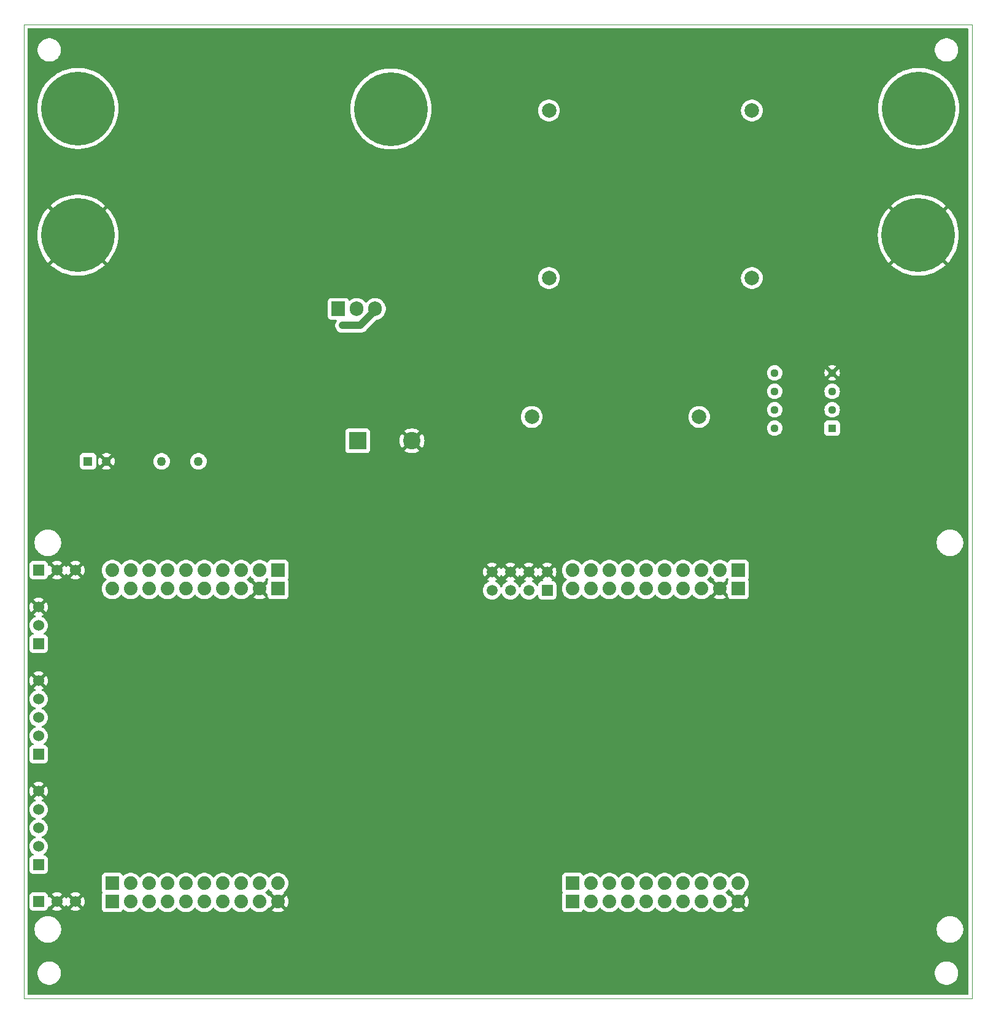
<source format=gbr>
%TF.GenerationSoftware,KiCad,Pcbnew,8.0.7*%
%TF.CreationDate,2025-03-06T09:01:26-05:00*%
%TF.ProjectId,MyFirstBuck,4d794669-7273-4744-9275-636b2e6b6963,v0*%
%TF.SameCoordinates,Original*%
%TF.FileFunction,Copper,L2,Bot*%
%TF.FilePolarity,Positive*%
%FSLAX46Y46*%
G04 Gerber Fmt 4.6, Leading zero omitted, Abs format (unit mm)*
G04 Created by KiCad (PCBNEW 8.0.7) date 2025-03-06 09:01:26*
%MOMM*%
%LPD*%
G01*
G04 APERTURE LIST*
%TA.AperFunction,ComponentPad*%
%ADD10C,2.000000*%
%TD*%
%TA.AperFunction,ComponentPad*%
%ADD11R,2.400000X2.400000*%
%TD*%
%TA.AperFunction,ComponentPad*%
%ADD12C,2.400000*%
%TD*%
%TA.AperFunction,ComponentPad*%
%ADD13R,1.879600X1.879600*%
%TD*%
%TA.AperFunction,ComponentPad*%
%ADD14C,1.879600*%
%TD*%
%TA.AperFunction,ComponentPad*%
%ADD15R,1.524000X1.524000*%
%TD*%
%TA.AperFunction,ComponentPad*%
%ADD16C,1.524000*%
%TD*%
%TA.AperFunction,ComponentPad*%
%ADD17R,1.500000X1.500000*%
%TD*%
%TA.AperFunction,ComponentPad*%
%ADD18C,1.500000*%
%TD*%
%TA.AperFunction,ComponentPad*%
%ADD19R,1.270000X1.270000*%
%TD*%
%TA.AperFunction,ComponentPad*%
%ADD20C,1.270000*%
%TD*%
%TA.AperFunction,ComponentPad*%
%ADD21C,10.160000*%
%TD*%
%TA.AperFunction,ComponentPad*%
%ADD22R,1.905000X2.000000*%
%TD*%
%TA.AperFunction,ComponentPad*%
%ADD23O,1.905000X2.000000*%
%TD*%
%TA.AperFunction,ComponentPad*%
%ADD24R,1.130000X1.130000*%
%TD*%
%TA.AperFunction,ComponentPad*%
%ADD25C,1.130000*%
%TD*%
%TA.AperFunction,ViaPad*%
%ADD26C,0.600000*%
%TD*%
%TA.AperFunction,Conductor*%
%ADD27C,1.000000*%
%TD*%
%TA.AperFunction,Profile*%
%ADD28C,0.050000*%
%TD*%
G04 APERTURE END LIST*
D10*
%TO.P,L2,1,1*%
%TO.N,Net-(L1-Pad2)*%
X108000000Y-84900000D03*
%TO.P,L2,2,2*%
%TO.N,Net-(L2-Pad2)*%
X108000000Y-61800000D03*
%TD*%
D11*
%TO.P,C3,1*%
%TO.N,/PowerStage/VIN*%
X81607400Y-107353800D03*
D12*
%TO.P,C3,2*%
%TO.N,GND*%
X89107400Y-107353800D03*
%TD*%
D13*
%TO.P,U2,J1_1,3.3V_J1*%
%TO.N,+3.3V*%
X134112000Y-125222000D03*
D14*
%TO.P,U2,J1_2,GPIO32*%
%TO.N,unconnected-(U2A-GPIO32-PadJ1_2)*%
X131572000Y-125222000D03*
%TO.P,U2,J1_3,GPIO19/SCIRXDB*%
%TO.N,unconnected-(U2A-GPIO19{slash}SCIRXDB-PadJ1_3)*%
X129032000Y-125222000D03*
%TO.P,U2,J1_4,GPIO18/SCITXDB*%
%TO.N,unconnected-(U2A-GPIO18{slash}SCITXDB-PadJ1_4)*%
X126492000Y-125222000D03*
%TO.P,U2,J1_5,GPIO67*%
%TO.N,unconnected-(U2A-GPIO67-PadJ1_5)*%
X123952000Y-125222000D03*
%TO.P,U2,J1_6,GPIO111*%
%TO.N,unconnected-(U2A-GPIO111-PadJ1_6)*%
X121412000Y-125222000D03*
%TO.P,U2,J1_7,GPIO60/SPICLKA*%
%TO.N,unconnected-(U2A-GPIO60{slash}SPICLKA-PadJ1_7)*%
X118872000Y-125222000D03*
%TO.P,U2,J1_8,GPIO22*%
%TO.N,unconnected-(U2A-GPIO22-PadJ1_8)*%
X116332000Y-125222000D03*
%TO.P,U2,J1_9,GPIO105/I2CSCLA*%
%TO.N,unconnected-(U2A-GPIO105{slash}I2CSCLA-PadJ1_9)*%
X113792000Y-125222000D03*
%TO.P,U2,J1_10,GPIO104/I2CSDAA*%
%TO.N,unconnected-(U2A-GPIO104{slash}I2CSDAA-PadJ1_10)*%
X111252000Y-125222000D03*
D13*
%TO.P,U2,J2_1,GPIO29/OPXBAR6*%
%TO.N,unconnected-(U2B-GPIO29{slash}OPXBAR6-PadJ2_1)*%
X111252000Y-170942000D03*
D14*
%TO.P,U2,J2_2,GPIO125/SD1CLK2*%
%TO.N,unconnected-(U2B-GPIO125{slash}SD1CLK2-PadJ2_2)*%
X113792000Y-170942000D03*
%TO.P,U2,J2_3,GPIO124/SD1D2*%
%TO.N,unconnected-(U2B-GPIO124{slash}SD1D2-PadJ2_3)*%
X116332000Y-170942000D03*
%TO.P,U2,J2_4,GPIO59/SPIAMISO*%
%TO.N,unconnected-(U2B-GPIO59{slash}SPIAMISO-PadJ2_4)*%
X118872000Y-170942000D03*
%TO.P,U2,J2_5,GPIO58/SPIAMOSI*%
%TO.N,unconnected-(U2B-GPIO58{slash}SPIAMOSI-PadJ2_5)*%
X121412000Y-170942000D03*
%TO.P,U2,J2_6,~{RESET_J2}*%
%TO.N,unconnected-(U2B-~{RESET_J2}-PadJ2_6)*%
X123952000Y-170942000D03*
%TO.P,U2,J2_7,GPIO122/SD1D1*%
%TO.N,unconnected-(U2B-GPIO122{slash}SD1D1-PadJ2_7)*%
X126492000Y-170942000D03*
%TO.P,U2,J2_8,GPIO123/SD1CLK1*%
%TO.N,unconnected-(U2B-GPIO123{slash}SD1CLK1-PadJ2_8)*%
X129032000Y-170942000D03*
%TO.P,U2,J2_9,GPIO61/SPIACS*%
%TO.N,unconnected-(U2B-GPIO61{slash}SPIACS-PadJ2_9)*%
X131572000Y-170942000D03*
%TO.P,U2,J2_10,GND_J2*%
%TO.N,GND*%
X134112000Y-170942000D03*
D13*
%TO.P,U2,J3_1,+5V_J3*%
%TO.N,unconnected-(U2C-+5V_J3-PadJ3_1)*%
X134112000Y-127762000D03*
D14*
%TO.P,U2,J3_2,GND_J3*%
%TO.N,GND*%
X131572000Y-127762000D03*
%TO.P,U2,J3_3,ADCIN14/ANALOGIN*%
%TO.N,/VFILT*%
X129032000Y-127762000D03*
%TO.P,U2,J3_4,ADCINC3/ANALOGIN*%
%TO.N,unconnected-(U2C-ADCINC3{slash}ANALOGIN-PadJ3_4)*%
X126492000Y-127762000D03*
%TO.P,U2,J3_5,ADCINB3/ANALOGIN*%
%TO.N,unconnected-(U2C-ADCINB3{slash}ANALOGIN-PadJ3_5)*%
X123952000Y-127762000D03*
%TO.P,U2,J3_6,ADCINA3/ANALOGIN*%
%TO.N,unconnected-(U2C-ADCINA3{slash}ANALOGIN-PadJ3_6)*%
X121412000Y-127762000D03*
%TO.P,U2,J3_7,ADCINC2/ANALOGIN*%
%TO.N,unconnected-(U2C-ADCINC2{slash}ANALOGIN-PadJ3_7)*%
X118872000Y-127762000D03*
%TO.P,U2,J3_8,ADCINB2/ANALOGIN*%
%TO.N,unconnected-(U2C-ADCINB2{slash}ANALOGIN-PadJ3_8)*%
X116332000Y-127762000D03*
%TO.P,U2,J3_9,ADCINA2/ANALOGIN*%
%TO.N,unconnected-(U2C-ADCINA2{slash}ANALOGIN-PadJ3_9)*%
X113792000Y-127762000D03*
%TO.P,U2,J3_10,ADCINA0/ANALOGIN(DACA)*%
%TO.N,unconnected-(U2C-ADCINA0{slash}ANALOGIN(DACA)-PadJ3_10)*%
X111252000Y-127762000D03*
D13*
%TO.P,U2,J4_1,PWM/BASED/DAC2*%
%TO.N,unconnected-(U2D-PWM{slash}BASED{slash}DAC2-PadJ4_1)*%
X111252000Y-168402000D03*
D14*
%TO.P,U2,J4_2,PWM/BASED/DAC1*%
%TO.N,unconnected-(U2D-PWM{slash}BASED{slash}DAC1-PadJ4_2)*%
X113792000Y-168402000D03*
%TO.P,U2,J4_3,GPIO16/OPXBAR7*%
%TO.N,unconnected-(U2D-GPIO16{slash}OPXBAR7-PadJ4_3)*%
X116332000Y-168402000D03*
%TO.P,U2,J4_4,GPIO24/OPXBAR1*%
%TO.N,unconnected-(U2D-GPIO24{slash}OPXBAR1-PadJ4_4)*%
X118872000Y-168402000D03*
%TO.P,U2,J4_5,GPIO5/PWMOUT3B*%
%TO.N,unconnected-(U2D-GPIO5{slash}PWMOUT3B-PadJ4_5)*%
X121412000Y-168402000D03*
%TO.P,U2,J4_6,GPIO4/PWMOUT3A*%
%TO.N,unconnected-(U2D-GPIO4{slash}PWMOUT3A-PadJ4_6)*%
X123952000Y-168402000D03*
%TO.P,U2,J4_7,GPIO3/PWMOUT2B*%
%TO.N,unconnected-(U2D-GPIO3{slash}PWMOUT2B-PadJ4_7)*%
X126492000Y-168402000D03*
%TO.P,U2,J4_8,GPIO2//PWMOUT2A*%
%TO.N,unconnected-(U2D-GPIO2{slash}{slash}PWMOUT2A-PadJ4_8)*%
X129032000Y-168402000D03*
%TO.P,U2,J4_9,GPIO1/PWMOUT1B*%
%TO.N,unconnected-(U2D-GPIO1{slash}PWMOUT1B-PadJ4_9)*%
X131572000Y-168402000D03*
%TO.P,U2,J4_10,GPIO0/PWMOUT1A*%
%TO.N,unconnected-(U2D-GPIO0{slash}PWMOUT1A-PadJ4_10)*%
X134112000Y-168402000D03*
D13*
%TO.P,U2,J5_1,3.3V_J5*%
%TO.N,unconnected-(U2E-3.3V_J5-PadJ5_1)*%
X70612000Y-125222000D03*
D14*
%TO.P,U2,J5_2,GPIO95*%
%TO.N,unconnected-(U2E-GPIO95-PadJ5_2)*%
X68072000Y-125222000D03*
%TO.P,U2,J5_3,GPIO139/SCICRX*%
%TO.N,unconnected-(U2E-GPIO139{slash}SCICRX-PadJ5_3)*%
X65532000Y-125222000D03*
%TO.P,U2,J5_4,GPIO56/SCICIX*%
%TO.N,unconnected-(U2E-GPIO56{slash}SCICIX-PadJ5_4)*%
X62992000Y-125222000D03*
%TO.P,U2,J5_5,GPIO97*%
%TO.N,unconnected-(U2E-GPIO97-PadJ5_5)*%
X60452000Y-125222000D03*
%TO.P,U2,J5_6,GPIO94*%
%TO.N,unconnected-(U2E-GPIO94-PadJ5_6)*%
X57912000Y-125222000D03*
%TO.P,U2,J5_7,GPIO65/SPIBCLK*%
%TO.N,unconnected-(U2E-GPIO65{slash}SPIBCLK-PadJ5_7)*%
X55372000Y-125222000D03*
%TO.P,U2,J5_8,GPIO52*%
%TO.N,unconnected-(U2E-GPIO52-PadJ5_8)*%
X52832000Y-125222000D03*
%TO.P,U2,J5_9,GPIO41/I2CSCLB/J5*%
%TO.N,unconnected-(U2E-GPIO41{slash}I2CSCLB{slash}J5-PadJ5_9)*%
X50292000Y-125222000D03*
%TO.P,U2,J5_10,GPIO40/I2CSDAB/J5*%
%TO.N,unconnected-(U2E-GPIO40{slash}I2CSDAB{slash}J5-PadJ5_10)*%
X47752000Y-125222000D03*
D13*
%TO.P,U2,J6_1,GPIO25/OPXBAR2*%
%TO.N,unconnected-(U2F-GPIO25{slash}OPXBAR2-PadJ6_1)*%
X47752000Y-170942000D03*
D14*
%TO.P,U2,J6_2,GPIO27/SD2CLK2*%
%TO.N,unconnected-(U2F-GPIO27{slash}SD2CLK2-PadJ6_2)*%
X50292000Y-170942000D03*
%TO.P,U2,J6_3,GPIO26/SD2D2*%
%TO.N,unconnected-(U2F-GPIO26{slash}SD2D2-PadJ6_3)*%
X52832000Y-170942000D03*
%TO.P,U2,J6_4,GPIO64/SPIBMISO*%
%TO.N,unconnected-(U2F-GPIO64{slash}SPIBMISO-PadJ6_4)*%
X55372000Y-170942000D03*
%TO.P,U2,J6_5,GPIO63/SPIBMOSI*%
%TO.N,unconnected-(U2F-GPIO63{slash}SPIBMOSI-PadJ6_5)*%
X57912000Y-170942000D03*
%TO.P,U2,J6_6,~{RESET_J6}*%
%TO.N,unconnected-(U2F-~{RESET_J6}-PadJ6_6)*%
X60452000Y-170942000D03*
%TO.P,U2,J6_7,GPIO130/SD2D1*%
%TO.N,unconnected-(U2F-GPIO130{slash}SD2D1-PadJ6_7)*%
X62992000Y-170942000D03*
%TO.P,U2,J6_8,GPIO131/SD2CLK1*%
%TO.N,unconnected-(U2F-GPIO131{slash}SD2CLK1-PadJ6_8)*%
X65532000Y-170942000D03*
%TO.P,U2,J6_9,GPIO66/SPIBCS*%
%TO.N,unconnected-(U2F-GPIO66{slash}SPIBCS-PadJ6_9)*%
X68072000Y-170942000D03*
%TO.P,U2,J6_10,GND_J6*%
%TO.N,GND*%
X70612000Y-170942000D03*
D13*
%TO.P,U2,J7_1,+5V_J7*%
%TO.N,+5V*%
X70612000Y-127762000D03*
D14*
%TO.P,U2,J7_2,GND_J7*%
%TO.N,GND*%
X68072000Y-127762000D03*
%TO.P,U2,J7_3,ADCIN15/ANALOGIN*%
%TO.N,unconnected-(U2G-ADCIN15{slash}ANALOGIN-PadJ7_3)*%
X65532000Y-127762000D03*
%TO.P,U2,J7_4,ADCINC5/ANALOGIN*%
%TO.N,unconnected-(U2G-ADCINC5{slash}ANALOGIN-PadJ7_4)*%
X62992000Y-127762000D03*
%TO.P,U2,J7_5,ADCINB5/ANALOGIN*%
%TO.N,unconnected-(U2G-ADCINB5{slash}ANALOGIN-PadJ7_5)*%
X60452000Y-127762000D03*
%TO.P,U2,J7_6,ADCINA5/ANALOGIN*%
%TO.N,unconnected-(U2G-ADCINA5{slash}ANALOGIN-PadJ7_6)*%
X57912000Y-127762000D03*
%TO.P,U2,J7_7,ADCINC4/ANALOGIN*%
%TO.N,unconnected-(U2G-ADCINC4{slash}ANALOGIN-PadJ7_7)*%
X55372000Y-127762000D03*
%TO.P,U2,J7_8,ADCINB4/ANALOGIN*%
%TO.N,unconnected-(U2G-ADCINB4{slash}ANALOGIN-PadJ7_8)*%
X52832000Y-127762000D03*
%TO.P,U2,J7_9,ADCINA4/ANALOGIN*%
%TO.N,unconnected-(U2G-ADCINA4{slash}ANALOGIN-PadJ7_9)*%
X50292000Y-127762000D03*
%TO.P,U2,J7_10,ADCINA1/ANALOGIN(DACB)*%
%TO.N,unconnected-(U2G-ADCINA1{slash}ANALOGIN(DACB)-PadJ7_10)*%
X47752000Y-127762000D03*
D13*
%TO.P,U2,J8_1,PWM/BASED/DAC4*%
%TO.N,unconnected-(U2H-PWM{slash}BASED{slash}DAC4-PadJ8_1)*%
X47752000Y-168402000D03*
D14*
%TO.P,U2,J8_2,PWM/BASED/DAC3*%
%TO.N,unconnected-(U2H-PWM{slash}BASED{slash}DAC3-PadJ8_2)*%
X50292000Y-168402000D03*
%TO.P,U2,J8_3,GPIO15/OPXBAR4*%
%TO.N,unconnected-(U2H-GPIO15{slash}OPXBAR4-PadJ8_3)*%
X52832000Y-168402000D03*
%TO.P,U2,J8_4,GPIO14/OPXBAR3*%
%TO.N,unconnected-(U2H-GPIO14{slash}OPXBAR3-PadJ8_4)*%
X55372000Y-168402000D03*
%TO.P,U2,J8_5,GPIO11/PWMOUT6B*%
%TO.N,/PWM*%
X57912000Y-168402000D03*
%TO.P,U2,J8_6,GPIO10/PWMOUT6A*%
%TO.N,unconnected-(U2H-GPIO10{slash}PWMOUT6A-PadJ8_6)*%
X60452000Y-168402000D03*
%TO.P,U2,J8_7,GPIO9/PWMOUT5B*%
%TO.N,unconnected-(U2H-GPIO9{slash}PWMOUT5B-PadJ8_7)*%
X62992000Y-168402000D03*
%TO.P,U2,J8_8,GPIO8/PWMOUT5A*%
%TO.N,unconnected-(U2H-GPIO8{slash}PWMOUT5A-PadJ8_8)*%
X65532000Y-168402000D03*
%TO.P,U2,J8_9,GPIO7/PWMOUT4B*%
%TO.N,unconnected-(U2H-GPIO7{slash}PWMOUT4B-PadJ8_9)*%
X68072000Y-168402000D03*
%TO.P,U2,J8_10,GPIO6/PWMOUT4A*%
%TO.N,unconnected-(U2H-GPIO6{slash}PWMOUT4A-PadJ8_10)*%
X70612000Y-168402000D03*
D15*
%TO.P,U2,J10_1,+3V_J10*%
%TO.N,unconnected-(U2I-+3V_J10-PadJ10_1)*%
X37592000Y-170942000D03*
D16*
%TO.P,U2,J10_2,GND_J10*%
%TO.N,GND*%
X40132000Y-170942000D03*
%TO.P,U2,J10_3,GND_J10__1*%
X42672000Y-170942000D03*
D15*
%TO.P,U2,J12_1,CANH*%
%TO.N,unconnected-(U2J-CANH-PadJ12_1)*%
X37592000Y-135382000D03*
D16*
%TO.P,U2,J12_2,CANL*%
%TO.N,unconnected-(U2J-CANL-PadJ12_2)*%
X37592000Y-132842000D03*
%TO.P,U2,J12_3,GND_J12*%
%TO.N,GND*%
X37592000Y-130302000D03*
D15*
%TO.P,U2,J14_1,EQEP1A*%
%TO.N,unconnected-(U2K-EQEP1A-PadJ14_1)*%
X37592000Y-165862000D03*
D16*
%TO.P,U2,J14_2,EQEP1B*%
%TO.N,unconnected-(U2K-EQEP1B-PadJ14_2)*%
X37592000Y-163322000D03*
%TO.P,U2,J14_3,EQEP1I*%
%TO.N,unconnected-(U2K-EQEP1I-PadJ14_3)*%
X37592000Y-160782000D03*
%TO.P,U2,J14_4,+5V_J14*%
%TO.N,unconnected-(U2K-+5V_J14-PadJ14_4)*%
X37592000Y-158242000D03*
%TO.P,U2,J14_5,GND_J14*%
%TO.N,GND*%
X37592000Y-155702000D03*
D15*
%TO.P,U2,J15_1,EQEP2A*%
%TO.N,unconnected-(U2L-EQEP2A-PadJ15_1)*%
X37592000Y-150622000D03*
D16*
%TO.P,U2,J15_2,EQEP2B*%
%TO.N,unconnected-(U2L-EQEP2B-PadJ15_2)*%
X37592000Y-148082000D03*
%TO.P,U2,J15_3,EQEP2I*%
%TO.N,unconnected-(U2L-EQEP2I-PadJ15_3)*%
X37592000Y-145542000D03*
%TO.P,U2,J15_4,+5V_J15*%
%TO.N,unconnected-(U2L-+5V_J15-PadJ15_4)*%
X37592000Y-143002000D03*
%TO.P,U2,J15_5,GND_J15*%
%TO.N,GND*%
X37592000Y-140462000D03*
D15*
%TO.P,U2,J16_1,+5V_J16*%
%TO.N,unconnected-(U2N-+5V_J16-PadJ16_1)*%
X37592000Y-125222000D03*
D16*
%TO.P,U2,J16_2,GND_J16*%
%TO.N,GND*%
X40132000Y-125222000D03*
%TO.P,U2,J16_3,GND_J16__1*%
X42672000Y-125222000D03*
D17*
%TO.P,U2,J21_1,ADCIND0*%
%TO.N,unconnected-(U2M-ADCIND0-PadJ21_1)*%
X107768000Y-127996000D03*
D18*
%TO.P,U2,J21_2,TP21/GND*%
%TO.N,GND*%
X107768000Y-125456000D03*
%TO.P,U2,J21_3,ADCIND1*%
%TO.N,unconnected-(U2M-ADCIND1-PadJ21_3)*%
X105228000Y-127996000D03*
%TO.P,U2,J21_4,TP22/GND*%
%TO.N,GND*%
X105228000Y-125456000D03*
%TO.P,U2,J21_5,ADCIND2*%
%TO.N,unconnected-(U2M-ADCIND2-PadJ21_5)*%
X102688000Y-127996000D03*
%TO.P,U2,J21_6,TP23/GND*%
%TO.N,GND*%
X102688000Y-125456000D03*
%TO.P,U2,J21_7,ADCIND3*%
%TO.N,unconnected-(U2M-ADCIND3-PadJ21_7)*%
X100148000Y-127996000D03*
%TO.P,U2,J21_8,TP24/GND*%
%TO.N,GND*%
X100148000Y-125456000D03*
%TD*%
D19*
%TO.P,U4,1,+VIN(VCC)*%
%TO.N,+5V*%
X44405600Y-110189000D03*
D20*
%TO.P,U4,2,-VIN(GGND)*%
%TO.N,GND*%
X46945600Y-110189000D03*
%TO.P,U4,5,-VOUT*%
%TO.N,/VSW*%
X54565600Y-110189000D03*
%TO.P,U4,7,+VOUT*%
%TO.N,/GD/ISO_12*%
X59645600Y-110189000D03*
%TD*%
D21*
%TO.P,J1,1,Pin_1*%
%TO.N,/PowerStage/VIN*%
X43000000Y-61500000D03*
%TD*%
D22*
%TO.P,Q1,1,G*%
%TO.N,/VG*%
X78943200Y-89157400D03*
D23*
%TO.P,Q1,2,D*%
%TO.N,/PowerStage/VIN*%
X81483200Y-89157400D03*
%TO.P,Q1,3,S*%
%TO.N,/VSW*%
X84023200Y-89157400D03*
%TD*%
D24*
%TO.P,U1,1*%
%TO.N,/VFILT*%
X147070000Y-105610000D03*
D25*
%TO.P,U1,2,-*%
%TO.N,Net-(U1A--)*%
X147070000Y-103070000D03*
%TO.P,U1,3,+*%
%TO.N,Net-(U1A-+)*%
X147070000Y-100530000D03*
%TO.P,U1,4,V-*%
%TO.N,GND*%
X147070000Y-97990000D03*
%TO.P,U1,5,+*%
%TO.N,unconnected-(U1B-+-Pad5)*%
X139130000Y-97990000D03*
%TO.P,U1,6,-*%
%TO.N,unconnected-(U1B---Pad6)*%
X139130000Y-100530000D03*
%TO.P,U1,7*%
%TO.N,unconnected-(U1-Pad7)*%
X139130000Y-103070000D03*
%TO.P,U1,8,V+*%
%TO.N,+3.3V*%
X139130000Y-105610000D03*
%TD*%
D21*
%TO.P,J4,1,Pin_1*%
%TO.N,GND*%
X158963000Y-79000000D03*
%TD*%
D10*
%TO.P,L3,1,1*%
%TO.N,Net-(L2-Pad2)*%
X136000000Y-84900000D03*
%TO.P,L3,2,2*%
%TO.N,/VOUT*%
X136000000Y-61800000D03*
%TD*%
D21*
%TO.P,J5,1,Pin_1*%
%TO.N,/VSW*%
X86190000Y-61580000D03*
%TD*%
%TO.P,J3,1,Pin_1*%
%TO.N,/VOUT*%
X159000000Y-61500000D03*
%TD*%
%TO.P,J2,1,Pin_1*%
%TO.N,GND*%
X43000000Y-79000000D03*
%TD*%
D10*
%TO.P,L1,1,1*%
%TO.N,/VSW*%
X105626600Y-104063800D03*
%TO.P,L1,2,2*%
%TO.N,Net-(L1-Pad2)*%
X128726600Y-104063800D03*
%TD*%
D26*
%TO.N,GND*%
X39500000Y-107500000D03*
X42200000Y-98950000D03*
X49790000Y-100790000D03*
X44962600Y-103259000D03*
X38500000Y-102000000D03*
X50500000Y-112000000D03*
%TO.N,/VSW*%
X79506200Y-91453400D03*
%TD*%
D27*
%TO.N,/VSW*%
X84023200Y-89426152D02*
X81995952Y-91453400D01*
X84023200Y-89157400D02*
X84023200Y-89426152D01*
X81995952Y-91453400D02*
X79506200Y-91453400D01*
%TD*%
%TA.AperFunction,Conductor*%
%TO.N,GND*%
G36*
X69423904Y-169225071D02*
G01*
X69445809Y-169250350D01*
X69471506Y-169289682D01*
X69633168Y-169465295D01*
X69773021Y-169574146D01*
X69773427Y-169574462D01*
X69814240Y-169631173D01*
X69817915Y-169700946D01*
X69785006Y-169758610D01*
X69784840Y-169761287D01*
X70476058Y-170452504D01*
X70415919Y-170468619D01*
X70300080Y-170535498D01*
X70205498Y-170630080D01*
X70138619Y-170745919D01*
X70122504Y-170806057D01*
X69432057Y-170115609D01*
X69419366Y-170116925D01*
X69392955Y-170139464D01*
X69323723Y-170148885D01*
X69260388Y-170119381D01*
X69238488Y-170094105D01*
X69212495Y-170054320D01*
X69212494Y-170054318D01*
X69050832Y-169878705D01*
X68910978Y-169769853D01*
X68870166Y-169713143D01*
X68866491Y-169643370D01*
X68901122Y-169582687D01*
X68910979Y-169574146D01*
X69050832Y-169465295D01*
X69212494Y-169289682D01*
X69238191Y-169250350D01*
X69291337Y-169204993D01*
X69360568Y-169195569D01*
X69423904Y-169225071D01*
G37*
%TD.AperFunction*%
%TA.AperFunction,Conductor*%
G36*
X132923904Y-169225071D02*
G01*
X132945809Y-169250350D01*
X132971506Y-169289682D01*
X133133168Y-169465295D01*
X133273021Y-169574146D01*
X133273427Y-169574462D01*
X133314240Y-169631173D01*
X133317915Y-169700946D01*
X133285006Y-169758610D01*
X133284840Y-169761287D01*
X133976058Y-170452504D01*
X133915919Y-170468619D01*
X133800080Y-170535498D01*
X133705498Y-170630080D01*
X133638619Y-170745919D01*
X133622504Y-170806057D01*
X132932057Y-170115609D01*
X132919366Y-170116925D01*
X132892955Y-170139464D01*
X132823723Y-170148885D01*
X132760388Y-170119381D01*
X132738488Y-170094105D01*
X132712495Y-170054320D01*
X132712494Y-170054318D01*
X132550832Y-169878705D01*
X132410978Y-169769853D01*
X132370166Y-169713143D01*
X132366491Y-169643370D01*
X132401122Y-169582687D01*
X132410979Y-169574146D01*
X132550832Y-169465295D01*
X132712494Y-169289682D01*
X132738191Y-169250350D01*
X132791337Y-169204993D01*
X132860568Y-169195569D01*
X132923904Y-169225071D01*
G37*
%TD.AperFunction*%
%TA.AperFunction,Conductor*%
G36*
X102222075Y-125648993D02*
G01*
X102287901Y-125763007D01*
X102380993Y-125856099D01*
X102495007Y-125921925D01*
X102558590Y-125938962D01*
X101998427Y-126499124D01*
X102060613Y-126542667D01*
X102060615Y-126542668D01*
X102212174Y-126613341D01*
X102264614Y-126659513D01*
X102283766Y-126726706D01*
X102263551Y-126793588D01*
X102212176Y-126838105D01*
X102060358Y-126908900D01*
X102060357Y-126908900D01*
X101881121Y-127034402D01*
X101726402Y-127189121D01*
X101600900Y-127368357D01*
X101600898Y-127368361D01*
X101530382Y-127519583D01*
X101484209Y-127572022D01*
X101417016Y-127591174D01*
X101350135Y-127570958D01*
X101305618Y-127519583D01*
X101273208Y-127450080D01*
X101235102Y-127368362D01*
X101235100Y-127368359D01*
X101235099Y-127368357D01*
X101109599Y-127189124D01*
X101058991Y-127138516D01*
X100954877Y-127034402D01*
X100813786Y-126935609D01*
X100775638Y-126908897D01*
X100623824Y-126838105D01*
X100571385Y-126791932D01*
X100552233Y-126724739D01*
X100572449Y-126657858D01*
X100623825Y-126613340D01*
X100775388Y-126542666D01*
X100837571Y-126499124D01*
X100277410Y-125938962D01*
X100340993Y-125921925D01*
X100455007Y-125856099D01*
X100548099Y-125763007D01*
X100613925Y-125648993D01*
X100630962Y-125585409D01*
X101191124Y-126145570D01*
X101234668Y-126083385D01*
X101234669Y-126083383D01*
X101305618Y-125931233D01*
X101351790Y-125878793D01*
X101418983Y-125859641D01*
X101485865Y-125879856D01*
X101530382Y-125931232D01*
X101601333Y-126083387D01*
X101644874Y-126145571D01*
X102205037Y-125585408D01*
X102222075Y-125648993D01*
G37*
%TD.AperFunction*%
%TA.AperFunction,Conductor*%
G36*
X104762075Y-125648993D02*
G01*
X104827901Y-125763007D01*
X104920993Y-125856099D01*
X105035007Y-125921925D01*
X105098590Y-125938962D01*
X104538427Y-126499124D01*
X104600613Y-126542667D01*
X104600615Y-126542668D01*
X104752174Y-126613341D01*
X104804614Y-126659513D01*
X104823766Y-126726706D01*
X104803551Y-126793588D01*
X104752176Y-126838105D01*
X104600358Y-126908900D01*
X104600357Y-126908900D01*
X104421121Y-127034402D01*
X104266402Y-127189121D01*
X104140900Y-127368357D01*
X104140898Y-127368361D01*
X104070382Y-127519583D01*
X104024209Y-127572022D01*
X103957016Y-127591174D01*
X103890135Y-127570958D01*
X103845618Y-127519583D01*
X103813208Y-127450080D01*
X103775102Y-127368362D01*
X103775100Y-127368359D01*
X103775099Y-127368357D01*
X103649599Y-127189124D01*
X103598991Y-127138516D01*
X103494877Y-127034402D01*
X103353786Y-126935609D01*
X103315638Y-126908897D01*
X103163824Y-126838105D01*
X103111385Y-126791932D01*
X103092233Y-126724739D01*
X103112449Y-126657858D01*
X103163825Y-126613340D01*
X103315388Y-126542666D01*
X103377571Y-126499124D01*
X102817410Y-125938962D01*
X102880993Y-125921925D01*
X102995007Y-125856099D01*
X103088099Y-125763007D01*
X103153925Y-125648993D01*
X103170962Y-125585409D01*
X103731124Y-126145570D01*
X103774668Y-126083385D01*
X103774669Y-126083383D01*
X103845618Y-125931233D01*
X103891790Y-125878793D01*
X103958983Y-125859641D01*
X104025865Y-125879856D01*
X104070382Y-125931232D01*
X104141333Y-126083387D01*
X104184874Y-126145571D01*
X104745037Y-125585408D01*
X104762075Y-125648993D01*
G37*
%TD.AperFunction*%
%TA.AperFunction,Conductor*%
G36*
X107302075Y-125648993D02*
G01*
X107367901Y-125763007D01*
X107460993Y-125856099D01*
X107575007Y-125921925D01*
X107638590Y-125938962D01*
X107078427Y-126499124D01*
X107108134Y-126519925D01*
X107151759Y-126574502D01*
X107158953Y-126644000D01*
X107127430Y-126706355D01*
X107067201Y-126741769D01*
X107037013Y-126745500D01*
X106970130Y-126745500D01*
X106970123Y-126745501D01*
X106910516Y-126751908D01*
X106775671Y-126802202D01*
X106775664Y-126802206D01*
X106660455Y-126888452D01*
X106660452Y-126888455D01*
X106574206Y-127003664D01*
X106574202Y-127003671D01*
X106523908Y-127138517D01*
X106518468Y-127189121D01*
X106517501Y-127198123D01*
X106517500Y-127198135D01*
X106517500Y-127264138D01*
X106497815Y-127331177D01*
X106445011Y-127376932D01*
X106375853Y-127386876D01*
X106312297Y-127357851D01*
X106291925Y-127335261D01*
X106189599Y-127189124D01*
X106138991Y-127138516D01*
X106034877Y-127034402D01*
X105893786Y-126935609D01*
X105855638Y-126908897D01*
X105703824Y-126838105D01*
X105651385Y-126791932D01*
X105632233Y-126724739D01*
X105652449Y-126657858D01*
X105703825Y-126613340D01*
X105855388Y-126542666D01*
X105917571Y-126499124D01*
X105357410Y-125938962D01*
X105420993Y-125921925D01*
X105535007Y-125856099D01*
X105628099Y-125763007D01*
X105693925Y-125648993D01*
X105710962Y-125585409D01*
X106271124Y-126145570D01*
X106314668Y-126083385D01*
X106314669Y-126083383D01*
X106385618Y-125931233D01*
X106431790Y-125878793D01*
X106498983Y-125859641D01*
X106565865Y-125879856D01*
X106610382Y-125931232D01*
X106681333Y-126083387D01*
X106724874Y-126145571D01*
X107285037Y-125585408D01*
X107302075Y-125648993D01*
G37*
%TD.AperFunction*%
%TA.AperFunction,Conductor*%
G36*
X66883904Y-126045071D02*
G01*
X66905809Y-126070350D01*
X66931506Y-126109682D01*
X67093168Y-126285295D01*
X67169965Y-126345068D01*
X67233427Y-126394462D01*
X67274240Y-126451173D01*
X67277915Y-126520946D01*
X67245006Y-126578610D01*
X67244840Y-126581287D01*
X67936058Y-127272504D01*
X67875919Y-127288619D01*
X67760080Y-127355498D01*
X67665498Y-127450080D01*
X67598619Y-127565919D01*
X67582504Y-127626057D01*
X66892057Y-126935609D01*
X66879366Y-126936925D01*
X66852955Y-126959464D01*
X66783723Y-126968885D01*
X66720388Y-126939381D01*
X66698488Y-126914105D01*
X66698192Y-126913652D01*
X66672494Y-126874318D01*
X66510832Y-126698705D01*
X66370978Y-126589853D01*
X66330166Y-126533143D01*
X66326491Y-126463370D01*
X66361122Y-126402687D01*
X66370979Y-126394146D01*
X66510832Y-126285295D01*
X66672494Y-126109682D01*
X66698191Y-126070350D01*
X66751337Y-126024993D01*
X66820568Y-126015569D01*
X66883904Y-126045071D01*
G37*
%TD.AperFunction*%
%TA.AperFunction,Conductor*%
G36*
X69154326Y-126296600D02*
G01*
X69204651Y-126345068D01*
X69213136Y-126363196D01*
X69228402Y-126404128D01*
X69228405Y-126404134D01*
X69238554Y-126417691D01*
X69262970Y-126483155D01*
X69248117Y-126551428D01*
X69238554Y-126566309D01*
X69228405Y-126579865D01*
X69228402Y-126579871D01*
X69178108Y-126714717D01*
X69171701Y-126774316D01*
X69171701Y-126774323D01*
X69171700Y-126774335D01*
X69171700Y-126964491D01*
X69152015Y-127031530D01*
X69135381Y-127052172D01*
X68561495Y-127626057D01*
X68545381Y-127565919D01*
X68478502Y-127450080D01*
X68383920Y-127355498D01*
X68268081Y-127288619D01*
X68207941Y-127272504D01*
X68899159Y-126581287D01*
X68898685Y-126573653D01*
X68869757Y-126533456D01*
X68866085Y-126463683D01*
X68900718Y-126403000D01*
X68910559Y-126394473D01*
X69020794Y-126308674D01*
X69085786Y-126283033D01*
X69154326Y-126296600D01*
G37*
%TD.AperFunction*%
%TA.AperFunction,Conductor*%
G36*
X130383904Y-126045071D02*
G01*
X130405809Y-126070350D01*
X130431506Y-126109682D01*
X130593168Y-126285295D01*
X130669965Y-126345068D01*
X130733427Y-126394462D01*
X130774240Y-126451173D01*
X130777915Y-126520946D01*
X130745006Y-126578610D01*
X130744840Y-126581287D01*
X131436058Y-127272504D01*
X131375919Y-127288619D01*
X131260080Y-127355498D01*
X131165498Y-127450080D01*
X131098619Y-127565919D01*
X131082504Y-127626057D01*
X130392057Y-126935609D01*
X130379366Y-126936925D01*
X130352955Y-126959464D01*
X130283723Y-126968885D01*
X130220388Y-126939381D01*
X130198488Y-126914105D01*
X130198192Y-126913652D01*
X130172494Y-126874318D01*
X130010832Y-126698705D01*
X129870978Y-126589853D01*
X129830166Y-126533143D01*
X129826491Y-126463370D01*
X129861122Y-126402687D01*
X129870979Y-126394146D01*
X130010832Y-126285295D01*
X130172494Y-126109682D01*
X130198191Y-126070350D01*
X130251337Y-126024993D01*
X130320568Y-126015569D01*
X130383904Y-126045071D01*
G37*
%TD.AperFunction*%
%TA.AperFunction,Conductor*%
G36*
X132654326Y-126296600D02*
G01*
X132704651Y-126345068D01*
X132713136Y-126363196D01*
X132728402Y-126404128D01*
X132728405Y-126404134D01*
X132738554Y-126417691D01*
X132762970Y-126483155D01*
X132748117Y-126551428D01*
X132738554Y-126566309D01*
X132728405Y-126579865D01*
X132728402Y-126579871D01*
X132678108Y-126714717D01*
X132671701Y-126774316D01*
X132671701Y-126774323D01*
X132671700Y-126774335D01*
X132671700Y-126964491D01*
X132652015Y-127031530D01*
X132635381Y-127052172D01*
X132061495Y-127626057D01*
X132045381Y-127565919D01*
X131978502Y-127450080D01*
X131883920Y-127355498D01*
X131768081Y-127288619D01*
X131707941Y-127272504D01*
X132399159Y-126581287D01*
X132398685Y-126573653D01*
X132369757Y-126533456D01*
X132366085Y-126463683D01*
X132400718Y-126403000D01*
X132410559Y-126394473D01*
X132520794Y-126308674D01*
X132585786Y-126283033D01*
X132654326Y-126296600D01*
G37*
%TD.AperFunction*%
%TA.AperFunction,Conductor*%
G36*
X165812539Y-50434185D02*
G01*
X165858294Y-50486989D01*
X165869500Y-50538500D01*
X165869500Y-183675500D01*
X165849815Y-183742539D01*
X165797011Y-183788294D01*
X165745500Y-183799500D01*
X36184500Y-183799500D01*
X36117461Y-183779815D01*
X36071706Y-183727011D01*
X36060500Y-183675500D01*
X36060500Y-180674038D01*
X37449500Y-180674038D01*
X37449500Y-180925961D01*
X37488910Y-181174785D01*
X37566760Y-181414383D01*
X37681132Y-181638848D01*
X37829201Y-181842649D01*
X37829205Y-181842654D01*
X38007345Y-182020794D01*
X38007350Y-182020798D01*
X38185117Y-182149952D01*
X38211155Y-182168870D01*
X38354184Y-182241747D01*
X38435616Y-182283239D01*
X38435618Y-182283239D01*
X38435621Y-182283241D01*
X38675215Y-182361090D01*
X38924038Y-182400500D01*
X38924039Y-182400500D01*
X39175961Y-182400500D01*
X39175962Y-182400500D01*
X39424785Y-182361090D01*
X39664379Y-182283241D01*
X39888845Y-182168870D01*
X40092656Y-182020793D01*
X40270793Y-181842656D01*
X40418870Y-181638845D01*
X40533241Y-181414379D01*
X40611090Y-181174785D01*
X40650500Y-180925962D01*
X40650500Y-180674038D01*
X161249500Y-180674038D01*
X161249500Y-180925961D01*
X161288910Y-181174785D01*
X161366760Y-181414383D01*
X161481132Y-181638848D01*
X161629201Y-181842649D01*
X161629205Y-181842654D01*
X161807345Y-182020794D01*
X161807350Y-182020798D01*
X161985117Y-182149952D01*
X162011155Y-182168870D01*
X162154184Y-182241747D01*
X162235616Y-182283239D01*
X162235618Y-182283239D01*
X162235621Y-182283241D01*
X162475215Y-182361090D01*
X162724038Y-182400500D01*
X162724039Y-182400500D01*
X162975961Y-182400500D01*
X162975962Y-182400500D01*
X163224785Y-182361090D01*
X163464379Y-182283241D01*
X163688845Y-182168870D01*
X163892656Y-182020793D01*
X164070793Y-181842656D01*
X164218870Y-181638845D01*
X164333241Y-181414379D01*
X164411090Y-181174785D01*
X164450500Y-180925962D01*
X164450500Y-180674038D01*
X164411090Y-180425215D01*
X164333241Y-180185621D01*
X164333239Y-180185618D01*
X164333239Y-180185616D01*
X164291747Y-180104184D01*
X164218870Y-179961155D01*
X164199952Y-179935117D01*
X164070798Y-179757350D01*
X164070794Y-179757345D01*
X163892654Y-179579205D01*
X163892649Y-179579201D01*
X163688848Y-179431132D01*
X163688847Y-179431131D01*
X163688845Y-179431130D01*
X163618747Y-179395413D01*
X163464383Y-179316760D01*
X163224785Y-179238910D01*
X162975962Y-179199500D01*
X162724038Y-179199500D01*
X162599626Y-179219205D01*
X162475214Y-179238910D01*
X162235616Y-179316760D01*
X162011151Y-179431132D01*
X161807350Y-179579201D01*
X161807345Y-179579205D01*
X161629205Y-179757345D01*
X161629201Y-179757350D01*
X161481132Y-179961151D01*
X161366760Y-180185616D01*
X161288910Y-180425214D01*
X161249500Y-180674038D01*
X40650500Y-180674038D01*
X40611090Y-180425215D01*
X40533241Y-180185621D01*
X40533239Y-180185618D01*
X40533239Y-180185616D01*
X40491747Y-180104184D01*
X40418870Y-179961155D01*
X40399952Y-179935117D01*
X40270798Y-179757350D01*
X40270794Y-179757345D01*
X40092654Y-179579205D01*
X40092649Y-179579201D01*
X39888848Y-179431132D01*
X39888847Y-179431131D01*
X39888845Y-179431130D01*
X39818747Y-179395413D01*
X39664383Y-179316760D01*
X39424785Y-179238910D01*
X39175962Y-179199500D01*
X38924038Y-179199500D01*
X38799626Y-179219205D01*
X38675214Y-179238910D01*
X38435616Y-179316760D01*
X38211151Y-179431132D01*
X38007350Y-179579201D01*
X38007345Y-179579205D01*
X37829205Y-179757345D01*
X37829201Y-179757350D01*
X37681132Y-179961151D01*
X37566760Y-180185616D01*
X37488910Y-180425214D01*
X37449500Y-180674038D01*
X36060500Y-180674038D01*
X36060500Y-174631530D01*
X37024000Y-174631530D01*
X37024000Y-174872469D01*
X37055447Y-175111341D01*
X37117808Y-175344073D01*
X37210006Y-175566662D01*
X37210011Y-175566671D01*
X37330480Y-175775329D01*
X37330483Y-175775334D01*
X37330485Y-175775336D01*
X37477151Y-175966476D01*
X37477157Y-175966483D01*
X37647516Y-176136842D01*
X37647522Y-176136847D01*
X37838671Y-176283520D01*
X38047329Y-176403989D01*
X38047332Y-176403990D01*
X38047337Y-176403993D01*
X38167424Y-176453734D01*
X38269927Y-176496192D01*
X38502655Y-176558552D01*
X38681812Y-176582138D01*
X38741530Y-176590000D01*
X38741531Y-176590000D01*
X38982470Y-176590000D01*
X39030244Y-176583710D01*
X39221345Y-176558552D01*
X39454073Y-176496192D01*
X39629053Y-176423712D01*
X39676662Y-176403993D01*
X39676663Y-176403991D01*
X39676671Y-176403989D01*
X39885329Y-176283520D01*
X40076478Y-176136847D01*
X40246847Y-175966478D01*
X40393520Y-175775329D01*
X40513989Y-175566671D01*
X40606192Y-175344073D01*
X40668552Y-175111345D01*
X40700000Y-174872469D01*
X40700000Y-174631531D01*
X40700000Y-174631530D01*
X161484000Y-174631530D01*
X161484000Y-174872469D01*
X161515447Y-175111341D01*
X161577808Y-175344073D01*
X161670006Y-175566662D01*
X161670011Y-175566671D01*
X161790480Y-175775329D01*
X161790483Y-175775334D01*
X161790485Y-175775336D01*
X161937151Y-175966476D01*
X161937157Y-175966483D01*
X162107516Y-176136842D01*
X162107522Y-176136847D01*
X162298671Y-176283520D01*
X162507329Y-176403989D01*
X162507332Y-176403990D01*
X162507337Y-176403993D01*
X162627424Y-176453734D01*
X162729927Y-176496192D01*
X162962655Y-176558552D01*
X163141812Y-176582138D01*
X163201530Y-176590000D01*
X163201531Y-176590000D01*
X163442470Y-176590000D01*
X163490244Y-176583710D01*
X163681345Y-176558552D01*
X163914073Y-176496192D01*
X164089053Y-176423712D01*
X164136662Y-176403993D01*
X164136663Y-176403991D01*
X164136671Y-176403989D01*
X164345329Y-176283520D01*
X164536478Y-176136847D01*
X164706847Y-175966478D01*
X164853520Y-175775329D01*
X164973989Y-175566671D01*
X165066192Y-175344073D01*
X165128552Y-175111345D01*
X165160000Y-174872469D01*
X165160000Y-174631531D01*
X165128552Y-174392655D01*
X165066192Y-174159927D01*
X165023734Y-174057424D01*
X164973993Y-173937337D01*
X164973988Y-173937328D01*
X164853520Y-173728671D01*
X164706847Y-173537522D01*
X164706842Y-173537516D01*
X164536483Y-173367157D01*
X164536476Y-173367151D01*
X164345336Y-173220485D01*
X164345334Y-173220483D01*
X164345329Y-173220480D01*
X164136671Y-173100011D01*
X164136662Y-173100006D01*
X163914073Y-173007808D01*
X163681341Y-172945447D01*
X163442470Y-172914000D01*
X163442469Y-172914000D01*
X163201531Y-172914000D01*
X163201530Y-172914000D01*
X162962658Y-172945447D01*
X162729926Y-173007808D01*
X162507337Y-173100006D01*
X162507328Y-173100011D01*
X162381644Y-173172575D01*
X162298671Y-173220480D01*
X162298668Y-173220481D01*
X162298663Y-173220485D01*
X162107523Y-173367151D01*
X162107516Y-173367157D01*
X161937157Y-173537516D01*
X161937151Y-173537523D01*
X161790485Y-173728663D01*
X161670011Y-173937328D01*
X161670006Y-173937337D01*
X161577808Y-174159926D01*
X161515447Y-174392658D01*
X161484000Y-174631530D01*
X40700000Y-174631530D01*
X40668552Y-174392655D01*
X40606192Y-174159927D01*
X40563734Y-174057424D01*
X40513993Y-173937337D01*
X40513988Y-173937328D01*
X40393520Y-173728671D01*
X40246847Y-173537522D01*
X40246842Y-173537516D01*
X40076483Y-173367157D01*
X40076476Y-173367151D01*
X39885336Y-173220485D01*
X39885334Y-173220483D01*
X39885329Y-173220480D01*
X39676671Y-173100011D01*
X39676662Y-173100006D01*
X39454073Y-173007808D01*
X39221341Y-172945447D01*
X38982470Y-172914000D01*
X38982469Y-172914000D01*
X38741531Y-172914000D01*
X38741530Y-172914000D01*
X38502658Y-172945447D01*
X38269926Y-173007808D01*
X38047337Y-173100006D01*
X38047328Y-173100011D01*
X37921644Y-173172575D01*
X37838671Y-173220480D01*
X37838668Y-173220481D01*
X37838663Y-173220485D01*
X37647523Y-173367151D01*
X37647516Y-173367157D01*
X37477157Y-173537516D01*
X37477151Y-173537523D01*
X37330485Y-173728663D01*
X37210011Y-173937328D01*
X37210006Y-173937337D01*
X37117808Y-174159926D01*
X37055447Y-174392658D01*
X37024000Y-174631530D01*
X36060500Y-174631530D01*
X36060500Y-170132135D01*
X36329500Y-170132135D01*
X36329500Y-171751870D01*
X36329501Y-171751876D01*
X36335908Y-171811483D01*
X36386202Y-171946328D01*
X36386206Y-171946335D01*
X36472452Y-172061544D01*
X36472455Y-172061547D01*
X36587664Y-172147793D01*
X36587671Y-172147797D01*
X36722517Y-172198091D01*
X36722516Y-172198091D01*
X36729444Y-172198835D01*
X36782127Y-172204500D01*
X38401872Y-172204499D01*
X38461483Y-172198091D01*
X38596331Y-172147796D01*
X38711546Y-172061546D01*
X38797796Y-171946331D01*
X38848091Y-171811483D01*
X38854500Y-171751873D01*
X38854499Y-171711048D01*
X38874182Y-171644012D01*
X38926985Y-171598256D01*
X38996143Y-171588311D01*
X39059700Y-171617334D01*
X39080074Y-171639925D01*
X39080258Y-171640187D01*
X39080258Y-171640188D01*
X39642504Y-171077941D01*
X39658619Y-171138081D01*
X39725498Y-171253920D01*
X39820080Y-171348502D01*
X39935919Y-171415381D01*
X39996057Y-171431494D01*
X39433810Y-171993740D01*
X39498590Y-172039099D01*
X39498592Y-172039100D01*
X39698715Y-172132419D01*
X39698729Y-172132424D01*
X39912013Y-172189573D01*
X39912023Y-172189575D01*
X40131999Y-172208821D01*
X40132001Y-172208821D01*
X40351976Y-172189575D01*
X40351986Y-172189573D01*
X40565270Y-172132424D01*
X40565284Y-172132419D01*
X40765407Y-172039100D01*
X40765417Y-172039094D01*
X40830188Y-171993741D01*
X40267942Y-171431494D01*
X40328081Y-171415381D01*
X40443920Y-171348502D01*
X40538502Y-171253920D01*
X40605381Y-171138081D01*
X40621495Y-171077942D01*
X41183741Y-171640188D01*
X41229094Y-171575417D01*
X41229100Y-171575407D01*
X41289618Y-171445627D01*
X41335790Y-171393187D01*
X41402983Y-171374035D01*
X41469865Y-171394251D01*
X41514382Y-171445627D01*
X41574898Y-171575405D01*
X41574901Y-171575411D01*
X41620258Y-171640187D01*
X41620258Y-171640188D01*
X42182504Y-171077941D01*
X42198619Y-171138081D01*
X42265498Y-171253920D01*
X42360080Y-171348502D01*
X42475919Y-171415381D01*
X42536057Y-171431494D01*
X41973810Y-171993740D01*
X42038590Y-172039099D01*
X42038592Y-172039100D01*
X42238715Y-172132419D01*
X42238729Y-172132424D01*
X42452013Y-172189573D01*
X42452023Y-172189575D01*
X42671999Y-172208821D01*
X42672001Y-172208821D01*
X42891976Y-172189575D01*
X42891986Y-172189573D01*
X43105270Y-172132424D01*
X43105284Y-172132419D01*
X43305407Y-172039100D01*
X43305417Y-172039094D01*
X43370188Y-171993741D01*
X42807942Y-171431494D01*
X42868081Y-171415381D01*
X42983920Y-171348502D01*
X43078502Y-171253920D01*
X43145381Y-171138081D01*
X43161495Y-171077942D01*
X43723741Y-171640188D01*
X43769094Y-171575417D01*
X43769100Y-171575407D01*
X43862419Y-171375284D01*
X43862424Y-171375270D01*
X43919573Y-171161986D01*
X43919575Y-171161976D01*
X43938821Y-170942000D01*
X43938821Y-170941999D01*
X43919575Y-170722023D01*
X43919573Y-170722013D01*
X43862424Y-170508729D01*
X43862420Y-170508720D01*
X43769096Y-170308586D01*
X43723741Y-170243811D01*
X43723740Y-170243810D01*
X43161494Y-170806056D01*
X43145381Y-170745919D01*
X43078502Y-170630080D01*
X42983920Y-170535498D01*
X42868081Y-170468619D01*
X42807941Y-170452504D01*
X43370188Y-169890258D01*
X43305411Y-169844901D01*
X43305405Y-169844898D01*
X43105284Y-169751580D01*
X43105270Y-169751575D01*
X42891986Y-169694426D01*
X42891976Y-169694424D01*
X42672001Y-169675179D01*
X42671999Y-169675179D01*
X42452023Y-169694424D01*
X42452013Y-169694426D01*
X42238729Y-169751575D01*
X42238720Y-169751579D01*
X42038590Y-169844901D01*
X41973811Y-169890258D01*
X42536058Y-170452504D01*
X42475919Y-170468619D01*
X42360080Y-170535498D01*
X42265498Y-170630080D01*
X42198619Y-170745919D01*
X42182504Y-170806057D01*
X41620258Y-170243811D01*
X41574901Y-170308590D01*
X41514382Y-170438373D01*
X41468209Y-170490812D01*
X41401016Y-170509964D01*
X41334135Y-170489748D01*
X41289618Y-170438373D01*
X41229096Y-170308586D01*
X41183741Y-170243811D01*
X41183740Y-170243810D01*
X40621494Y-170806056D01*
X40605381Y-170745919D01*
X40538502Y-170630080D01*
X40443920Y-170535498D01*
X40328081Y-170468619D01*
X40267941Y-170452504D01*
X40830188Y-169890258D01*
X40765411Y-169844901D01*
X40765405Y-169844898D01*
X40565284Y-169751580D01*
X40565270Y-169751575D01*
X40351986Y-169694426D01*
X40351976Y-169694424D01*
X40132001Y-169675179D01*
X40131999Y-169675179D01*
X39912023Y-169694424D01*
X39912013Y-169694426D01*
X39698729Y-169751575D01*
X39698720Y-169751579D01*
X39498590Y-169844901D01*
X39433811Y-169890258D01*
X39996058Y-170452504D01*
X39935919Y-170468619D01*
X39820080Y-170535498D01*
X39725498Y-170630080D01*
X39658619Y-170745919D01*
X39642504Y-170806057D01*
X39080257Y-170243810D01*
X39080075Y-170244072D01*
X39025498Y-170287698D01*
X38956000Y-170294892D01*
X38893645Y-170263370D01*
X38858230Y-170203141D01*
X38854499Y-170172950D01*
X38854499Y-170132129D01*
X38854498Y-170132123D01*
X38854497Y-170132116D01*
X38848091Y-170072517D01*
X38841303Y-170054318D01*
X38797797Y-169937671D01*
X38797793Y-169937664D01*
X38711547Y-169822455D01*
X38711544Y-169822452D01*
X38596335Y-169736206D01*
X38596328Y-169736202D01*
X38461482Y-169685908D01*
X38461483Y-169685908D01*
X38401883Y-169679501D01*
X38401881Y-169679500D01*
X38401873Y-169679500D01*
X38401864Y-169679500D01*
X36782129Y-169679500D01*
X36782123Y-169679501D01*
X36722516Y-169685908D01*
X36587671Y-169736202D01*
X36587664Y-169736206D01*
X36472455Y-169822452D01*
X36472452Y-169822455D01*
X36386206Y-169937664D01*
X36386202Y-169937671D01*
X36335908Y-170072517D01*
X36331276Y-170115609D01*
X36329501Y-170132123D01*
X36329500Y-170132135D01*
X36060500Y-170132135D01*
X36060500Y-167414335D01*
X46311700Y-167414335D01*
X46311700Y-169389670D01*
X46311701Y-169389676D01*
X46318108Y-169449283D01*
X46368402Y-169584128D01*
X46368405Y-169584134D01*
X46378554Y-169597691D01*
X46402970Y-169663155D01*
X46388117Y-169731428D01*
X46378554Y-169746309D01*
X46368405Y-169759865D01*
X46368402Y-169759871D01*
X46318108Y-169894717D01*
X46311701Y-169954316D01*
X46311700Y-169954335D01*
X46311700Y-171929670D01*
X46311701Y-171929676D01*
X46318108Y-171989283D01*
X46368402Y-172124128D01*
X46368406Y-172124135D01*
X46454652Y-172239344D01*
X46454655Y-172239347D01*
X46569864Y-172325593D01*
X46569871Y-172325597D01*
X46704717Y-172375891D01*
X46704716Y-172375891D01*
X46711644Y-172376635D01*
X46764327Y-172382300D01*
X48739672Y-172382299D01*
X48799283Y-172375891D01*
X48934131Y-172325596D01*
X49049346Y-172239346D01*
X49135596Y-172124131D01*
X49150864Y-172083196D01*
X49192735Y-172027262D01*
X49258199Y-172002845D01*
X49326472Y-172017696D01*
X49343203Y-172028672D01*
X49413256Y-172083196D01*
X49500988Y-172151481D01*
X49501531Y-172151903D01*
X49711455Y-172265509D01*
X49937216Y-172343012D01*
X50172653Y-172382300D01*
X50172654Y-172382300D01*
X50411346Y-172382300D01*
X50411347Y-172382300D01*
X50646784Y-172343012D01*
X50872545Y-172265509D01*
X51082469Y-172151903D01*
X51270832Y-172005295D01*
X51432494Y-171829682D01*
X51458191Y-171790350D01*
X51511337Y-171744993D01*
X51580568Y-171735569D01*
X51643904Y-171765071D01*
X51665809Y-171790350D01*
X51691506Y-171829682D01*
X51853168Y-172005295D01*
X52041531Y-172151903D01*
X52251455Y-172265509D01*
X52477216Y-172343012D01*
X52712653Y-172382300D01*
X52712654Y-172382300D01*
X52951346Y-172382300D01*
X52951347Y-172382300D01*
X53186784Y-172343012D01*
X53412545Y-172265509D01*
X53622469Y-172151903D01*
X53810832Y-172005295D01*
X53972494Y-171829682D01*
X53998191Y-171790350D01*
X54051337Y-171744993D01*
X54120568Y-171735569D01*
X54183904Y-171765071D01*
X54205809Y-171790350D01*
X54231506Y-171829682D01*
X54393168Y-172005295D01*
X54581531Y-172151903D01*
X54791455Y-172265509D01*
X55017216Y-172343012D01*
X55252653Y-172382300D01*
X55252654Y-172382300D01*
X55491346Y-172382300D01*
X55491347Y-172382300D01*
X55726784Y-172343012D01*
X55952545Y-172265509D01*
X56162469Y-172151903D01*
X56350832Y-172005295D01*
X56512494Y-171829682D01*
X56538191Y-171790350D01*
X56591337Y-171744993D01*
X56660568Y-171735569D01*
X56723904Y-171765071D01*
X56745809Y-171790350D01*
X56771506Y-171829682D01*
X56933168Y-172005295D01*
X57121531Y-172151903D01*
X57331455Y-172265509D01*
X57557216Y-172343012D01*
X57792653Y-172382300D01*
X57792654Y-172382300D01*
X58031346Y-172382300D01*
X58031347Y-172382300D01*
X58266784Y-172343012D01*
X58492545Y-172265509D01*
X58702469Y-172151903D01*
X58890832Y-172005295D01*
X59052494Y-171829682D01*
X59078191Y-171790350D01*
X59131337Y-171744993D01*
X59200568Y-171735569D01*
X59263904Y-171765071D01*
X59285809Y-171790350D01*
X59311506Y-171829682D01*
X59473168Y-172005295D01*
X59661531Y-172151903D01*
X59871455Y-172265509D01*
X60097216Y-172343012D01*
X60332653Y-172382300D01*
X60332654Y-172382300D01*
X60571346Y-172382300D01*
X60571347Y-172382300D01*
X60806784Y-172343012D01*
X61032545Y-172265509D01*
X61242469Y-172151903D01*
X61430832Y-172005295D01*
X61592494Y-171829682D01*
X61618191Y-171790350D01*
X61671337Y-171744993D01*
X61740568Y-171735569D01*
X61803904Y-171765071D01*
X61825809Y-171790350D01*
X61851506Y-171829682D01*
X62013168Y-172005295D01*
X62201531Y-172151903D01*
X62411455Y-172265509D01*
X62637216Y-172343012D01*
X62872653Y-172382300D01*
X62872654Y-172382300D01*
X63111346Y-172382300D01*
X63111347Y-172382300D01*
X63346784Y-172343012D01*
X63572545Y-172265509D01*
X63782469Y-172151903D01*
X63970832Y-172005295D01*
X64132494Y-171829682D01*
X64158191Y-171790350D01*
X64211337Y-171744993D01*
X64280568Y-171735569D01*
X64343904Y-171765071D01*
X64365809Y-171790350D01*
X64391506Y-171829682D01*
X64553168Y-172005295D01*
X64741531Y-172151903D01*
X64951455Y-172265509D01*
X65177216Y-172343012D01*
X65412653Y-172382300D01*
X65412654Y-172382300D01*
X65651346Y-172382300D01*
X65651347Y-172382300D01*
X65886784Y-172343012D01*
X66112545Y-172265509D01*
X66322469Y-172151903D01*
X66510832Y-172005295D01*
X66672494Y-171829682D01*
X66698191Y-171790350D01*
X66751337Y-171744993D01*
X66820568Y-171735569D01*
X66883904Y-171765071D01*
X66905809Y-171790350D01*
X66931506Y-171829682D01*
X67093168Y-172005295D01*
X67281531Y-172151903D01*
X67491455Y-172265509D01*
X67717216Y-172343012D01*
X67952653Y-172382300D01*
X67952654Y-172382300D01*
X68191346Y-172382300D01*
X68191347Y-172382300D01*
X68426784Y-172343012D01*
X68652545Y-172265509D01*
X68862469Y-172151903D01*
X69050832Y-172005295D01*
X69212494Y-171829682D01*
X69238489Y-171789892D01*
X69291634Y-171744536D01*
X69360865Y-171735112D01*
X69424201Y-171764613D01*
X69427020Y-171767867D01*
X69432057Y-171768389D01*
X70122504Y-171077941D01*
X70138619Y-171138081D01*
X70205498Y-171253920D01*
X70300080Y-171348502D01*
X70415919Y-171415381D01*
X70476057Y-171431494D01*
X69784839Y-172122711D01*
X69784840Y-172122712D01*
X69821802Y-172151481D01*
X69821808Y-172151486D01*
X70031650Y-172265046D01*
X70031660Y-172265051D01*
X70257335Y-172342525D01*
X70492696Y-172381800D01*
X70731304Y-172381800D01*
X70966664Y-172342525D01*
X71192339Y-172265051D01*
X71192344Y-172265049D01*
X71402197Y-172151481D01*
X71402200Y-172151480D01*
X71439158Y-172122712D01*
X71439158Y-172122711D01*
X70747942Y-171431495D01*
X70808081Y-171415381D01*
X70923920Y-171348502D01*
X71018502Y-171253920D01*
X71085381Y-171138081D01*
X71101494Y-171077942D01*
X71791941Y-171768389D01*
X71882604Y-171629621D01*
X71882609Y-171629613D01*
X71978454Y-171411104D01*
X72037030Y-171179796D01*
X72037032Y-171179788D01*
X72056735Y-170942006D01*
X72056735Y-170941993D01*
X72037032Y-170704211D01*
X72037030Y-170704203D01*
X71978454Y-170472895D01*
X71882606Y-170254380D01*
X71791941Y-170115609D01*
X71101494Y-170806056D01*
X71085381Y-170745919D01*
X71018502Y-170630080D01*
X70923920Y-170535498D01*
X70808081Y-170468619D01*
X70747941Y-170452504D01*
X71439159Y-169761287D01*
X71438685Y-169753653D01*
X71409757Y-169713456D01*
X71406085Y-169643683D01*
X71440718Y-169583000D01*
X71450559Y-169574473D01*
X71590832Y-169465295D01*
X71752494Y-169289682D01*
X71883047Y-169089856D01*
X71978929Y-168871267D01*
X72037525Y-168639878D01*
X72057236Y-168402000D01*
X72037525Y-168164122D01*
X71978929Y-167932733D01*
X71883047Y-167714144D01*
X71752494Y-167514318D01*
X71660454Y-167414335D01*
X109811700Y-167414335D01*
X109811700Y-169389670D01*
X109811701Y-169389676D01*
X109818108Y-169449283D01*
X109868402Y-169584128D01*
X109868405Y-169584134D01*
X109878554Y-169597691D01*
X109902970Y-169663155D01*
X109888117Y-169731428D01*
X109878554Y-169746309D01*
X109868405Y-169759865D01*
X109868402Y-169759871D01*
X109818108Y-169894717D01*
X109811701Y-169954316D01*
X109811700Y-169954335D01*
X109811700Y-171929670D01*
X109811701Y-171929676D01*
X109818108Y-171989283D01*
X109868402Y-172124128D01*
X109868406Y-172124135D01*
X109954652Y-172239344D01*
X109954655Y-172239347D01*
X110069864Y-172325593D01*
X110069871Y-172325597D01*
X110204717Y-172375891D01*
X110204716Y-172375891D01*
X110211644Y-172376635D01*
X110264327Y-172382300D01*
X112239672Y-172382299D01*
X112299283Y-172375891D01*
X112434131Y-172325596D01*
X112549346Y-172239346D01*
X112635596Y-172124131D01*
X112650864Y-172083196D01*
X112692735Y-172027262D01*
X112758199Y-172002845D01*
X112826472Y-172017696D01*
X112843203Y-172028672D01*
X112913256Y-172083196D01*
X113000988Y-172151481D01*
X113001531Y-172151903D01*
X113211455Y-172265509D01*
X113437216Y-172343012D01*
X113672653Y-172382300D01*
X113672654Y-172382300D01*
X113911346Y-172382300D01*
X113911347Y-172382300D01*
X114146784Y-172343012D01*
X114372545Y-172265509D01*
X114582469Y-172151903D01*
X114770832Y-172005295D01*
X114932494Y-171829682D01*
X114958191Y-171790350D01*
X115011337Y-171744993D01*
X115080568Y-171735569D01*
X115143904Y-171765071D01*
X115165809Y-171790350D01*
X115191506Y-171829682D01*
X115353168Y-172005295D01*
X115541531Y-172151903D01*
X115751455Y-172265509D01*
X115977216Y-172343012D01*
X116212653Y-172382300D01*
X116212654Y-172382300D01*
X116451346Y-172382300D01*
X116451347Y-172382300D01*
X116686784Y-172343012D01*
X116912545Y-172265509D01*
X117122469Y-172151903D01*
X117310832Y-172005295D01*
X117472494Y-171829682D01*
X117498191Y-171790350D01*
X117551337Y-171744993D01*
X117620568Y-171735569D01*
X117683904Y-171765071D01*
X117705809Y-171790350D01*
X117731506Y-171829682D01*
X117893168Y-172005295D01*
X118081531Y-172151903D01*
X118291455Y-172265509D01*
X118517216Y-172343012D01*
X118752653Y-172382300D01*
X118752654Y-172382300D01*
X118991346Y-172382300D01*
X118991347Y-172382300D01*
X119226784Y-172343012D01*
X119452545Y-172265509D01*
X119662469Y-172151903D01*
X119850832Y-172005295D01*
X120012494Y-171829682D01*
X120038191Y-171790350D01*
X120091337Y-171744993D01*
X120160568Y-171735569D01*
X120223904Y-171765071D01*
X120245809Y-171790350D01*
X120271506Y-171829682D01*
X120433168Y-172005295D01*
X120621531Y-172151903D01*
X120831455Y-172265509D01*
X121057216Y-172343012D01*
X121292653Y-172382300D01*
X121292654Y-172382300D01*
X121531346Y-172382300D01*
X121531347Y-172382300D01*
X121766784Y-172343012D01*
X121992545Y-172265509D01*
X122202469Y-172151903D01*
X122390832Y-172005295D01*
X122552494Y-171829682D01*
X122578191Y-171790350D01*
X122631337Y-171744993D01*
X122700568Y-171735569D01*
X122763904Y-171765071D01*
X122785809Y-171790350D01*
X122811506Y-171829682D01*
X122973168Y-172005295D01*
X123161531Y-172151903D01*
X123371455Y-172265509D01*
X123597216Y-172343012D01*
X123832653Y-172382300D01*
X123832654Y-172382300D01*
X124071346Y-172382300D01*
X124071347Y-172382300D01*
X124306784Y-172343012D01*
X124532545Y-172265509D01*
X124742469Y-172151903D01*
X124930832Y-172005295D01*
X125092494Y-171829682D01*
X125118191Y-171790350D01*
X125171337Y-171744993D01*
X125240568Y-171735569D01*
X125303904Y-171765071D01*
X125325809Y-171790350D01*
X125351506Y-171829682D01*
X125513168Y-172005295D01*
X125701531Y-172151903D01*
X125911455Y-172265509D01*
X126137216Y-172343012D01*
X126372653Y-172382300D01*
X126372654Y-172382300D01*
X126611346Y-172382300D01*
X126611347Y-172382300D01*
X126846784Y-172343012D01*
X127072545Y-172265509D01*
X127282469Y-172151903D01*
X127470832Y-172005295D01*
X127632494Y-171829682D01*
X127658191Y-171790350D01*
X127711337Y-171744993D01*
X127780568Y-171735569D01*
X127843904Y-171765071D01*
X127865809Y-171790350D01*
X127891506Y-171829682D01*
X128053168Y-172005295D01*
X128241531Y-172151903D01*
X128451455Y-172265509D01*
X128677216Y-172343012D01*
X128912653Y-172382300D01*
X128912654Y-172382300D01*
X129151346Y-172382300D01*
X129151347Y-172382300D01*
X129386784Y-172343012D01*
X129612545Y-172265509D01*
X129822469Y-172151903D01*
X130010832Y-172005295D01*
X130172494Y-171829682D01*
X130198191Y-171790350D01*
X130251337Y-171744993D01*
X130320568Y-171735569D01*
X130383904Y-171765071D01*
X130405809Y-171790350D01*
X130431506Y-171829682D01*
X130593168Y-172005295D01*
X130781531Y-172151903D01*
X130991455Y-172265509D01*
X131217216Y-172343012D01*
X131452653Y-172382300D01*
X131452654Y-172382300D01*
X131691346Y-172382300D01*
X131691347Y-172382300D01*
X131926784Y-172343012D01*
X132152545Y-172265509D01*
X132362469Y-172151903D01*
X132550832Y-172005295D01*
X132712494Y-171829682D01*
X132738489Y-171789892D01*
X132791634Y-171744536D01*
X132860865Y-171735112D01*
X132924201Y-171764613D01*
X132927020Y-171767867D01*
X132932057Y-171768389D01*
X133622504Y-171077941D01*
X133638619Y-171138081D01*
X133705498Y-171253920D01*
X133800080Y-171348502D01*
X133915919Y-171415381D01*
X133976057Y-171431494D01*
X133284839Y-172122711D01*
X133284840Y-172122712D01*
X133321802Y-172151481D01*
X133321808Y-172151486D01*
X133531650Y-172265046D01*
X133531660Y-172265051D01*
X133757335Y-172342525D01*
X133992696Y-172381800D01*
X134231304Y-172381800D01*
X134466664Y-172342525D01*
X134692339Y-172265051D01*
X134692344Y-172265049D01*
X134902197Y-172151481D01*
X134902200Y-172151480D01*
X134939158Y-172122712D01*
X134939158Y-172122711D01*
X134247942Y-171431495D01*
X134308081Y-171415381D01*
X134423920Y-171348502D01*
X134518502Y-171253920D01*
X134585381Y-171138081D01*
X134601494Y-171077942D01*
X135291941Y-171768389D01*
X135382604Y-171629621D01*
X135382609Y-171629613D01*
X135478454Y-171411104D01*
X135537030Y-171179796D01*
X135537032Y-171179788D01*
X135556735Y-170942006D01*
X135556735Y-170941993D01*
X135537032Y-170704211D01*
X135537030Y-170704203D01*
X135478454Y-170472895D01*
X135382606Y-170254380D01*
X135291941Y-170115609D01*
X134601494Y-170806056D01*
X134585381Y-170745919D01*
X134518502Y-170630080D01*
X134423920Y-170535498D01*
X134308081Y-170468619D01*
X134247941Y-170452504D01*
X134939159Y-169761287D01*
X134938685Y-169753653D01*
X134909757Y-169713456D01*
X134906085Y-169643683D01*
X134940718Y-169583000D01*
X134950559Y-169574473D01*
X135090832Y-169465295D01*
X135252494Y-169289682D01*
X135383047Y-169089856D01*
X135478929Y-168871267D01*
X135537525Y-168639878D01*
X135557236Y-168402000D01*
X135537525Y-168164122D01*
X135478929Y-167932733D01*
X135383047Y-167714144D01*
X135252494Y-167514318D01*
X135090832Y-167338705D01*
X134902469Y-167192097D01*
X134765719Y-167118091D01*
X134692546Y-167078491D01*
X134692541Y-167078489D01*
X134466786Y-167000988D01*
X134309826Y-166974796D01*
X134231347Y-166961700D01*
X133992653Y-166961700D01*
X133933793Y-166971522D01*
X133757213Y-167000988D01*
X133531458Y-167078489D01*
X133531453Y-167078491D01*
X133321529Y-167192098D01*
X133133169Y-167338704D01*
X132971508Y-167514315D01*
X132945808Y-167553652D01*
X132892661Y-167599008D01*
X132823430Y-167608431D01*
X132760094Y-167578928D01*
X132738192Y-167553652D01*
X132712494Y-167514318D01*
X132550832Y-167338705D01*
X132362469Y-167192097D01*
X132225719Y-167118091D01*
X132152546Y-167078491D01*
X132152541Y-167078489D01*
X131926786Y-167000988D01*
X131769826Y-166974796D01*
X131691347Y-166961700D01*
X131452653Y-166961700D01*
X131393793Y-166971522D01*
X131217213Y-167000988D01*
X130991458Y-167078489D01*
X130991453Y-167078491D01*
X130781529Y-167192098D01*
X130593169Y-167338704D01*
X130431508Y-167514315D01*
X130405808Y-167553652D01*
X130352661Y-167599008D01*
X130283430Y-167608431D01*
X130220094Y-167578928D01*
X130198192Y-167553652D01*
X130172494Y-167514318D01*
X130010832Y-167338705D01*
X129822469Y-167192097D01*
X129685719Y-167118091D01*
X129612546Y-167078491D01*
X129612541Y-167078489D01*
X129386786Y-167000988D01*
X129229826Y-166974796D01*
X129151347Y-166961700D01*
X128912653Y-166961700D01*
X128853793Y-166971522D01*
X128677213Y-167000988D01*
X128451458Y-167078489D01*
X128451453Y-167078491D01*
X128241529Y-167192098D01*
X128053169Y-167338704D01*
X127891508Y-167514315D01*
X127865808Y-167553652D01*
X127812661Y-167599008D01*
X127743430Y-167608431D01*
X127680094Y-167578928D01*
X127658192Y-167553652D01*
X127632494Y-167514318D01*
X127470832Y-167338705D01*
X127282469Y-167192097D01*
X127145719Y-167118091D01*
X127072546Y-167078491D01*
X127072541Y-167078489D01*
X126846786Y-167000988D01*
X126689826Y-166974796D01*
X126611347Y-166961700D01*
X126372653Y-166961700D01*
X126313793Y-166971522D01*
X126137213Y-167000988D01*
X125911458Y-167078489D01*
X125911453Y-167078491D01*
X125701529Y-167192098D01*
X125513169Y-167338704D01*
X125351508Y-167514315D01*
X125325808Y-167553652D01*
X125272661Y-167599008D01*
X125203430Y-167608431D01*
X125140094Y-167578928D01*
X125118192Y-167553652D01*
X125092494Y-167514318D01*
X124930832Y-167338705D01*
X124742469Y-167192097D01*
X124605719Y-167118091D01*
X124532546Y-167078491D01*
X124532541Y-167078489D01*
X124306786Y-167000988D01*
X124149826Y-166974796D01*
X124071347Y-166961700D01*
X123832653Y-166961700D01*
X123773793Y-166971522D01*
X123597213Y-167000988D01*
X123371458Y-167078489D01*
X123371453Y-167078491D01*
X123161529Y-167192098D01*
X122973169Y-167338704D01*
X122811508Y-167514315D01*
X122785808Y-167553652D01*
X122732661Y-167599008D01*
X122663430Y-167608431D01*
X122600094Y-167578928D01*
X122578192Y-167553652D01*
X122552494Y-167514318D01*
X122390832Y-167338705D01*
X122202469Y-167192097D01*
X122065719Y-167118091D01*
X121992546Y-167078491D01*
X121992541Y-167078489D01*
X121766786Y-167000988D01*
X121609826Y-166974796D01*
X121531347Y-166961700D01*
X121292653Y-166961700D01*
X121233793Y-166971522D01*
X121057213Y-167000988D01*
X120831458Y-167078489D01*
X120831453Y-167078491D01*
X120621529Y-167192098D01*
X120433169Y-167338704D01*
X120271508Y-167514315D01*
X120245808Y-167553652D01*
X120192661Y-167599008D01*
X120123430Y-167608431D01*
X120060094Y-167578928D01*
X120038192Y-167553652D01*
X120012494Y-167514318D01*
X119850832Y-167338705D01*
X119662469Y-167192097D01*
X119525719Y-167118091D01*
X119452546Y-167078491D01*
X119452541Y-167078489D01*
X119226786Y-167000988D01*
X119069826Y-166974796D01*
X118991347Y-166961700D01*
X118752653Y-166961700D01*
X118693793Y-166971522D01*
X118517213Y-167000988D01*
X118291458Y-167078489D01*
X118291453Y-167078491D01*
X118081529Y-167192098D01*
X117893169Y-167338704D01*
X117731508Y-167514315D01*
X117705808Y-167553652D01*
X117652661Y-167599008D01*
X117583430Y-167608431D01*
X117520094Y-167578928D01*
X117498192Y-167553652D01*
X117472494Y-167514318D01*
X117310832Y-167338705D01*
X117122469Y-167192097D01*
X116985719Y-167118091D01*
X116912546Y-167078491D01*
X116912541Y-167078489D01*
X116686786Y-167000988D01*
X116529826Y-166974796D01*
X116451347Y-166961700D01*
X116212653Y-166961700D01*
X116153793Y-166971522D01*
X115977213Y-167000988D01*
X115751458Y-167078489D01*
X115751453Y-167078491D01*
X115541529Y-167192098D01*
X115353169Y-167338704D01*
X115191508Y-167514315D01*
X115165808Y-167553652D01*
X115112661Y-167599008D01*
X115043430Y-167608431D01*
X114980094Y-167578928D01*
X114958192Y-167553652D01*
X114932494Y-167514318D01*
X114770832Y-167338705D01*
X114582469Y-167192097D01*
X114445719Y-167118091D01*
X114372546Y-167078491D01*
X114372541Y-167078489D01*
X114146786Y-167000988D01*
X113989826Y-166974796D01*
X113911347Y-166961700D01*
X113672653Y-166961700D01*
X113613793Y-166971522D01*
X113437213Y-167000988D01*
X113211458Y-167078489D01*
X113211453Y-167078491D01*
X113001529Y-167192098D01*
X112843208Y-167315324D01*
X112778214Y-167340966D01*
X112709674Y-167327399D01*
X112659349Y-167278931D01*
X112650864Y-167260803D01*
X112635597Y-167219871D01*
X112635593Y-167219864D01*
X112549347Y-167104655D01*
X112549344Y-167104652D01*
X112434135Y-167018406D01*
X112434128Y-167018402D01*
X112299282Y-166968108D01*
X112299283Y-166968108D01*
X112239683Y-166961701D01*
X112239681Y-166961700D01*
X112239673Y-166961700D01*
X112239664Y-166961700D01*
X110264329Y-166961700D01*
X110264323Y-166961701D01*
X110204716Y-166968108D01*
X110069871Y-167018402D01*
X110069864Y-167018406D01*
X109954655Y-167104652D01*
X109954652Y-167104655D01*
X109868406Y-167219864D01*
X109868402Y-167219871D01*
X109818108Y-167354717D01*
X109811701Y-167414316D01*
X109811700Y-167414335D01*
X71660454Y-167414335D01*
X71590832Y-167338705D01*
X71402469Y-167192097D01*
X71265719Y-167118091D01*
X71192546Y-167078491D01*
X71192541Y-167078489D01*
X70966786Y-167000988D01*
X70809826Y-166974796D01*
X70731347Y-166961700D01*
X70492653Y-166961700D01*
X70433793Y-166971522D01*
X70257213Y-167000988D01*
X70031458Y-167078489D01*
X70031453Y-167078491D01*
X69821529Y-167192098D01*
X69633169Y-167338704D01*
X69471508Y-167514315D01*
X69445808Y-167553652D01*
X69392661Y-167599008D01*
X69323430Y-167608431D01*
X69260094Y-167578928D01*
X69238192Y-167553652D01*
X69212494Y-167514318D01*
X69050832Y-167338705D01*
X68862469Y-167192097D01*
X68725719Y-167118091D01*
X68652546Y-167078491D01*
X68652541Y-167078489D01*
X68426786Y-167000988D01*
X68269826Y-166974796D01*
X68191347Y-166961700D01*
X67952653Y-166961700D01*
X67893793Y-166971522D01*
X67717213Y-167000988D01*
X67491458Y-167078489D01*
X67491453Y-167078491D01*
X67281529Y-167192098D01*
X67093169Y-167338704D01*
X66931508Y-167514315D01*
X66905808Y-167553652D01*
X66852661Y-167599008D01*
X66783430Y-167608431D01*
X66720094Y-167578928D01*
X66698192Y-167553652D01*
X66672494Y-167514318D01*
X66510832Y-167338705D01*
X66322469Y-167192097D01*
X66185719Y-167118091D01*
X66112546Y-167078491D01*
X66112541Y-167078489D01*
X65886786Y-167000988D01*
X65729826Y-166974796D01*
X65651347Y-166961700D01*
X65412653Y-166961700D01*
X65353793Y-166971522D01*
X65177213Y-167000988D01*
X64951458Y-167078489D01*
X64951453Y-167078491D01*
X64741529Y-167192098D01*
X64553169Y-167338704D01*
X64391508Y-167514315D01*
X64365808Y-167553652D01*
X64312661Y-167599008D01*
X64243430Y-167608431D01*
X64180094Y-167578928D01*
X64158192Y-167553652D01*
X64132494Y-167514318D01*
X63970832Y-167338705D01*
X63782469Y-167192097D01*
X63645719Y-167118091D01*
X63572546Y-167078491D01*
X63572541Y-167078489D01*
X63346786Y-167000988D01*
X63189826Y-166974796D01*
X63111347Y-166961700D01*
X62872653Y-166961700D01*
X62813793Y-166971522D01*
X62637213Y-167000988D01*
X62411458Y-167078489D01*
X62411453Y-167078491D01*
X62201529Y-167192098D01*
X62013169Y-167338704D01*
X61851508Y-167514315D01*
X61825808Y-167553652D01*
X61772661Y-167599008D01*
X61703430Y-167608431D01*
X61640094Y-167578928D01*
X61618192Y-167553652D01*
X61592494Y-167514318D01*
X61430832Y-167338705D01*
X61242469Y-167192097D01*
X61105719Y-167118091D01*
X61032546Y-167078491D01*
X61032541Y-167078489D01*
X60806786Y-167000988D01*
X60649826Y-166974796D01*
X60571347Y-166961700D01*
X60332653Y-166961700D01*
X60273793Y-166971522D01*
X60097213Y-167000988D01*
X59871458Y-167078489D01*
X59871453Y-167078491D01*
X59661529Y-167192098D01*
X59473169Y-167338704D01*
X59311508Y-167514315D01*
X59285808Y-167553652D01*
X59232661Y-167599008D01*
X59163430Y-167608431D01*
X59100094Y-167578928D01*
X59078192Y-167553652D01*
X59052494Y-167514318D01*
X58890832Y-167338705D01*
X58702469Y-167192097D01*
X58565719Y-167118091D01*
X58492546Y-167078491D01*
X58492541Y-167078489D01*
X58266786Y-167000988D01*
X58109826Y-166974796D01*
X58031347Y-166961700D01*
X57792653Y-166961700D01*
X57733793Y-166971522D01*
X57557213Y-167000988D01*
X57331458Y-167078489D01*
X57331453Y-167078491D01*
X57121529Y-167192098D01*
X56933169Y-167338704D01*
X56771508Y-167514315D01*
X56745808Y-167553652D01*
X56692661Y-167599008D01*
X56623430Y-167608431D01*
X56560094Y-167578928D01*
X56538192Y-167553652D01*
X56512494Y-167514318D01*
X56350832Y-167338705D01*
X56162469Y-167192097D01*
X56025719Y-167118091D01*
X55952546Y-167078491D01*
X55952541Y-167078489D01*
X55726786Y-167000988D01*
X55569826Y-166974796D01*
X55491347Y-166961700D01*
X55252653Y-166961700D01*
X55193793Y-166971522D01*
X55017213Y-167000988D01*
X54791458Y-167078489D01*
X54791453Y-167078491D01*
X54581529Y-167192098D01*
X54393169Y-167338704D01*
X54231508Y-167514315D01*
X54205808Y-167553652D01*
X54152661Y-167599008D01*
X54083430Y-167608431D01*
X54020094Y-167578928D01*
X53998192Y-167553652D01*
X53972494Y-167514318D01*
X53810832Y-167338705D01*
X53622469Y-167192097D01*
X53485719Y-167118091D01*
X53412546Y-167078491D01*
X53412541Y-167078489D01*
X53186786Y-167000988D01*
X53029826Y-166974796D01*
X52951347Y-166961700D01*
X52712653Y-166961700D01*
X52653793Y-166971522D01*
X52477213Y-167000988D01*
X52251458Y-167078489D01*
X52251453Y-167078491D01*
X52041529Y-167192098D01*
X51853169Y-167338704D01*
X51691508Y-167514315D01*
X51665808Y-167553652D01*
X51612661Y-167599008D01*
X51543430Y-167608431D01*
X51480094Y-167578928D01*
X51458192Y-167553652D01*
X51432494Y-167514318D01*
X51270832Y-167338705D01*
X51082469Y-167192097D01*
X50945719Y-167118091D01*
X50872546Y-167078491D01*
X50872541Y-167078489D01*
X50646786Y-167000988D01*
X50489826Y-166974796D01*
X50411347Y-166961700D01*
X50172653Y-166961700D01*
X50113793Y-166971522D01*
X49937213Y-167000988D01*
X49711458Y-167078489D01*
X49711453Y-167078491D01*
X49501529Y-167192098D01*
X49343208Y-167315324D01*
X49278214Y-167340966D01*
X49209674Y-167327399D01*
X49159349Y-167278931D01*
X49150864Y-167260803D01*
X49135597Y-167219871D01*
X49135593Y-167219864D01*
X49049347Y-167104655D01*
X49049344Y-167104652D01*
X48934135Y-167018406D01*
X48934128Y-167018402D01*
X48799282Y-166968108D01*
X48799283Y-166968108D01*
X48739683Y-166961701D01*
X48739681Y-166961700D01*
X48739673Y-166961700D01*
X48739664Y-166961700D01*
X46764329Y-166961700D01*
X46764323Y-166961701D01*
X46704716Y-166968108D01*
X46569871Y-167018402D01*
X46569864Y-167018406D01*
X46454655Y-167104652D01*
X46454652Y-167104655D01*
X46368406Y-167219864D01*
X46368402Y-167219871D01*
X46318108Y-167354717D01*
X46311701Y-167414316D01*
X46311700Y-167414335D01*
X36060500Y-167414335D01*
X36060500Y-158241997D01*
X36324677Y-158241997D01*
X36324677Y-158242002D01*
X36343929Y-158462062D01*
X36343930Y-158462070D01*
X36401104Y-158675445D01*
X36401105Y-158675447D01*
X36401106Y-158675450D01*
X36494466Y-158875662D01*
X36494468Y-158875666D01*
X36621170Y-159056615D01*
X36621175Y-159056621D01*
X36777378Y-159212824D01*
X36777384Y-159212829D01*
X36958333Y-159339531D01*
X36958335Y-159339532D01*
X36958338Y-159339534D01*
X37077748Y-159395215D01*
X37087189Y-159399618D01*
X37139628Y-159445790D01*
X37158780Y-159512984D01*
X37138564Y-159579865D01*
X37087189Y-159624382D01*
X36958340Y-159684465D01*
X36958338Y-159684466D01*
X36777377Y-159811175D01*
X36621175Y-159967377D01*
X36494466Y-160148338D01*
X36494465Y-160148340D01*
X36401107Y-160348548D01*
X36401104Y-160348554D01*
X36343930Y-160561929D01*
X36343929Y-160561937D01*
X36324677Y-160781997D01*
X36324677Y-160782002D01*
X36343929Y-161002062D01*
X36343930Y-161002070D01*
X36401104Y-161215445D01*
X36401105Y-161215447D01*
X36401106Y-161215450D01*
X36494466Y-161415662D01*
X36494468Y-161415666D01*
X36621170Y-161596615D01*
X36621175Y-161596621D01*
X36777378Y-161752824D01*
X36777384Y-161752829D01*
X36958333Y-161879531D01*
X36958335Y-161879532D01*
X36958338Y-161879534D01*
X37077748Y-161935215D01*
X37087189Y-161939618D01*
X37139628Y-161985790D01*
X37158780Y-162052984D01*
X37138564Y-162119865D01*
X37087189Y-162164382D01*
X36958340Y-162224465D01*
X36958338Y-162224466D01*
X36777377Y-162351175D01*
X36621175Y-162507377D01*
X36494466Y-162688338D01*
X36494465Y-162688340D01*
X36401107Y-162888548D01*
X36401104Y-162888554D01*
X36343930Y-163101929D01*
X36343929Y-163101937D01*
X36324677Y-163321997D01*
X36324677Y-163322002D01*
X36343929Y-163542062D01*
X36343930Y-163542070D01*
X36401104Y-163755445D01*
X36401105Y-163755447D01*
X36401106Y-163755450D01*
X36494466Y-163955662D01*
X36494468Y-163955666D01*
X36621170Y-164136615D01*
X36621175Y-164136621D01*
X36777378Y-164292824D01*
X36777384Y-164292829D01*
X36893202Y-164373925D01*
X36936827Y-164428502D01*
X36944021Y-164498000D01*
X36912498Y-164560355D01*
X36852269Y-164595769D01*
X36822082Y-164599500D01*
X36782131Y-164599500D01*
X36782123Y-164599501D01*
X36722516Y-164605908D01*
X36587671Y-164656202D01*
X36587664Y-164656206D01*
X36472455Y-164742452D01*
X36472452Y-164742455D01*
X36386206Y-164857664D01*
X36386202Y-164857671D01*
X36335908Y-164992517D01*
X36329501Y-165052116D01*
X36329501Y-165052123D01*
X36329500Y-165052135D01*
X36329500Y-166671870D01*
X36329501Y-166671876D01*
X36335908Y-166731483D01*
X36386202Y-166866328D01*
X36386206Y-166866335D01*
X36472452Y-166981544D01*
X36472455Y-166981547D01*
X36587664Y-167067793D01*
X36587671Y-167067797D01*
X36722517Y-167118091D01*
X36722516Y-167118091D01*
X36729444Y-167118835D01*
X36782127Y-167124500D01*
X38401872Y-167124499D01*
X38461483Y-167118091D01*
X38596331Y-167067796D01*
X38711546Y-166981546D01*
X38797796Y-166866331D01*
X38848091Y-166731483D01*
X38854500Y-166671873D01*
X38854499Y-165052128D01*
X38848091Y-164992517D01*
X38797796Y-164857669D01*
X38797795Y-164857668D01*
X38797793Y-164857664D01*
X38711547Y-164742455D01*
X38711544Y-164742452D01*
X38596335Y-164656206D01*
X38596328Y-164656202D01*
X38461482Y-164605908D01*
X38461483Y-164605908D01*
X38401883Y-164599501D01*
X38401881Y-164599500D01*
X38401873Y-164599500D01*
X38401865Y-164599500D01*
X38361921Y-164599500D01*
X38294882Y-164579815D01*
X38249127Y-164527011D01*
X38239183Y-164457853D01*
X38268208Y-164394297D01*
X38290798Y-164373925D01*
X38406620Y-164292826D01*
X38562826Y-164136620D01*
X38689534Y-163955662D01*
X38782894Y-163755450D01*
X38840070Y-163542068D01*
X38859323Y-163322000D01*
X38840070Y-163101932D01*
X38782894Y-162888550D01*
X38689534Y-162688339D01*
X38562826Y-162507380D01*
X38406620Y-162351174D01*
X38406616Y-162351171D01*
X38406615Y-162351170D01*
X38225666Y-162224468D01*
X38225658Y-162224464D01*
X38096811Y-162164382D01*
X38044371Y-162118210D01*
X38025219Y-162051017D01*
X38045435Y-161984135D01*
X38096811Y-161939618D01*
X38102802Y-161936824D01*
X38225662Y-161879534D01*
X38406620Y-161752826D01*
X38562826Y-161596620D01*
X38689534Y-161415662D01*
X38782894Y-161215450D01*
X38840070Y-161002068D01*
X38859323Y-160782000D01*
X38840070Y-160561932D01*
X38782894Y-160348550D01*
X38689534Y-160148339D01*
X38562826Y-159967380D01*
X38406620Y-159811174D01*
X38406616Y-159811171D01*
X38406615Y-159811170D01*
X38225666Y-159684468D01*
X38225658Y-159684464D01*
X38096811Y-159624382D01*
X38044371Y-159578210D01*
X38025219Y-159511017D01*
X38045435Y-159444135D01*
X38096811Y-159399618D01*
X38102802Y-159396824D01*
X38225662Y-159339534D01*
X38406620Y-159212826D01*
X38562826Y-159056620D01*
X38689534Y-158875662D01*
X38782894Y-158675450D01*
X38840070Y-158462068D01*
X38859323Y-158242000D01*
X38840070Y-158021932D01*
X38782894Y-157808550D01*
X38689534Y-157608339D01*
X38562826Y-157427380D01*
X38406620Y-157271174D01*
X38406616Y-157271171D01*
X38406615Y-157271170D01*
X38225666Y-157144468D01*
X38225662Y-157144466D01*
X38096218Y-157084105D01*
X38043779Y-157037932D01*
X38024627Y-156970739D01*
X38044843Y-156903858D01*
X38096219Y-156859340D01*
X38225416Y-156799095D01*
X38225417Y-156799094D01*
X38290188Y-156753741D01*
X37727942Y-156191494D01*
X37788081Y-156175381D01*
X37903920Y-156108502D01*
X37998502Y-156013920D01*
X38065381Y-155898081D01*
X38081495Y-155837942D01*
X38643741Y-156400188D01*
X38689094Y-156335417D01*
X38689100Y-156335407D01*
X38782419Y-156135284D01*
X38782424Y-156135270D01*
X38839573Y-155921986D01*
X38839575Y-155921976D01*
X38858821Y-155702000D01*
X38858821Y-155701999D01*
X38839575Y-155482023D01*
X38839573Y-155482013D01*
X38782424Y-155268729D01*
X38782420Y-155268720D01*
X38689096Y-155068586D01*
X38643741Y-155003811D01*
X38643740Y-155003810D01*
X38081494Y-155566056D01*
X38065381Y-155505919D01*
X37998502Y-155390080D01*
X37903920Y-155295498D01*
X37788081Y-155228619D01*
X37727941Y-155212504D01*
X38290188Y-154650258D01*
X38225411Y-154604901D01*
X38225405Y-154604898D01*
X38025284Y-154511580D01*
X38025270Y-154511575D01*
X37811986Y-154454426D01*
X37811976Y-154454424D01*
X37592001Y-154435179D01*
X37591999Y-154435179D01*
X37372023Y-154454424D01*
X37372013Y-154454426D01*
X37158729Y-154511575D01*
X37158720Y-154511579D01*
X36958590Y-154604901D01*
X36893811Y-154650258D01*
X37456058Y-155212504D01*
X37395919Y-155228619D01*
X37280080Y-155295498D01*
X37185498Y-155390080D01*
X37118619Y-155505919D01*
X37102504Y-155566057D01*
X36540258Y-155003811D01*
X36494901Y-155068590D01*
X36401579Y-155268720D01*
X36401575Y-155268729D01*
X36344426Y-155482013D01*
X36344424Y-155482023D01*
X36325179Y-155701999D01*
X36325179Y-155702000D01*
X36344424Y-155921976D01*
X36344426Y-155921986D01*
X36401575Y-156135270D01*
X36401580Y-156135284D01*
X36494898Y-156335405D01*
X36494901Y-156335411D01*
X36540258Y-156400187D01*
X36540258Y-156400188D01*
X37102504Y-155837941D01*
X37118619Y-155898081D01*
X37185498Y-156013920D01*
X37280080Y-156108502D01*
X37395919Y-156175381D01*
X37456057Y-156191494D01*
X36893810Y-156753740D01*
X36958589Y-156799098D01*
X37087781Y-156859342D01*
X37140220Y-156905514D01*
X37159372Y-156972708D01*
X37139156Y-157039589D01*
X37087781Y-157084106D01*
X36958340Y-157144465D01*
X36958338Y-157144466D01*
X36777377Y-157271175D01*
X36621175Y-157427377D01*
X36494466Y-157608338D01*
X36494465Y-157608340D01*
X36401107Y-157808548D01*
X36401104Y-157808554D01*
X36343930Y-158021929D01*
X36343929Y-158021937D01*
X36324677Y-158241997D01*
X36060500Y-158241997D01*
X36060500Y-143001997D01*
X36324677Y-143001997D01*
X36324677Y-143002002D01*
X36343929Y-143222062D01*
X36343930Y-143222070D01*
X36401104Y-143435445D01*
X36401105Y-143435447D01*
X36401106Y-143435450D01*
X36494466Y-143635662D01*
X36494468Y-143635666D01*
X36621170Y-143816615D01*
X36621175Y-143816621D01*
X36777378Y-143972824D01*
X36777384Y-143972829D01*
X36958333Y-144099531D01*
X36958335Y-144099532D01*
X36958338Y-144099534D01*
X37077748Y-144155215D01*
X37087189Y-144159618D01*
X37139628Y-144205790D01*
X37158780Y-144272984D01*
X37138564Y-144339865D01*
X37087189Y-144384382D01*
X36958340Y-144444465D01*
X36958338Y-144444466D01*
X36777377Y-144571175D01*
X36621175Y-144727377D01*
X36494466Y-144908338D01*
X36494465Y-144908340D01*
X36401107Y-145108548D01*
X36401104Y-145108554D01*
X36343930Y-145321929D01*
X36343929Y-145321937D01*
X36324677Y-145541997D01*
X36324677Y-145542002D01*
X36343929Y-145762062D01*
X36343930Y-145762070D01*
X36401104Y-145975445D01*
X36401105Y-145975447D01*
X36401106Y-145975450D01*
X36494466Y-146175662D01*
X36494468Y-146175666D01*
X36621170Y-146356615D01*
X36621175Y-146356621D01*
X36777378Y-146512824D01*
X36777384Y-146512829D01*
X36958333Y-146639531D01*
X36958335Y-146639532D01*
X36958338Y-146639534D01*
X37077748Y-146695215D01*
X37087189Y-146699618D01*
X37139628Y-146745790D01*
X37158780Y-146812984D01*
X37138564Y-146879865D01*
X37087189Y-146924382D01*
X36958340Y-146984465D01*
X36958338Y-146984466D01*
X36777377Y-147111175D01*
X36621175Y-147267377D01*
X36494466Y-147448338D01*
X36494465Y-147448340D01*
X36401107Y-147648548D01*
X36401104Y-147648554D01*
X36343930Y-147861929D01*
X36343929Y-147861937D01*
X36324677Y-148081997D01*
X36324677Y-148082002D01*
X36343929Y-148302062D01*
X36343930Y-148302070D01*
X36401104Y-148515445D01*
X36401105Y-148515447D01*
X36401106Y-148515450D01*
X36494466Y-148715662D01*
X36494468Y-148715666D01*
X36621170Y-148896615D01*
X36621175Y-148896621D01*
X36777378Y-149052824D01*
X36777384Y-149052829D01*
X36893202Y-149133925D01*
X36936827Y-149188502D01*
X36944021Y-149258000D01*
X36912498Y-149320355D01*
X36852269Y-149355769D01*
X36822082Y-149359500D01*
X36782131Y-149359500D01*
X36782123Y-149359501D01*
X36722516Y-149365908D01*
X36587671Y-149416202D01*
X36587664Y-149416206D01*
X36472455Y-149502452D01*
X36472452Y-149502455D01*
X36386206Y-149617664D01*
X36386202Y-149617671D01*
X36335908Y-149752517D01*
X36329501Y-149812116D01*
X36329501Y-149812123D01*
X36329500Y-149812135D01*
X36329500Y-151431870D01*
X36329501Y-151431876D01*
X36335908Y-151491483D01*
X36386202Y-151626328D01*
X36386206Y-151626335D01*
X36472452Y-151741544D01*
X36472455Y-151741547D01*
X36587664Y-151827793D01*
X36587671Y-151827797D01*
X36722517Y-151878091D01*
X36722516Y-151878091D01*
X36729444Y-151878835D01*
X36782127Y-151884500D01*
X38401872Y-151884499D01*
X38461483Y-151878091D01*
X38596331Y-151827796D01*
X38711546Y-151741546D01*
X38797796Y-151626331D01*
X38848091Y-151491483D01*
X38854500Y-151431873D01*
X38854499Y-149812128D01*
X38848091Y-149752517D01*
X38797796Y-149617669D01*
X38797795Y-149617668D01*
X38797793Y-149617664D01*
X38711547Y-149502455D01*
X38711544Y-149502452D01*
X38596335Y-149416206D01*
X38596328Y-149416202D01*
X38461482Y-149365908D01*
X38461483Y-149365908D01*
X38401883Y-149359501D01*
X38401881Y-149359500D01*
X38401873Y-149359500D01*
X38401865Y-149359500D01*
X38361921Y-149359500D01*
X38294882Y-149339815D01*
X38249127Y-149287011D01*
X38239183Y-149217853D01*
X38268208Y-149154297D01*
X38290798Y-149133925D01*
X38406620Y-149052826D01*
X38562826Y-148896620D01*
X38689534Y-148715662D01*
X38782894Y-148515450D01*
X38840070Y-148302068D01*
X38859323Y-148082000D01*
X38840070Y-147861932D01*
X38782894Y-147648550D01*
X38689534Y-147448339D01*
X38562826Y-147267380D01*
X38406620Y-147111174D01*
X38406616Y-147111171D01*
X38406615Y-147111170D01*
X38225666Y-146984468D01*
X38225658Y-146984464D01*
X38096811Y-146924382D01*
X38044371Y-146878210D01*
X38025219Y-146811017D01*
X38045435Y-146744135D01*
X38096811Y-146699618D01*
X38102802Y-146696824D01*
X38225662Y-146639534D01*
X38406620Y-146512826D01*
X38562826Y-146356620D01*
X38689534Y-146175662D01*
X38782894Y-145975450D01*
X38840070Y-145762068D01*
X38859323Y-145542000D01*
X38840070Y-145321932D01*
X38782894Y-145108550D01*
X38689534Y-144908339D01*
X38562826Y-144727380D01*
X38406620Y-144571174D01*
X38406616Y-144571171D01*
X38406615Y-144571170D01*
X38225666Y-144444468D01*
X38225658Y-144444464D01*
X38096811Y-144384382D01*
X38044371Y-144338210D01*
X38025219Y-144271017D01*
X38045435Y-144204135D01*
X38096811Y-144159618D01*
X38102802Y-144156824D01*
X38225662Y-144099534D01*
X38406620Y-143972826D01*
X38562826Y-143816620D01*
X38689534Y-143635662D01*
X38782894Y-143435450D01*
X38840070Y-143222068D01*
X38859323Y-143002000D01*
X38840070Y-142781932D01*
X38782894Y-142568550D01*
X38689534Y-142368339D01*
X38562826Y-142187380D01*
X38406620Y-142031174D01*
X38406616Y-142031171D01*
X38406615Y-142031170D01*
X38225666Y-141904468D01*
X38225662Y-141904466D01*
X38096218Y-141844105D01*
X38043779Y-141797932D01*
X38024627Y-141730739D01*
X38044843Y-141663858D01*
X38096219Y-141619340D01*
X38225416Y-141559095D01*
X38225417Y-141559094D01*
X38290188Y-141513741D01*
X37727942Y-140951494D01*
X37788081Y-140935381D01*
X37903920Y-140868502D01*
X37998502Y-140773920D01*
X38065381Y-140658081D01*
X38081495Y-140597942D01*
X38643741Y-141160188D01*
X38689094Y-141095417D01*
X38689100Y-141095407D01*
X38782419Y-140895284D01*
X38782424Y-140895270D01*
X38839573Y-140681986D01*
X38839575Y-140681976D01*
X38858821Y-140462000D01*
X38858821Y-140461999D01*
X38839575Y-140242023D01*
X38839573Y-140242013D01*
X38782424Y-140028729D01*
X38782420Y-140028720D01*
X38689096Y-139828586D01*
X38643741Y-139763811D01*
X38643740Y-139763810D01*
X38081494Y-140326056D01*
X38065381Y-140265919D01*
X37998502Y-140150080D01*
X37903920Y-140055498D01*
X37788081Y-139988619D01*
X37727941Y-139972504D01*
X38290188Y-139410258D01*
X38225411Y-139364901D01*
X38225405Y-139364898D01*
X38025284Y-139271580D01*
X38025270Y-139271575D01*
X37811986Y-139214426D01*
X37811976Y-139214424D01*
X37592001Y-139195179D01*
X37591999Y-139195179D01*
X37372023Y-139214424D01*
X37372013Y-139214426D01*
X37158729Y-139271575D01*
X37158720Y-139271579D01*
X36958590Y-139364901D01*
X36893811Y-139410258D01*
X37456058Y-139972504D01*
X37395919Y-139988619D01*
X37280080Y-140055498D01*
X37185498Y-140150080D01*
X37118619Y-140265919D01*
X37102504Y-140326057D01*
X36540258Y-139763811D01*
X36494901Y-139828590D01*
X36401579Y-140028720D01*
X36401575Y-140028729D01*
X36344426Y-140242013D01*
X36344424Y-140242023D01*
X36325179Y-140461999D01*
X36325179Y-140462000D01*
X36344424Y-140681976D01*
X36344426Y-140681986D01*
X36401575Y-140895270D01*
X36401580Y-140895284D01*
X36494898Y-141095405D01*
X36494901Y-141095411D01*
X36540258Y-141160187D01*
X36540258Y-141160188D01*
X37102504Y-140597941D01*
X37118619Y-140658081D01*
X37185498Y-140773920D01*
X37280080Y-140868502D01*
X37395919Y-140935381D01*
X37456057Y-140951494D01*
X36893810Y-141513740D01*
X36958589Y-141559098D01*
X37087781Y-141619342D01*
X37140220Y-141665514D01*
X37159372Y-141732708D01*
X37139156Y-141799589D01*
X37087781Y-141844106D01*
X36958340Y-141904465D01*
X36958338Y-141904466D01*
X36777377Y-142031175D01*
X36621175Y-142187377D01*
X36494466Y-142368338D01*
X36494465Y-142368340D01*
X36401107Y-142568548D01*
X36401104Y-142568554D01*
X36343930Y-142781929D01*
X36343929Y-142781937D01*
X36324677Y-143001997D01*
X36060500Y-143001997D01*
X36060500Y-132841997D01*
X36324677Y-132841997D01*
X36324677Y-132842002D01*
X36343929Y-133062062D01*
X36343930Y-133062070D01*
X36401104Y-133275445D01*
X36401105Y-133275447D01*
X36401106Y-133275450D01*
X36494466Y-133475662D01*
X36494468Y-133475666D01*
X36621170Y-133656615D01*
X36621175Y-133656621D01*
X36777378Y-133812824D01*
X36777384Y-133812829D01*
X36893202Y-133893925D01*
X36936827Y-133948502D01*
X36944021Y-134018000D01*
X36912498Y-134080355D01*
X36852269Y-134115769D01*
X36822082Y-134119500D01*
X36782131Y-134119500D01*
X36782123Y-134119501D01*
X36722516Y-134125908D01*
X36587671Y-134176202D01*
X36587664Y-134176206D01*
X36472455Y-134262452D01*
X36472452Y-134262455D01*
X36386206Y-134377664D01*
X36386202Y-134377671D01*
X36335908Y-134512517D01*
X36329501Y-134572116D01*
X36329501Y-134572123D01*
X36329500Y-134572135D01*
X36329500Y-136191870D01*
X36329501Y-136191876D01*
X36335908Y-136251483D01*
X36386202Y-136386328D01*
X36386206Y-136386335D01*
X36472452Y-136501544D01*
X36472455Y-136501547D01*
X36587664Y-136587793D01*
X36587671Y-136587797D01*
X36722517Y-136638091D01*
X36722516Y-136638091D01*
X36729444Y-136638835D01*
X36782127Y-136644500D01*
X38401872Y-136644499D01*
X38461483Y-136638091D01*
X38596331Y-136587796D01*
X38711546Y-136501546D01*
X38797796Y-136386331D01*
X38848091Y-136251483D01*
X38854500Y-136191873D01*
X38854499Y-134572128D01*
X38848091Y-134512517D01*
X38797796Y-134377669D01*
X38797795Y-134377668D01*
X38797793Y-134377664D01*
X38711547Y-134262455D01*
X38711544Y-134262452D01*
X38596335Y-134176206D01*
X38596328Y-134176202D01*
X38461482Y-134125908D01*
X38461483Y-134125908D01*
X38401883Y-134119501D01*
X38401881Y-134119500D01*
X38401873Y-134119500D01*
X38401865Y-134119500D01*
X38361921Y-134119500D01*
X38294882Y-134099815D01*
X38249127Y-134047011D01*
X38239183Y-133977853D01*
X38268208Y-133914297D01*
X38290798Y-133893925D01*
X38406620Y-133812826D01*
X38562826Y-133656620D01*
X38689534Y-133475662D01*
X38782894Y-133275450D01*
X38840070Y-133062068D01*
X38859323Y-132842000D01*
X38840070Y-132621932D01*
X38782894Y-132408550D01*
X38689534Y-132208339D01*
X38562826Y-132027380D01*
X38406620Y-131871174D01*
X38406616Y-131871171D01*
X38406615Y-131871170D01*
X38225666Y-131744468D01*
X38225662Y-131744466D01*
X38096218Y-131684105D01*
X38043779Y-131637932D01*
X38024627Y-131570739D01*
X38044843Y-131503858D01*
X38096219Y-131459340D01*
X38225416Y-131399095D01*
X38225417Y-131399094D01*
X38290188Y-131353741D01*
X37727942Y-130791494D01*
X37788081Y-130775381D01*
X37903920Y-130708502D01*
X37998502Y-130613920D01*
X38065381Y-130498081D01*
X38081495Y-130437942D01*
X38643741Y-131000188D01*
X38689094Y-130935417D01*
X38689100Y-130935407D01*
X38782419Y-130735284D01*
X38782424Y-130735270D01*
X38839573Y-130521986D01*
X38839575Y-130521976D01*
X38858821Y-130302000D01*
X38858821Y-130301999D01*
X38839575Y-130082023D01*
X38839573Y-130082013D01*
X38782424Y-129868729D01*
X38782420Y-129868720D01*
X38689096Y-129668586D01*
X38643741Y-129603811D01*
X38643740Y-129603810D01*
X38081494Y-130166056D01*
X38065381Y-130105919D01*
X37998502Y-129990080D01*
X37903920Y-129895498D01*
X37788081Y-129828619D01*
X37727941Y-129812504D01*
X38290188Y-129250258D01*
X38225411Y-129204901D01*
X38225405Y-129204898D01*
X38025284Y-129111580D01*
X38025270Y-129111575D01*
X37811986Y-129054426D01*
X37811976Y-129054424D01*
X37592001Y-129035179D01*
X37591999Y-129035179D01*
X37372023Y-129054424D01*
X37372013Y-129054426D01*
X37158729Y-129111575D01*
X37158720Y-129111579D01*
X36958590Y-129204901D01*
X36893811Y-129250258D01*
X37456058Y-129812504D01*
X37395919Y-129828619D01*
X37280080Y-129895498D01*
X37185498Y-129990080D01*
X37118619Y-130105919D01*
X37102504Y-130166057D01*
X36540258Y-129603811D01*
X36494901Y-129668590D01*
X36401579Y-129868720D01*
X36401575Y-129868729D01*
X36344426Y-130082013D01*
X36344424Y-130082023D01*
X36325179Y-130301999D01*
X36325179Y-130302000D01*
X36344424Y-130521976D01*
X36344426Y-130521986D01*
X36401575Y-130735270D01*
X36401580Y-130735284D01*
X36494898Y-130935405D01*
X36494901Y-130935411D01*
X36540258Y-131000187D01*
X36540258Y-131000188D01*
X37102504Y-130437941D01*
X37118619Y-130498081D01*
X37185498Y-130613920D01*
X37280080Y-130708502D01*
X37395919Y-130775381D01*
X37456057Y-130791494D01*
X36893810Y-131353740D01*
X36958589Y-131399098D01*
X37087781Y-131459342D01*
X37140220Y-131505514D01*
X37159372Y-131572708D01*
X37139156Y-131639589D01*
X37087781Y-131684106D01*
X36958340Y-131744465D01*
X36958338Y-131744466D01*
X36777377Y-131871175D01*
X36621175Y-132027377D01*
X36494466Y-132208338D01*
X36494465Y-132208340D01*
X36401107Y-132408548D01*
X36401104Y-132408554D01*
X36343930Y-132621929D01*
X36343929Y-132621937D01*
X36324677Y-132841997D01*
X36060500Y-132841997D01*
X36060500Y-124412135D01*
X36329500Y-124412135D01*
X36329500Y-126031870D01*
X36329501Y-126031876D01*
X36335908Y-126091483D01*
X36386202Y-126226328D01*
X36386206Y-126226335D01*
X36472452Y-126341544D01*
X36472455Y-126341547D01*
X36587664Y-126427793D01*
X36587671Y-126427797D01*
X36722517Y-126478091D01*
X36722516Y-126478091D01*
X36729444Y-126478835D01*
X36782127Y-126484500D01*
X38401872Y-126484499D01*
X38461483Y-126478091D01*
X38596331Y-126427796D01*
X38711546Y-126341546D01*
X38797796Y-126226331D01*
X38848091Y-126091483D01*
X38854500Y-126031873D01*
X38854499Y-125991048D01*
X38874182Y-125924012D01*
X38926985Y-125878256D01*
X38996143Y-125868311D01*
X39059700Y-125897334D01*
X39080074Y-125919925D01*
X39080258Y-125920187D01*
X39080258Y-125920188D01*
X39642504Y-125357941D01*
X39658619Y-125418081D01*
X39725498Y-125533920D01*
X39820080Y-125628502D01*
X39935919Y-125695381D01*
X39996057Y-125711494D01*
X39433810Y-126273740D01*
X39498590Y-126319099D01*
X39498592Y-126319100D01*
X39698715Y-126412419D01*
X39698729Y-126412424D01*
X39912013Y-126469573D01*
X39912023Y-126469575D01*
X40131999Y-126488821D01*
X40132001Y-126488821D01*
X40351976Y-126469575D01*
X40351986Y-126469573D01*
X40565270Y-126412424D01*
X40565284Y-126412419D01*
X40765407Y-126319100D01*
X40765417Y-126319094D01*
X40830188Y-126273741D01*
X40267942Y-125711494D01*
X40328081Y-125695381D01*
X40443920Y-125628502D01*
X40538502Y-125533920D01*
X40605381Y-125418081D01*
X40621495Y-125357942D01*
X41183741Y-125920188D01*
X41229094Y-125855417D01*
X41229100Y-125855407D01*
X41289618Y-125725627D01*
X41335790Y-125673187D01*
X41402983Y-125654035D01*
X41469865Y-125674251D01*
X41514382Y-125725627D01*
X41574898Y-125855405D01*
X41574901Y-125855411D01*
X41620258Y-125920187D01*
X41620258Y-125920188D01*
X42182504Y-125357941D01*
X42198619Y-125418081D01*
X42265498Y-125533920D01*
X42360080Y-125628502D01*
X42475919Y-125695381D01*
X42536057Y-125711494D01*
X41973810Y-126273740D01*
X42038590Y-126319099D01*
X42038592Y-126319100D01*
X42238715Y-126412419D01*
X42238729Y-126412424D01*
X42452013Y-126469573D01*
X42452023Y-126469575D01*
X42671999Y-126488821D01*
X42672001Y-126488821D01*
X42891976Y-126469575D01*
X42891986Y-126469573D01*
X43105270Y-126412424D01*
X43105284Y-126412419D01*
X43305407Y-126319100D01*
X43305417Y-126319094D01*
X43370188Y-126273741D01*
X42807942Y-125711494D01*
X42868081Y-125695381D01*
X42983920Y-125628502D01*
X43078502Y-125533920D01*
X43145381Y-125418081D01*
X43161495Y-125357942D01*
X43723741Y-125920188D01*
X43769094Y-125855417D01*
X43769100Y-125855407D01*
X43862419Y-125655284D01*
X43862424Y-125655270D01*
X43919573Y-125441986D01*
X43919575Y-125441976D01*
X43938821Y-125222000D01*
X43938821Y-125221999D01*
X43938821Y-125221994D01*
X46306764Y-125221994D01*
X46306764Y-125222005D01*
X46326473Y-125459869D01*
X46326475Y-125459881D01*
X46385070Y-125691267D01*
X46470116Y-125885150D01*
X46480953Y-125909856D01*
X46611506Y-126109682D01*
X46773168Y-126285295D01*
X46773171Y-126285297D01*
X46773174Y-126285300D01*
X46913020Y-126394147D01*
X46953833Y-126450857D01*
X46957508Y-126520630D01*
X46922876Y-126581313D01*
X46913020Y-126589853D01*
X46773174Y-126698699D01*
X46773171Y-126698702D01*
X46773168Y-126698704D01*
X46773168Y-126698705D01*
X46739924Y-126734817D01*
X46611506Y-126874317D01*
X46480951Y-127074147D01*
X46385070Y-127292732D01*
X46326475Y-127524118D01*
X46326473Y-127524130D01*
X46306764Y-127761994D01*
X46306764Y-127762005D01*
X46326473Y-127999869D01*
X46326475Y-127999881D01*
X46385070Y-128231267D01*
X46470191Y-128425322D01*
X46480953Y-128449856D01*
X46611506Y-128649682D01*
X46773168Y-128825295D01*
X46961531Y-128971903D01*
X47171455Y-129085509D01*
X47397216Y-129163012D01*
X47632653Y-129202300D01*
X47632654Y-129202300D01*
X47871346Y-129202300D01*
X47871347Y-129202300D01*
X48106784Y-129163012D01*
X48332545Y-129085509D01*
X48542469Y-128971903D01*
X48730832Y-128825295D01*
X48892494Y-128649682D01*
X48918191Y-128610350D01*
X48971337Y-128564993D01*
X49040568Y-128555569D01*
X49103904Y-128585071D01*
X49125809Y-128610350D01*
X49151504Y-128649679D01*
X49151506Y-128649682D01*
X49313168Y-128825295D01*
X49501531Y-128971903D01*
X49711455Y-129085509D01*
X49937216Y-129163012D01*
X50172653Y-129202300D01*
X50172654Y-129202300D01*
X50411346Y-129202300D01*
X50411347Y-129202300D01*
X50646784Y-129163012D01*
X50872545Y-129085509D01*
X51082469Y-128971903D01*
X51270832Y-128825295D01*
X51432494Y-128649682D01*
X51458191Y-128610350D01*
X51511337Y-128564993D01*
X51580568Y-128555569D01*
X51643904Y-128585071D01*
X51665809Y-128610350D01*
X51691504Y-128649679D01*
X51691506Y-128649682D01*
X51853168Y-128825295D01*
X52041531Y-128971903D01*
X52251455Y-129085509D01*
X52477216Y-129163012D01*
X52712653Y-129202300D01*
X52712654Y-129202300D01*
X52951346Y-129202300D01*
X52951347Y-129202300D01*
X53186784Y-129163012D01*
X53412545Y-129085509D01*
X53622469Y-128971903D01*
X53810832Y-128825295D01*
X53972494Y-128649682D01*
X53998191Y-128610350D01*
X54051337Y-128564993D01*
X54120568Y-128555569D01*
X54183904Y-128585071D01*
X54205809Y-128610350D01*
X54231504Y-128649679D01*
X54231506Y-128649682D01*
X54393168Y-128825295D01*
X54581531Y-128971903D01*
X54791455Y-129085509D01*
X55017216Y-129163012D01*
X55252653Y-129202300D01*
X55252654Y-129202300D01*
X55491346Y-129202300D01*
X55491347Y-129202300D01*
X55726784Y-129163012D01*
X55952545Y-129085509D01*
X56162469Y-128971903D01*
X56350832Y-128825295D01*
X56512494Y-128649682D01*
X56538191Y-128610350D01*
X56591337Y-128564993D01*
X56660568Y-128555569D01*
X56723904Y-128585071D01*
X56745809Y-128610350D01*
X56771504Y-128649679D01*
X56771506Y-128649682D01*
X56933168Y-128825295D01*
X57121531Y-128971903D01*
X57331455Y-129085509D01*
X57557216Y-129163012D01*
X57792653Y-129202300D01*
X57792654Y-129202300D01*
X58031346Y-129202300D01*
X58031347Y-129202300D01*
X58266784Y-129163012D01*
X58492545Y-129085509D01*
X58702469Y-128971903D01*
X58890832Y-128825295D01*
X59052494Y-128649682D01*
X59078191Y-128610350D01*
X59131337Y-128564993D01*
X59200568Y-128555569D01*
X59263904Y-128585071D01*
X59285809Y-128610350D01*
X59311504Y-128649679D01*
X59311506Y-128649682D01*
X59473168Y-128825295D01*
X59661531Y-128971903D01*
X59871455Y-129085509D01*
X60097216Y-129163012D01*
X60332653Y-129202300D01*
X60332654Y-129202300D01*
X60571346Y-129202300D01*
X60571347Y-129202300D01*
X60806784Y-129163012D01*
X61032545Y-129085509D01*
X61242469Y-128971903D01*
X61430832Y-128825295D01*
X61592494Y-128649682D01*
X61618191Y-128610350D01*
X61671337Y-128564993D01*
X61740568Y-128555569D01*
X61803904Y-128585071D01*
X61825809Y-128610350D01*
X61851504Y-128649679D01*
X61851506Y-128649682D01*
X62013168Y-128825295D01*
X62201531Y-128971903D01*
X62411455Y-129085509D01*
X62637216Y-129163012D01*
X62872653Y-129202300D01*
X62872654Y-129202300D01*
X63111346Y-129202300D01*
X63111347Y-129202300D01*
X63346784Y-129163012D01*
X63572545Y-129085509D01*
X63782469Y-128971903D01*
X63970832Y-128825295D01*
X64132494Y-128649682D01*
X64158191Y-128610350D01*
X64211337Y-128564993D01*
X64280568Y-128555569D01*
X64343904Y-128585071D01*
X64365809Y-128610350D01*
X64391504Y-128649679D01*
X64391506Y-128649682D01*
X64553168Y-128825295D01*
X64741531Y-128971903D01*
X64951455Y-129085509D01*
X65177216Y-129163012D01*
X65412653Y-129202300D01*
X65412654Y-129202300D01*
X65651346Y-129202300D01*
X65651347Y-129202300D01*
X65886784Y-129163012D01*
X66112545Y-129085509D01*
X66322469Y-128971903D01*
X66510832Y-128825295D01*
X66672494Y-128649682D01*
X66698489Y-128609892D01*
X66751634Y-128564536D01*
X66820865Y-128555112D01*
X66884201Y-128584613D01*
X66887020Y-128587867D01*
X66892057Y-128588389D01*
X67582504Y-127897941D01*
X67598619Y-127958081D01*
X67665498Y-128073920D01*
X67760080Y-128168502D01*
X67875919Y-128235381D01*
X67936057Y-128251494D01*
X67244839Y-128942711D01*
X67244840Y-128942712D01*
X67281802Y-128971481D01*
X67281808Y-128971486D01*
X67491650Y-129085046D01*
X67491660Y-129085051D01*
X67717335Y-129162525D01*
X67952696Y-129201800D01*
X68191304Y-129201800D01*
X68426664Y-129162525D01*
X68652339Y-129085051D01*
X68652344Y-129085049D01*
X68862197Y-128971481D01*
X68862200Y-128971480D01*
X68899158Y-128942712D01*
X68899158Y-128942711D01*
X68207942Y-128251495D01*
X68268081Y-128235381D01*
X68383920Y-128168502D01*
X68478502Y-128073920D01*
X68545381Y-127958081D01*
X68561495Y-127897942D01*
X69135381Y-128471828D01*
X69168866Y-128533151D01*
X69171700Y-128559508D01*
X69171700Y-128749669D01*
X69171701Y-128749676D01*
X69178108Y-128809283D01*
X69228402Y-128944128D01*
X69228406Y-128944135D01*
X69314652Y-129059344D01*
X69314655Y-129059347D01*
X69429864Y-129145593D01*
X69429871Y-129145597D01*
X69564717Y-129195891D01*
X69564716Y-129195891D01*
X69571644Y-129196635D01*
X69624327Y-129202300D01*
X71599672Y-129202299D01*
X71659283Y-129195891D01*
X71794131Y-129145596D01*
X71909346Y-129059346D01*
X71995596Y-128944131D01*
X72045891Y-128809283D01*
X72052300Y-128749673D01*
X72052300Y-127995997D01*
X98892723Y-127995997D01*
X98892723Y-127996002D01*
X98911793Y-128213975D01*
X98911793Y-128213979D01*
X98968422Y-128425322D01*
X98968424Y-128425326D01*
X98968425Y-128425330D01*
X98990382Y-128472416D01*
X99060897Y-128623638D01*
X99085998Y-128659486D01*
X99186402Y-128802877D01*
X99341123Y-128957598D01*
X99520361Y-129083102D01*
X99718670Y-129175575D01*
X99930023Y-129232207D01*
X100112926Y-129248208D01*
X100147998Y-129251277D01*
X100148000Y-129251277D01*
X100148002Y-129251277D01*
X100176254Y-129248805D01*
X100365977Y-129232207D01*
X100577330Y-129175575D01*
X100775639Y-129083102D01*
X100954877Y-128957598D01*
X101109598Y-128802877D01*
X101235102Y-128623639D01*
X101305618Y-128472414D01*
X101351790Y-128419977D01*
X101418984Y-128400825D01*
X101485865Y-128421041D01*
X101530381Y-128472414D01*
X101600898Y-128623639D01*
X101726402Y-128802877D01*
X101881123Y-128957598D01*
X102060361Y-129083102D01*
X102258670Y-129175575D01*
X102470023Y-129232207D01*
X102652926Y-129248208D01*
X102687998Y-129251277D01*
X102688000Y-129251277D01*
X102688002Y-129251277D01*
X102716254Y-129248805D01*
X102905977Y-129232207D01*
X103117330Y-129175575D01*
X103315639Y-129083102D01*
X103494877Y-128957598D01*
X103649598Y-128802877D01*
X103775102Y-128623639D01*
X103845618Y-128472414D01*
X103891790Y-128419977D01*
X103958984Y-128400825D01*
X104025865Y-128421041D01*
X104070381Y-128472414D01*
X104140898Y-128623639D01*
X104266402Y-128802877D01*
X104421123Y-128957598D01*
X104600361Y-129083102D01*
X104798670Y-129175575D01*
X105010023Y-129232207D01*
X105192926Y-129248208D01*
X105227998Y-129251277D01*
X105228000Y-129251277D01*
X105228002Y-129251277D01*
X105256254Y-129248805D01*
X105445977Y-129232207D01*
X105657330Y-129175575D01*
X105855639Y-129083102D01*
X106034877Y-128957598D01*
X106189598Y-128802877D01*
X106291928Y-128656734D01*
X106346502Y-128613112D01*
X106416000Y-128605918D01*
X106478355Y-128637441D01*
X106513769Y-128697670D01*
X106517500Y-128727858D01*
X106517500Y-128793869D01*
X106517501Y-128793876D01*
X106523908Y-128853483D01*
X106574202Y-128988328D01*
X106574206Y-128988335D01*
X106660452Y-129103544D01*
X106660455Y-129103547D01*
X106775664Y-129189793D01*
X106775671Y-129189797D01*
X106910517Y-129240091D01*
X106910516Y-129240091D01*
X106917444Y-129240835D01*
X106970127Y-129246500D01*
X108565872Y-129246499D01*
X108625483Y-129240091D01*
X108760331Y-129189796D01*
X108875546Y-129103546D01*
X108961796Y-128988331D01*
X109012091Y-128853483D01*
X109018500Y-128793873D01*
X109018499Y-127198128D01*
X109012091Y-127138517D01*
X108988081Y-127074144D01*
X108961797Y-127003671D01*
X108961793Y-127003664D01*
X108875547Y-126888455D01*
X108875544Y-126888452D01*
X108760335Y-126802206D01*
X108760328Y-126802202D01*
X108625482Y-126751908D01*
X108625483Y-126751908D01*
X108565883Y-126745501D01*
X108565881Y-126745500D01*
X108565873Y-126745500D01*
X108565865Y-126745500D01*
X108498989Y-126745500D01*
X108431950Y-126725815D01*
X108386195Y-126673011D01*
X108376251Y-126603853D01*
X108405276Y-126540297D01*
X108427864Y-126519926D01*
X108457571Y-126499124D01*
X107897410Y-125938962D01*
X107960993Y-125921925D01*
X108075007Y-125856099D01*
X108168099Y-125763007D01*
X108233925Y-125648993D01*
X108250962Y-125585409D01*
X108811124Y-126145570D01*
X108854668Y-126083385D01*
X108854669Y-126083383D01*
X108947100Y-125885164D01*
X108947105Y-125885150D01*
X109003710Y-125673894D01*
X109003712Y-125673884D01*
X109022775Y-125456000D01*
X109022775Y-125455999D01*
X109003712Y-125238115D01*
X109003710Y-125238105D01*
X108999393Y-125221994D01*
X109806764Y-125221994D01*
X109806764Y-125222005D01*
X109826473Y-125459869D01*
X109826475Y-125459881D01*
X109885070Y-125691267D01*
X109970116Y-125885150D01*
X109980953Y-125909856D01*
X110111506Y-126109682D01*
X110273168Y-126285295D01*
X110273171Y-126285297D01*
X110273174Y-126285300D01*
X110413020Y-126394147D01*
X110453833Y-126450857D01*
X110457508Y-126520630D01*
X110422876Y-126581313D01*
X110413020Y-126589853D01*
X110273174Y-126698699D01*
X110273171Y-126698702D01*
X110273168Y-126698704D01*
X110273168Y-126698705D01*
X110239924Y-126734817D01*
X110111506Y-126874317D01*
X109980951Y-127074147D01*
X109885070Y-127292732D01*
X109826475Y-127524118D01*
X109826473Y-127524130D01*
X109806764Y-127761994D01*
X109806764Y-127762005D01*
X109826473Y-127999869D01*
X109826475Y-127999881D01*
X109885070Y-128231267D01*
X109970191Y-128425322D01*
X109980953Y-128449856D01*
X110111506Y-128649682D01*
X110273168Y-128825295D01*
X110461531Y-128971903D01*
X110671455Y-129085509D01*
X110897216Y-129163012D01*
X111132653Y-129202300D01*
X111132654Y-129202300D01*
X111371346Y-129202300D01*
X111371347Y-129202300D01*
X111606784Y-129163012D01*
X111832545Y-129085509D01*
X112042469Y-128971903D01*
X112230832Y-128825295D01*
X112392494Y-128649682D01*
X112418191Y-128610350D01*
X112471337Y-128564993D01*
X112540568Y-128555569D01*
X112603904Y-128585071D01*
X112625809Y-128610350D01*
X112651504Y-128649679D01*
X112651506Y-128649682D01*
X112813168Y-128825295D01*
X113001531Y-128971903D01*
X113211455Y-129085509D01*
X113437216Y-129163012D01*
X113672653Y-129202300D01*
X113672654Y-129202300D01*
X113911346Y-129202300D01*
X113911347Y-129202300D01*
X114146784Y-129163012D01*
X114372545Y-129085509D01*
X114582469Y-128971903D01*
X114770832Y-128825295D01*
X114932494Y-128649682D01*
X114958191Y-128610350D01*
X115011337Y-128564993D01*
X115080568Y-128555569D01*
X115143904Y-128585071D01*
X115165809Y-128610350D01*
X115191504Y-128649679D01*
X115191506Y-128649682D01*
X115353168Y-128825295D01*
X115541531Y-128971903D01*
X115751455Y-129085509D01*
X115977216Y-129163012D01*
X116212653Y-129202300D01*
X116212654Y-129202300D01*
X116451346Y-129202300D01*
X116451347Y-129202300D01*
X116686784Y-129163012D01*
X116912545Y-129085509D01*
X117122469Y-128971903D01*
X117310832Y-128825295D01*
X117472494Y-128649682D01*
X117498191Y-128610350D01*
X117551337Y-128564993D01*
X117620568Y-128555569D01*
X117683904Y-128585071D01*
X117705809Y-128610350D01*
X117731504Y-128649679D01*
X117731506Y-128649682D01*
X117893168Y-128825295D01*
X118081531Y-128971903D01*
X118291455Y-129085509D01*
X118517216Y-129163012D01*
X118752653Y-129202300D01*
X118752654Y-129202300D01*
X118991346Y-129202300D01*
X118991347Y-129202300D01*
X119226784Y-129163012D01*
X119452545Y-129085509D01*
X119662469Y-128971903D01*
X119850832Y-128825295D01*
X120012494Y-128649682D01*
X120038191Y-128610350D01*
X120091337Y-128564993D01*
X120160568Y-128555569D01*
X120223904Y-128585071D01*
X120245809Y-128610350D01*
X120271504Y-128649679D01*
X120271506Y-128649682D01*
X120433168Y-128825295D01*
X120621531Y-128971903D01*
X120831455Y-129085509D01*
X121057216Y-129163012D01*
X121292653Y-129202300D01*
X121292654Y-129202300D01*
X121531346Y-129202300D01*
X121531347Y-129202300D01*
X121766784Y-129163012D01*
X121992545Y-129085509D01*
X122202469Y-128971903D01*
X122390832Y-128825295D01*
X122552494Y-128649682D01*
X122578191Y-128610350D01*
X122631337Y-128564993D01*
X122700568Y-128555569D01*
X122763904Y-128585071D01*
X122785809Y-128610350D01*
X122811504Y-128649679D01*
X122811506Y-128649682D01*
X122973168Y-128825295D01*
X123161531Y-128971903D01*
X123371455Y-129085509D01*
X123597216Y-129163012D01*
X123832653Y-129202300D01*
X123832654Y-129202300D01*
X124071346Y-129202300D01*
X124071347Y-129202300D01*
X124306784Y-129163012D01*
X124532545Y-129085509D01*
X124742469Y-128971903D01*
X124930832Y-128825295D01*
X125092494Y-128649682D01*
X125118191Y-128610350D01*
X125171337Y-128564993D01*
X125240568Y-128555569D01*
X125303904Y-128585071D01*
X125325809Y-128610350D01*
X125351504Y-128649679D01*
X125351506Y-128649682D01*
X125513168Y-128825295D01*
X125701531Y-128971903D01*
X125911455Y-129085509D01*
X126137216Y-129163012D01*
X126372653Y-129202300D01*
X126372654Y-129202300D01*
X126611346Y-129202300D01*
X126611347Y-129202300D01*
X126846784Y-129163012D01*
X127072545Y-129085509D01*
X127282469Y-128971903D01*
X127470832Y-128825295D01*
X127632494Y-128649682D01*
X127658191Y-128610350D01*
X127711337Y-128564993D01*
X127780568Y-128555569D01*
X127843904Y-128585071D01*
X127865809Y-128610350D01*
X127891504Y-128649679D01*
X127891506Y-128649682D01*
X128053168Y-128825295D01*
X128241531Y-128971903D01*
X128451455Y-129085509D01*
X128677216Y-129163012D01*
X128912653Y-129202300D01*
X128912654Y-129202300D01*
X129151346Y-129202300D01*
X129151347Y-129202300D01*
X129386784Y-129163012D01*
X129612545Y-129085509D01*
X129822469Y-128971903D01*
X130010832Y-128825295D01*
X130172494Y-128649682D01*
X130198489Y-128609892D01*
X130251634Y-128564536D01*
X130320865Y-128555112D01*
X130384201Y-128584613D01*
X130387020Y-128587867D01*
X130392057Y-128588389D01*
X131082504Y-127897941D01*
X131098619Y-127958081D01*
X131165498Y-128073920D01*
X131260080Y-128168502D01*
X131375919Y-128235381D01*
X131436057Y-128251494D01*
X130744839Y-128942711D01*
X130744840Y-128942712D01*
X130781802Y-128971481D01*
X130781808Y-128971486D01*
X130991650Y-129085046D01*
X130991660Y-129085051D01*
X131217335Y-129162525D01*
X131452696Y-129201800D01*
X131691304Y-129201800D01*
X131926664Y-129162525D01*
X132152339Y-129085051D01*
X132152344Y-129085049D01*
X132362197Y-128971481D01*
X132362200Y-128971480D01*
X132399158Y-128942712D01*
X132399158Y-128942711D01*
X131707942Y-128251495D01*
X131768081Y-128235381D01*
X131883920Y-128168502D01*
X131978502Y-128073920D01*
X132045381Y-127958081D01*
X132061495Y-127897942D01*
X132635381Y-128471828D01*
X132668866Y-128533151D01*
X132671700Y-128559508D01*
X132671700Y-128749669D01*
X132671701Y-128749676D01*
X132678108Y-128809283D01*
X132728402Y-128944128D01*
X132728406Y-128944135D01*
X132814652Y-129059344D01*
X132814655Y-129059347D01*
X132929864Y-129145593D01*
X132929871Y-129145597D01*
X133064717Y-129195891D01*
X133064716Y-129195891D01*
X133071644Y-129196635D01*
X133124327Y-129202300D01*
X135099672Y-129202299D01*
X135159283Y-129195891D01*
X135294131Y-129145596D01*
X135409346Y-129059346D01*
X135495596Y-128944131D01*
X135545891Y-128809283D01*
X135552300Y-128749673D01*
X135552299Y-126774328D01*
X135545891Y-126714717D01*
X135542772Y-126706355D01*
X135495597Y-126579871D01*
X135495595Y-126579868D01*
X135494653Y-126578610D01*
X135485446Y-126566311D01*
X135461029Y-126500848D01*
X135475880Y-126432575D01*
X135485447Y-126417688D01*
X135495596Y-126404131D01*
X135545891Y-126269283D01*
X135552300Y-126209673D01*
X135552299Y-124234328D01*
X135545891Y-124174717D01*
X135540832Y-124161154D01*
X135495597Y-124039871D01*
X135495593Y-124039864D01*
X135409347Y-123924655D01*
X135409344Y-123924652D01*
X135294135Y-123838406D01*
X135294128Y-123838402D01*
X135159282Y-123788108D01*
X135159283Y-123788108D01*
X135099683Y-123781701D01*
X135099681Y-123781700D01*
X135099673Y-123781700D01*
X135099664Y-123781700D01*
X133124329Y-123781700D01*
X133124323Y-123781701D01*
X133064716Y-123788108D01*
X132929871Y-123838402D01*
X132929864Y-123838406D01*
X132814655Y-123924652D01*
X132814652Y-123924655D01*
X132728406Y-124039864D01*
X132728402Y-124039872D01*
X132713134Y-124080806D01*
X132671262Y-124136738D01*
X132605797Y-124161154D01*
X132537524Y-124146301D01*
X132520791Y-124135323D01*
X132362477Y-124012102D01*
X132362471Y-124012098D01*
X132152546Y-123898491D01*
X132152541Y-123898489D01*
X131926786Y-123820988D01*
X131769826Y-123794796D01*
X131691347Y-123781700D01*
X131452653Y-123781700D01*
X131393793Y-123791522D01*
X131217213Y-123820988D01*
X130991458Y-123898489D01*
X130991453Y-123898491D01*
X130781529Y-124012098D01*
X130593169Y-124158704D01*
X130431508Y-124334315D01*
X130431506Y-124334317D01*
X130431506Y-124334318D01*
X130408630Y-124369333D01*
X130405808Y-124373652D01*
X130352661Y-124419008D01*
X130283430Y-124428431D01*
X130220094Y-124398928D01*
X130198192Y-124373652D01*
X130172494Y-124334318D01*
X130010832Y-124158705D01*
X129822469Y-124012097D01*
X129717295Y-123955179D01*
X129612546Y-123898491D01*
X129612541Y-123898489D01*
X129386786Y-123820988D01*
X129229826Y-123794796D01*
X129151347Y-123781700D01*
X128912653Y-123781700D01*
X128853793Y-123791522D01*
X128677213Y-123820988D01*
X128451458Y-123898489D01*
X128451453Y-123898491D01*
X128241529Y-124012098D01*
X128053169Y-124158704D01*
X127891508Y-124334315D01*
X127891506Y-124334317D01*
X127891506Y-124334318D01*
X127868630Y-124369333D01*
X127865808Y-124373652D01*
X127812661Y-124419008D01*
X127743430Y-124428431D01*
X127680094Y-124398928D01*
X127658192Y-124373652D01*
X127632494Y-124334318D01*
X127470832Y-124158705D01*
X127282469Y-124012097D01*
X127177295Y-123955179D01*
X127072546Y-123898491D01*
X127072541Y-123898489D01*
X126846786Y-123820988D01*
X126689826Y-123794796D01*
X126611347Y-123781700D01*
X126372653Y-123781700D01*
X126313793Y-123791522D01*
X126137213Y-123820988D01*
X125911458Y-123898489D01*
X125911453Y-123898491D01*
X125701529Y-124012098D01*
X125513169Y-124158704D01*
X125351508Y-124334315D01*
X125351506Y-124334317D01*
X125351506Y-124334318D01*
X125328630Y-124369333D01*
X125325808Y-124373652D01*
X125272661Y-124419008D01*
X125203430Y-124428431D01*
X125140094Y-124398928D01*
X125118192Y-124373652D01*
X125092494Y-124334318D01*
X124930832Y-124158705D01*
X124742469Y-124012097D01*
X124637295Y-123955179D01*
X124532546Y-123898491D01*
X124532541Y-123898489D01*
X124306786Y-123820988D01*
X124149826Y-123794796D01*
X124071347Y-123781700D01*
X123832653Y-123781700D01*
X123773793Y-123791522D01*
X123597213Y-123820988D01*
X123371458Y-123898489D01*
X123371453Y-123898491D01*
X123161529Y-124012098D01*
X122973169Y-124158704D01*
X122811508Y-124334315D01*
X122811506Y-124334317D01*
X122811506Y-124334318D01*
X122788630Y-124369333D01*
X122785808Y-124373652D01*
X122732661Y-124419008D01*
X122663430Y-124428431D01*
X122600094Y-124398928D01*
X122578192Y-124373652D01*
X122552494Y-124334318D01*
X122390832Y-124158705D01*
X122202469Y-124012097D01*
X122097295Y-123955179D01*
X121992546Y-123898491D01*
X121992541Y-123898489D01*
X121766786Y-123820988D01*
X121609826Y-123794796D01*
X121531347Y-123781700D01*
X121292653Y-123781700D01*
X121233793Y-123791522D01*
X121057213Y-123820988D01*
X120831458Y-123898489D01*
X120831453Y-123898491D01*
X120621529Y-124012098D01*
X120433169Y-124158704D01*
X120271508Y-124334315D01*
X120271506Y-124334317D01*
X120271506Y-124334318D01*
X120248630Y-124369333D01*
X120245808Y-124373652D01*
X120192661Y-124419008D01*
X120123430Y-124428431D01*
X120060094Y-124398928D01*
X120038192Y-124373652D01*
X120012494Y-124334318D01*
X119850832Y-124158705D01*
X119662469Y-124012097D01*
X119557295Y-123955179D01*
X119452546Y-123898491D01*
X119452541Y-123898489D01*
X119226786Y-123820988D01*
X119069826Y-123794796D01*
X118991347Y-123781700D01*
X118752653Y-123781700D01*
X118693793Y-123791522D01*
X118517213Y-123820988D01*
X118291458Y-123898489D01*
X118291453Y-123898491D01*
X118081529Y-124012098D01*
X117893169Y-124158704D01*
X117731508Y-124334315D01*
X117731506Y-124334317D01*
X117731506Y-124334318D01*
X117708630Y-124369333D01*
X117705808Y-124373652D01*
X117652661Y-124419008D01*
X117583430Y-124428431D01*
X117520094Y-124398928D01*
X117498192Y-124373652D01*
X117472494Y-124334318D01*
X117310832Y-124158705D01*
X117122469Y-124012097D01*
X117017295Y-123955179D01*
X116912546Y-123898491D01*
X116912541Y-123898489D01*
X116686786Y-123820988D01*
X116529826Y-123794796D01*
X116451347Y-123781700D01*
X116212653Y-123781700D01*
X116153793Y-123791522D01*
X115977213Y-123820988D01*
X115751458Y-123898489D01*
X115751453Y-123898491D01*
X115541529Y-124012098D01*
X115353169Y-124158704D01*
X115191508Y-124334315D01*
X115191506Y-124334317D01*
X115191506Y-124334318D01*
X115168630Y-124369333D01*
X115165808Y-124373652D01*
X115112661Y-124419008D01*
X115043430Y-124428431D01*
X114980094Y-124398928D01*
X114958192Y-124373652D01*
X114932494Y-124334318D01*
X114770832Y-124158705D01*
X114582469Y-124012097D01*
X114477295Y-123955179D01*
X114372546Y-123898491D01*
X114372541Y-123898489D01*
X114146786Y-123820988D01*
X113989826Y-123794796D01*
X113911347Y-123781700D01*
X113672653Y-123781700D01*
X113613793Y-123791522D01*
X113437213Y-123820988D01*
X113211458Y-123898489D01*
X113211453Y-123898491D01*
X113001529Y-124012098D01*
X112813169Y-124158704D01*
X112651508Y-124334315D01*
X112651506Y-124334317D01*
X112651506Y-124334318D01*
X112628630Y-124369333D01*
X112625808Y-124373652D01*
X112572661Y-124419008D01*
X112503430Y-124428431D01*
X112440094Y-124398928D01*
X112418192Y-124373652D01*
X112392494Y-124334318D01*
X112230832Y-124158705D01*
X112042469Y-124012097D01*
X111937295Y-123955179D01*
X111832546Y-123898491D01*
X111832541Y-123898489D01*
X111606786Y-123820988D01*
X111449826Y-123794796D01*
X111371347Y-123781700D01*
X111132653Y-123781700D01*
X111073793Y-123791522D01*
X110897213Y-123820988D01*
X110671458Y-123898489D01*
X110671453Y-123898491D01*
X110461529Y-124012098D01*
X110273169Y-124158704D01*
X110111506Y-124334317D01*
X109980951Y-124534147D01*
X109885070Y-124752732D01*
X109826475Y-124984118D01*
X109826473Y-124984130D01*
X109806764Y-125221994D01*
X108999393Y-125221994D01*
X108947105Y-125026849D01*
X108947101Y-125026840D01*
X108854668Y-124828615D01*
X108811123Y-124766428D01*
X108250962Y-125326589D01*
X108233925Y-125263007D01*
X108168099Y-125148993D01*
X108075007Y-125055901D01*
X107960993Y-124990075D01*
X107897409Y-124973037D01*
X108457571Y-124412874D01*
X108395387Y-124369333D01*
X108197159Y-124276898D01*
X108197150Y-124276894D01*
X107985894Y-124220289D01*
X107985884Y-124220287D01*
X107768001Y-124201225D01*
X107767999Y-124201225D01*
X107550115Y-124220287D01*
X107550105Y-124220289D01*
X107338849Y-124276894D01*
X107338840Y-124276898D01*
X107140614Y-124369332D01*
X107140612Y-124369333D01*
X107078428Y-124412875D01*
X107078427Y-124412875D01*
X107638590Y-124973037D01*
X107575007Y-124990075D01*
X107460993Y-125055901D01*
X107367901Y-125148993D01*
X107302075Y-125263007D01*
X107285037Y-125326590D01*
X106724875Y-124766427D01*
X106724875Y-124766428D01*
X106681333Y-124828612D01*
X106681332Y-124828614D01*
X106610382Y-124980767D01*
X106564209Y-125033206D01*
X106497016Y-125052358D01*
X106430135Y-125032142D01*
X106385618Y-124980767D01*
X106314668Y-124828615D01*
X106271123Y-124766428D01*
X105710962Y-125326589D01*
X105693925Y-125263007D01*
X105628099Y-125148993D01*
X105535007Y-125055901D01*
X105420993Y-124990075D01*
X105357409Y-124973037D01*
X105917571Y-124412874D01*
X105855387Y-124369333D01*
X105657159Y-124276898D01*
X105657150Y-124276894D01*
X105445894Y-124220289D01*
X105445884Y-124220287D01*
X105228001Y-124201225D01*
X105227999Y-124201225D01*
X105010115Y-124220287D01*
X105010105Y-124220289D01*
X104798849Y-124276894D01*
X104798840Y-124276898D01*
X104600614Y-124369332D01*
X104600612Y-124369333D01*
X104538428Y-124412875D01*
X104538427Y-124412875D01*
X105098590Y-124973037D01*
X105035007Y-124990075D01*
X104920993Y-125055901D01*
X104827901Y-125148993D01*
X104762075Y-125263007D01*
X104745037Y-125326590D01*
X104184875Y-124766427D01*
X104184875Y-124766428D01*
X104141333Y-124828612D01*
X104141332Y-124828614D01*
X104070382Y-124980767D01*
X104024209Y-125033206D01*
X103957016Y-125052358D01*
X103890135Y-125032142D01*
X103845618Y-124980767D01*
X103774668Y-124828615D01*
X103731123Y-124766428D01*
X103170962Y-125326589D01*
X103153925Y-125263007D01*
X103088099Y-125148993D01*
X102995007Y-125055901D01*
X102880993Y-124990075D01*
X102817409Y-124973037D01*
X103377571Y-124412874D01*
X103315387Y-124369333D01*
X103117159Y-124276898D01*
X103117150Y-124276894D01*
X102905894Y-124220289D01*
X102905884Y-124220287D01*
X102688001Y-124201225D01*
X102687999Y-124201225D01*
X102470115Y-124220287D01*
X102470105Y-124220289D01*
X102258849Y-124276894D01*
X102258840Y-124276898D01*
X102060614Y-124369332D01*
X102060612Y-124369333D01*
X101998428Y-124412875D01*
X101998427Y-124412875D01*
X102558590Y-124973037D01*
X102495007Y-124990075D01*
X102380993Y-125055901D01*
X102287901Y-125148993D01*
X102222075Y-125263007D01*
X102205037Y-125326590D01*
X101644875Y-124766427D01*
X101644875Y-124766428D01*
X101601333Y-124828612D01*
X101601332Y-124828614D01*
X101530382Y-124980767D01*
X101484209Y-125033206D01*
X101417016Y-125052358D01*
X101350135Y-125032142D01*
X101305618Y-124980767D01*
X101234668Y-124828615D01*
X101191123Y-124766428D01*
X100630962Y-125326589D01*
X100613925Y-125263007D01*
X100548099Y-125148993D01*
X100455007Y-125055901D01*
X100340993Y-124990075D01*
X100277409Y-124973037D01*
X100837571Y-124412874D01*
X100775387Y-124369333D01*
X100577159Y-124276898D01*
X100577150Y-124276894D01*
X100365894Y-124220289D01*
X100365884Y-124220287D01*
X100148001Y-124201225D01*
X100147999Y-124201225D01*
X99930115Y-124220287D01*
X99930105Y-124220289D01*
X99718849Y-124276894D01*
X99718840Y-124276898D01*
X99520614Y-124369332D01*
X99520612Y-124369333D01*
X99458428Y-124412875D01*
X99458427Y-124412875D01*
X100018590Y-124973037D01*
X99955007Y-124990075D01*
X99840993Y-125055901D01*
X99747901Y-125148993D01*
X99682075Y-125263007D01*
X99665037Y-125326590D01*
X99104875Y-124766427D01*
X99104875Y-124766428D01*
X99061333Y-124828612D01*
X99061332Y-124828614D01*
X98968898Y-125026840D01*
X98968894Y-125026849D01*
X98912289Y-125238105D01*
X98912287Y-125238115D01*
X98893225Y-125455999D01*
X98893225Y-125456000D01*
X98912287Y-125673884D01*
X98912289Y-125673894D01*
X98968894Y-125885150D01*
X98968898Y-125885159D01*
X99061333Y-126083387D01*
X99104874Y-126145571D01*
X99665037Y-125585408D01*
X99682075Y-125648993D01*
X99747901Y-125763007D01*
X99840993Y-125856099D01*
X99955007Y-125921925D01*
X100018590Y-125938962D01*
X99458427Y-126499124D01*
X99520613Y-126542667D01*
X99520615Y-126542668D01*
X99672174Y-126613341D01*
X99724614Y-126659513D01*
X99743766Y-126726706D01*
X99723551Y-126793588D01*
X99672176Y-126838105D01*
X99520358Y-126908900D01*
X99520357Y-126908900D01*
X99341121Y-127034402D01*
X99186402Y-127189121D01*
X99060900Y-127368357D01*
X99060898Y-127368361D01*
X98968426Y-127566668D01*
X98968422Y-127566677D01*
X98911793Y-127778020D01*
X98911793Y-127778024D01*
X98892723Y-127995997D01*
X72052300Y-127995997D01*
X72052299Y-126774328D01*
X72045891Y-126714717D01*
X72042772Y-126706355D01*
X71995597Y-126579871D01*
X71995595Y-126579868D01*
X71994653Y-126578610D01*
X71985446Y-126566311D01*
X71961029Y-126500848D01*
X71975880Y-126432575D01*
X71985447Y-126417688D01*
X71995596Y-126404131D01*
X72045891Y-126269283D01*
X72052300Y-126209673D01*
X72052299Y-124234328D01*
X72045891Y-124174717D01*
X72040832Y-124161154D01*
X71995597Y-124039871D01*
X71995593Y-124039864D01*
X71909347Y-123924655D01*
X71909344Y-123924652D01*
X71794135Y-123838406D01*
X71794128Y-123838402D01*
X71659282Y-123788108D01*
X71659283Y-123788108D01*
X71599683Y-123781701D01*
X71599681Y-123781700D01*
X71599673Y-123781700D01*
X71599664Y-123781700D01*
X69624329Y-123781700D01*
X69624323Y-123781701D01*
X69564716Y-123788108D01*
X69429871Y-123838402D01*
X69429864Y-123838406D01*
X69314655Y-123924652D01*
X69314652Y-123924655D01*
X69228406Y-124039864D01*
X69228402Y-124039872D01*
X69213134Y-124080806D01*
X69171262Y-124136738D01*
X69105797Y-124161154D01*
X69037524Y-124146301D01*
X69020791Y-124135323D01*
X68862477Y-124012102D01*
X68862471Y-124012098D01*
X68652546Y-123898491D01*
X68652541Y-123898489D01*
X68426786Y-123820988D01*
X68269826Y-123794796D01*
X68191347Y-123781700D01*
X67952653Y-123781700D01*
X67893793Y-123791522D01*
X67717213Y-123820988D01*
X67491458Y-123898489D01*
X67491453Y-123898491D01*
X67281529Y-124012098D01*
X67093169Y-124158704D01*
X66931508Y-124334315D01*
X66931506Y-124334317D01*
X66931506Y-124334318D01*
X66908630Y-124369333D01*
X66905808Y-124373652D01*
X66852661Y-124419008D01*
X66783430Y-124428431D01*
X66720094Y-124398928D01*
X66698192Y-124373652D01*
X66672494Y-124334318D01*
X66510832Y-124158705D01*
X66322469Y-124012097D01*
X66217295Y-123955179D01*
X66112546Y-123898491D01*
X66112541Y-123898489D01*
X65886786Y-123820988D01*
X65729826Y-123794796D01*
X65651347Y-123781700D01*
X65412653Y-123781700D01*
X65353793Y-123791522D01*
X65177213Y-123820988D01*
X64951458Y-123898489D01*
X64951453Y-123898491D01*
X64741529Y-124012098D01*
X64553169Y-124158704D01*
X64391508Y-124334315D01*
X64391506Y-124334317D01*
X64391506Y-124334318D01*
X64368630Y-124369333D01*
X64365808Y-124373652D01*
X64312661Y-124419008D01*
X64243430Y-124428431D01*
X64180094Y-124398928D01*
X64158192Y-124373652D01*
X64132494Y-124334318D01*
X63970832Y-124158705D01*
X63782469Y-124012097D01*
X63677295Y-123955179D01*
X63572546Y-123898491D01*
X63572541Y-123898489D01*
X63346786Y-123820988D01*
X63189826Y-123794796D01*
X63111347Y-123781700D01*
X62872653Y-123781700D01*
X62813793Y-123791522D01*
X62637213Y-123820988D01*
X62411458Y-123898489D01*
X62411453Y-123898491D01*
X62201529Y-124012098D01*
X62013169Y-124158704D01*
X61851508Y-124334315D01*
X61851506Y-124334317D01*
X61851506Y-124334318D01*
X61828630Y-124369333D01*
X61825808Y-124373652D01*
X61772661Y-124419008D01*
X61703430Y-124428431D01*
X61640094Y-124398928D01*
X61618192Y-124373652D01*
X61592494Y-124334318D01*
X61430832Y-124158705D01*
X61242469Y-124012097D01*
X61137295Y-123955179D01*
X61032546Y-123898491D01*
X61032541Y-123898489D01*
X60806786Y-123820988D01*
X60649826Y-123794796D01*
X60571347Y-123781700D01*
X60332653Y-123781700D01*
X60273793Y-123791522D01*
X60097213Y-123820988D01*
X59871458Y-123898489D01*
X59871453Y-123898491D01*
X59661529Y-124012098D01*
X59473169Y-124158704D01*
X59311508Y-124334315D01*
X59311506Y-124334317D01*
X59311506Y-124334318D01*
X59288630Y-124369333D01*
X59285808Y-124373652D01*
X59232661Y-124419008D01*
X59163430Y-124428431D01*
X59100094Y-124398928D01*
X59078192Y-124373652D01*
X59052494Y-124334318D01*
X58890832Y-124158705D01*
X58702469Y-124012097D01*
X58597295Y-123955179D01*
X58492546Y-123898491D01*
X58492541Y-123898489D01*
X58266786Y-123820988D01*
X58109826Y-123794796D01*
X58031347Y-123781700D01*
X57792653Y-123781700D01*
X57733793Y-123791522D01*
X57557213Y-123820988D01*
X57331458Y-123898489D01*
X57331453Y-123898491D01*
X57121529Y-124012098D01*
X56933169Y-124158704D01*
X56771508Y-124334315D01*
X56771506Y-124334317D01*
X56771506Y-124334318D01*
X56748630Y-124369333D01*
X56745808Y-124373652D01*
X56692661Y-124419008D01*
X56623430Y-124428431D01*
X56560094Y-124398928D01*
X56538192Y-124373652D01*
X56512494Y-124334318D01*
X56350832Y-124158705D01*
X56162469Y-124012097D01*
X56057295Y-123955179D01*
X55952546Y-123898491D01*
X55952541Y-123898489D01*
X55726786Y-123820988D01*
X55569826Y-123794796D01*
X55491347Y-123781700D01*
X55252653Y-123781700D01*
X55193793Y-123791522D01*
X55017213Y-123820988D01*
X54791458Y-123898489D01*
X54791453Y-123898491D01*
X54581529Y-124012098D01*
X54393169Y-124158704D01*
X54231508Y-124334315D01*
X54231506Y-124334317D01*
X54231506Y-124334318D01*
X54208630Y-124369333D01*
X54205808Y-124373652D01*
X54152661Y-124419008D01*
X54083430Y-124428431D01*
X54020094Y-124398928D01*
X53998192Y-124373652D01*
X53972494Y-124334318D01*
X53810832Y-124158705D01*
X53622469Y-124012097D01*
X53517295Y-123955179D01*
X53412546Y-123898491D01*
X53412541Y-123898489D01*
X53186786Y-123820988D01*
X53029826Y-123794796D01*
X52951347Y-123781700D01*
X52712653Y-123781700D01*
X52653793Y-123791522D01*
X52477213Y-123820988D01*
X52251458Y-123898489D01*
X52251453Y-123898491D01*
X52041529Y-124012098D01*
X51853169Y-124158704D01*
X51691508Y-124334315D01*
X51691506Y-124334317D01*
X51691506Y-124334318D01*
X51668630Y-124369333D01*
X51665808Y-124373652D01*
X51612661Y-124419008D01*
X51543430Y-124428431D01*
X51480094Y-124398928D01*
X51458192Y-124373652D01*
X51432494Y-124334318D01*
X51270832Y-124158705D01*
X51082469Y-124012097D01*
X50977295Y-123955179D01*
X50872546Y-123898491D01*
X50872541Y-123898489D01*
X50646786Y-123820988D01*
X50489826Y-123794796D01*
X50411347Y-123781700D01*
X50172653Y-123781700D01*
X50113793Y-123791522D01*
X49937213Y-123820988D01*
X49711458Y-123898489D01*
X49711453Y-123898491D01*
X49501529Y-124012098D01*
X49313169Y-124158704D01*
X49151508Y-124334315D01*
X49151506Y-124334317D01*
X49151506Y-124334318D01*
X49128630Y-124369333D01*
X49125808Y-124373652D01*
X49072661Y-124419008D01*
X49003430Y-124428431D01*
X48940094Y-124398928D01*
X48918192Y-124373652D01*
X48892494Y-124334318D01*
X48730832Y-124158705D01*
X48542469Y-124012097D01*
X48437295Y-123955179D01*
X48332546Y-123898491D01*
X48332541Y-123898489D01*
X48106786Y-123820988D01*
X47949826Y-123794796D01*
X47871347Y-123781700D01*
X47632653Y-123781700D01*
X47573793Y-123791522D01*
X47397213Y-123820988D01*
X47171458Y-123898489D01*
X47171453Y-123898491D01*
X46961529Y-124012098D01*
X46773169Y-124158704D01*
X46611506Y-124334317D01*
X46480951Y-124534147D01*
X46385070Y-124752732D01*
X46326475Y-124984118D01*
X46326473Y-124984130D01*
X46306764Y-125221994D01*
X43938821Y-125221994D01*
X43919575Y-125002023D01*
X43919573Y-125002013D01*
X43862424Y-124788729D01*
X43862420Y-124788720D01*
X43769096Y-124588586D01*
X43723741Y-124523811D01*
X43723740Y-124523810D01*
X43161494Y-125086056D01*
X43145381Y-125025919D01*
X43078502Y-124910080D01*
X42983920Y-124815498D01*
X42868081Y-124748619D01*
X42807941Y-124732504D01*
X43370188Y-124170258D01*
X43305411Y-124124901D01*
X43305405Y-124124898D01*
X43105284Y-124031580D01*
X43105270Y-124031575D01*
X42891986Y-123974426D01*
X42891976Y-123974424D01*
X42672001Y-123955179D01*
X42671999Y-123955179D01*
X42452023Y-123974424D01*
X42452013Y-123974426D01*
X42238729Y-124031575D01*
X42238720Y-124031579D01*
X42038590Y-124124901D01*
X41973811Y-124170258D01*
X42536058Y-124732504D01*
X42475919Y-124748619D01*
X42360080Y-124815498D01*
X42265498Y-124910080D01*
X42198619Y-125025919D01*
X42182504Y-125086057D01*
X41620258Y-124523811D01*
X41574901Y-124588590D01*
X41514382Y-124718373D01*
X41468209Y-124770812D01*
X41401016Y-124789964D01*
X41334135Y-124769748D01*
X41289618Y-124718373D01*
X41229096Y-124588586D01*
X41183741Y-124523811D01*
X41183740Y-124523810D01*
X40621494Y-125086056D01*
X40605381Y-125025919D01*
X40538502Y-124910080D01*
X40443920Y-124815498D01*
X40328081Y-124748619D01*
X40267941Y-124732504D01*
X40830188Y-124170258D01*
X40765411Y-124124901D01*
X40765405Y-124124898D01*
X40565284Y-124031580D01*
X40565270Y-124031575D01*
X40351986Y-123974426D01*
X40351976Y-123974424D01*
X40132001Y-123955179D01*
X40131999Y-123955179D01*
X39912023Y-123974424D01*
X39912013Y-123974426D01*
X39698729Y-124031575D01*
X39698720Y-124031579D01*
X39498590Y-124124901D01*
X39433811Y-124170258D01*
X39996058Y-124732504D01*
X39935919Y-124748619D01*
X39820080Y-124815498D01*
X39725498Y-124910080D01*
X39658619Y-125025919D01*
X39642504Y-125086057D01*
X39080257Y-124523810D01*
X39080075Y-124524072D01*
X39025498Y-124567698D01*
X38956000Y-124574892D01*
X38893645Y-124543370D01*
X38858230Y-124483141D01*
X38854499Y-124452950D01*
X38854499Y-124412129D01*
X38854498Y-124412123D01*
X38854497Y-124412116D01*
X38848091Y-124352517D01*
X38841303Y-124334318D01*
X38797797Y-124217671D01*
X38797793Y-124217664D01*
X38711547Y-124102455D01*
X38711544Y-124102452D01*
X38596335Y-124016206D01*
X38596328Y-124016202D01*
X38461482Y-123965908D01*
X38461483Y-123965908D01*
X38401883Y-123959501D01*
X38401881Y-123959500D01*
X38401873Y-123959500D01*
X38401864Y-123959500D01*
X36782129Y-123959500D01*
X36782123Y-123959501D01*
X36722516Y-123965908D01*
X36587671Y-124016202D01*
X36587664Y-124016206D01*
X36472455Y-124102452D01*
X36472452Y-124102455D01*
X36386206Y-124217664D01*
X36386202Y-124217671D01*
X36335908Y-124352517D01*
X36330919Y-124398928D01*
X36329501Y-124412123D01*
X36329500Y-124412135D01*
X36060500Y-124412135D01*
X36060500Y-121291530D01*
X37024000Y-121291530D01*
X37024000Y-121532469D01*
X37055447Y-121771341D01*
X37117808Y-122004073D01*
X37210006Y-122226662D01*
X37210011Y-122226671D01*
X37330480Y-122435329D01*
X37330483Y-122435334D01*
X37330485Y-122435336D01*
X37477151Y-122626476D01*
X37477157Y-122626483D01*
X37647516Y-122796842D01*
X37647522Y-122796847D01*
X37838671Y-122943520D01*
X38047329Y-123063989D01*
X38047332Y-123063990D01*
X38047337Y-123063993D01*
X38167424Y-123113734D01*
X38269927Y-123156192D01*
X38502655Y-123218552D01*
X38681812Y-123242138D01*
X38741530Y-123250000D01*
X38741531Y-123250000D01*
X38982470Y-123250000D01*
X39030244Y-123243710D01*
X39221345Y-123218552D01*
X39454073Y-123156192D01*
X39629053Y-123083712D01*
X39676662Y-123063993D01*
X39676663Y-123063991D01*
X39676671Y-123063989D01*
X39885329Y-122943520D01*
X40076478Y-122796847D01*
X40246847Y-122626478D01*
X40393520Y-122435329D01*
X40513989Y-122226671D01*
X40606192Y-122004073D01*
X40668552Y-121771345D01*
X40700000Y-121532469D01*
X40700000Y-121291531D01*
X40700000Y-121291530D01*
X161484000Y-121291530D01*
X161484000Y-121532469D01*
X161515447Y-121771341D01*
X161577808Y-122004073D01*
X161670006Y-122226662D01*
X161670011Y-122226671D01*
X161790480Y-122435329D01*
X161790483Y-122435334D01*
X161790485Y-122435336D01*
X161937151Y-122626476D01*
X161937157Y-122626483D01*
X162107516Y-122796842D01*
X162107522Y-122796847D01*
X162298671Y-122943520D01*
X162507329Y-123063989D01*
X162507332Y-123063990D01*
X162507337Y-123063993D01*
X162627424Y-123113734D01*
X162729927Y-123156192D01*
X162962655Y-123218552D01*
X163141812Y-123242138D01*
X163201530Y-123250000D01*
X163201531Y-123250000D01*
X163442470Y-123250000D01*
X163490244Y-123243710D01*
X163681345Y-123218552D01*
X163914073Y-123156192D01*
X164089053Y-123083712D01*
X164136662Y-123063993D01*
X164136663Y-123063991D01*
X164136671Y-123063989D01*
X164345329Y-122943520D01*
X164536478Y-122796847D01*
X164706847Y-122626478D01*
X164853520Y-122435329D01*
X164973989Y-122226671D01*
X165066192Y-122004073D01*
X165128552Y-121771345D01*
X165160000Y-121532469D01*
X165160000Y-121291531D01*
X165128552Y-121052655D01*
X165066192Y-120819927D01*
X165023734Y-120717424D01*
X164973993Y-120597337D01*
X164973988Y-120597328D01*
X164853520Y-120388671D01*
X164706847Y-120197522D01*
X164706842Y-120197516D01*
X164536483Y-120027157D01*
X164536476Y-120027151D01*
X164345336Y-119880485D01*
X164345334Y-119880483D01*
X164345329Y-119880480D01*
X164136671Y-119760011D01*
X164136662Y-119760006D01*
X163914073Y-119667808D01*
X163681341Y-119605447D01*
X163442470Y-119574000D01*
X163442469Y-119574000D01*
X163201531Y-119574000D01*
X163201530Y-119574000D01*
X162962658Y-119605447D01*
X162729926Y-119667808D01*
X162507337Y-119760006D01*
X162507328Y-119760011D01*
X162381644Y-119832575D01*
X162298671Y-119880480D01*
X162298668Y-119880481D01*
X162298663Y-119880485D01*
X162107523Y-120027151D01*
X162107516Y-120027157D01*
X161937157Y-120197516D01*
X161937151Y-120197523D01*
X161790485Y-120388663D01*
X161670011Y-120597328D01*
X161670006Y-120597337D01*
X161577808Y-120819926D01*
X161515447Y-121052658D01*
X161484000Y-121291530D01*
X40700000Y-121291530D01*
X40668552Y-121052655D01*
X40606192Y-120819927D01*
X40563734Y-120717424D01*
X40513993Y-120597337D01*
X40513988Y-120597328D01*
X40393520Y-120388671D01*
X40246847Y-120197522D01*
X40246842Y-120197516D01*
X40076483Y-120027157D01*
X40076476Y-120027151D01*
X39885336Y-119880485D01*
X39885334Y-119880483D01*
X39885329Y-119880480D01*
X39676671Y-119760011D01*
X39676662Y-119760006D01*
X39454073Y-119667808D01*
X39221341Y-119605447D01*
X38982470Y-119574000D01*
X38982469Y-119574000D01*
X38741531Y-119574000D01*
X38741530Y-119574000D01*
X38502658Y-119605447D01*
X38269926Y-119667808D01*
X38047337Y-119760006D01*
X38047328Y-119760011D01*
X37921644Y-119832575D01*
X37838671Y-119880480D01*
X37838668Y-119880481D01*
X37838663Y-119880485D01*
X37647523Y-120027151D01*
X37647516Y-120027157D01*
X37477157Y-120197516D01*
X37477151Y-120197523D01*
X37330485Y-120388663D01*
X37210011Y-120597328D01*
X37210006Y-120597337D01*
X37117808Y-120819926D01*
X37055447Y-121052658D01*
X37024000Y-121291530D01*
X36060500Y-121291530D01*
X36060500Y-109506135D01*
X43270100Y-109506135D01*
X43270100Y-110871870D01*
X43270101Y-110871876D01*
X43276508Y-110931483D01*
X43326802Y-111066328D01*
X43326806Y-111066335D01*
X43413052Y-111181544D01*
X43413055Y-111181547D01*
X43528264Y-111267793D01*
X43528271Y-111267797D01*
X43663117Y-111318091D01*
X43663116Y-111318091D01*
X43670044Y-111318835D01*
X43722727Y-111324500D01*
X45088472Y-111324499D01*
X45148083Y-111318091D01*
X45282931Y-111267796D01*
X45398146Y-111181546D01*
X45484396Y-111066331D01*
X45534691Y-110931483D01*
X45541100Y-110871873D01*
X45541099Y-110188999D01*
X45805738Y-110188999D01*
X45805738Y-110189000D01*
X45825145Y-110398444D01*
X45882711Y-110600769D01*
X45976470Y-110789059D01*
X45983145Y-110797899D01*
X46564600Y-110216445D01*
X46564600Y-110239160D01*
X46590564Y-110336061D01*
X46640724Y-110422940D01*
X46711660Y-110493876D01*
X46798539Y-110544036D01*
X46895440Y-110570000D01*
X46918154Y-110570000D01*
X46339489Y-111148663D01*
X46339489Y-111148664D01*
X46437519Y-111209362D01*
X46437520Y-111209363D01*
X46633663Y-111285348D01*
X46840429Y-111324000D01*
X47050771Y-111324000D01*
X47257535Y-111285348D01*
X47257536Y-111285348D01*
X47453679Y-111209362D01*
X47453683Y-111209360D01*
X47551709Y-111148663D01*
X46973047Y-110570000D01*
X46995760Y-110570000D01*
X47092661Y-110544036D01*
X47179540Y-110493876D01*
X47250476Y-110422940D01*
X47300636Y-110336061D01*
X47326600Y-110239160D01*
X47326600Y-110216446D01*
X47908054Y-110797900D01*
X47914728Y-110789062D01*
X48008488Y-110600769D01*
X48066054Y-110398444D01*
X48085462Y-110189000D01*
X48085462Y-110188999D01*
X53425235Y-110188999D01*
X53425235Y-110189000D01*
X53444651Y-110398537D01*
X53444651Y-110398539D01*
X53444652Y-110398542D01*
X53502241Y-110600947D01*
X53596042Y-110789325D01*
X53658379Y-110871873D01*
X53722861Y-110957260D01*
X53878376Y-111099030D01*
X53878378Y-111099032D01*
X54057292Y-111209811D01*
X54057298Y-111209814D01*
X54098868Y-111225918D01*
X54253524Y-111285832D01*
X54460380Y-111324500D01*
X54460382Y-111324500D01*
X54670818Y-111324500D01*
X54670820Y-111324500D01*
X54877676Y-111285832D01*
X55073904Y-111209813D01*
X55252823Y-111099031D01*
X55408340Y-110957259D01*
X55535158Y-110789325D01*
X55628959Y-110600947D01*
X55686548Y-110398542D01*
X55705965Y-110189000D01*
X55705965Y-110188999D01*
X58505235Y-110188999D01*
X58505235Y-110189000D01*
X58524651Y-110398537D01*
X58524651Y-110398539D01*
X58524652Y-110398542D01*
X58582241Y-110600947D01*
X58676042Y-110789325D01*
X58738379Y-110871873D01*
X58802861Y-110957260D01*
X58958376Y-111099030D01*
X58958378Y-111099032D01*
X59137292Y-111209811D01*
X59137298Y-111209814D01*
X59178868Y-111225918D01*
X59333524Y-111285832D01*
X59540380Y-111324500D01*
X59540382Y-111324500D01*
X59750818Y-111324500D01*
X59750820Y-111324500D01*
X59957676Y-111285832D01*
X60153904Y-111209813D01*
X60332823Y-111099031D01*
X60488340Y-110957259D01*
X60615158Y-110789325D01*
X60708959Y-110600947D01*
X60766548Y-110398542D01*
X60785965Y-110189000D01*
X60766548Y-109979458D01*
X60708959Y-109777053D01*
X60615158Y-109588675D01*
X60488340Y-109420741D01*
X60332823Y-109278969D01*
X60332821Y-109278967D01*
X60153907Y-109168188D01*
X60153901Y-109168185D01*
X59999248Y-109108273D01*
X59957676Y-109092168D01*
X59750820Y-109053500D01*
X59540380Y-109053500D01*
X59333524Y-109092168D01*
X59333521Y-109092168D01*
X59333521Y-109092169D01*
X59137298Y-109168185D01*
X59137292Y-109168188D01*
X58958378Y-109278967D01*
X58958376Y-109278969D01*
X58802861Y-109420739D01*
X58676042Y-109588674D01*
X58582242Y-109777049D01*
X58524651Y-109979462D01*
X58505235Y-110188999D01*
X55705965Y-110188999D01*
X55686548Y-109979458D01*
X55628959Y-109777053D01*
X55535158Y-109588675D01*
X55408340Y-109420741D01*
X55252823Y-109278969D01*
X55252821Y-109278967D01*
X55073907Y-109168188D01*
X55073901Y-109168185D01*
X54919248Y-109108273D01*
X54877676Y-109092168D01*
X54670820Y-109053500D01*
X54460380Y-109053500D01*
X54253524Y-109092168D01*
X54253521Y-109092168D01*
X54253521Y-109092169D01*
X54057298Y-109168185D01*
X54057292Y-109168188D01*
X53878378Y-109278967D01*
X53878376Y-109278969D01*
X53722861Y-109420739D01*
X53596042Y-109588674D01*
X53502242Y-109777049D01*
X53444651Y-109979462D01*
X53425235Y-110188999D01*
X48085462Y-110188999D01*
X48066054Y-109979555D01*
X48008488Y-109777230D01*
X47914729Y-109588939D01*
X47908054Y-109580099D01*
X47326600Y-110161553D01*
X47326600Y-110138840D01*
X47300636Y-110041939D01*
X47250476Y-109955060D01*
X47179540Y-109884124D01*
X47092661Y-109833964D01*
X46995760Y-109808000D01*
X46973047Y-109808000D01*
X47551710Y-109229335D01*
X47453680Y-109168637D01*
X47453679Y-109168636D01*
X47257536Y-109092651D01*
X47050771Y-109054000D01*
X46840429Y-109054000D01*
X46633664Y-109092651D01*
X46633663Y-109092651D01*
X46437522Y-109168636D01*
X46437516Y-109168638D01*
X46339489Y-109229334D01*
X46339488Y-109229335D01*
X46918154Y-109808000D01*
X46895440Y-109808000D01*
X46798539Y-109833964D01*
X46711660Y-109884124D01*
X46640724Y-109955060D01*
X46590564Y-110041939D01*
X46564600Y-110138840D01*
X46564600Y-110161554D01*
X45983145Y-109580099D01*
X45983144Y-109580099D01*
X45976473Y-109588935D01*
X45976468Y-109588942D01*
X45882711Y-109777230D01*
X45825145Y-109979555D01*
X45805738Y-110188999D01*
X45541099Y-110188999D01*
X45541099Y-109506128D01*
X45534691Y-109446517D01*
X45525077Y-109420741D01*
X45484397Y-109311671D01*
X45484393Y-109311664D01*
X45398147Y-109196455D01*
X45398144Y-109196452D01*
X45282935Y-109110206D01*
X45282928Y-109110202D01*
X45148082Y-109059908D01*
X45148083Y-109059908D01*
X45088483Y-109053501D01*
X45088481Y-109053500D01*
X45088473Y-109053500D01*
X45088464Y-109053500D01*
X43722729Y-109053500D01*
X43722723Y-109053501D01*
X43663116Y-109059908D01*
X43528271Y-109110202D01*
X43528264Y-109110206D01*
X43413055Y-109196452D01*
X43413052Y-109196455D01*
X43326806Y-109311664D01*
X43326802Y-109311671D01*
X43276508Y-109446517D01*
X43270101Y-109506116D01*
X43270101Y-109506123D01*
X43270100Y-109506135D01*
X36060500Y-109506135D01*
X36060500Y-106105935D01*
X79906900Y-106105935D01*
X79906900Y-108601670D01*
X79906901Y-108601676D01*
X79913308Y-108661283D01*
X79963602Y-108796128D01*
X79963606Y-108796135D01*
X80049852Y-108911344D01*
X80049855Y-108911347D01*
X80165064Y-108997593D01*
X80165071Y-108997597D01*
X80299917Y-109047891D01*
X80299916Y-109047891D01*
X80306844Y-109048635D01*
X80359527Y-109054300D01*
X82855272Y-109054299D01*
X82914883Y-109047891D01*
X83049731Y-108997596D01*
X83164946Y-108911346D01*
X83251196Y-108796131D01*
X83301491Y-108661283D01*
X83307900Y-108601673D01*
X83307899Y-107353795D01*
X87402633Y-107353795D01*
X87402633Y-107353804D01*
X87421673Y-107607879D01*
X87478368Y-107856277D01*
X87478373Y-107856294D01*
X87571458Y-108093471D01*
X87571457Y-108093471D01*
X87698857Y-108314132D01*
X87740852Y-108366793D01*
X88542787Y-107564858D01*
X88548289Y-107585391D01*
X88627281Y-107722208D01*
X88738992Y-107833919D01*
X88875809Y-107912911D01*
X88896340Y-107918412D01*
X88094213Y-108720537D01*
X88255023Y-108830175D01*
X88255024Y-108830176D01*
X88484576Y-108940721D01*
X88484574Y-108940721D01*
X88728052Y-109015824D01*
X88728058Y-109015826D01*
X88979995Y-109053799D01*
X88980004Y-109053800D01*
X89234796Y-109053800D01*
X89234804Y-109053799D01*
X89486741Y-109015826D01*
X89486747Y-109015824D01*
X89730224Y-108940721D01*
X89959781Y-108830173D01*
X90120585Y-108720537D01*
X89318459Y-107918412D01*
X89338991Y-107912911D01*
X89475808Y-107833919D01*
X89587519Y-107722208D01*
X89666511Y-107585391D01*
X89672012Y-107564859D01*
X90473945Y-108366793D01*
X90515945Y-108314127D01*
X90643341Y-108093471D01*
X90736426Y-107856294D01*
X90736431Y-107856277D01*
X90793126Y-107607879D01*
X90812167Y-107353804D01*
X90812167Y-107353795D01*
X90793126Y-107099720D01*
X90736431Y-106851322D01*
X90736426Y-106851305D01*
X90643341Y-106614128D01*
X90643342Y-106614128D01*
X90515944Y-106393471D01*
X90473946Y-106340806D01*
X89672012Y-107142739D01*
X89666511Y-107122209D01*
X89587519Y-106985392D01*
X89475808Y-106873681D01*
X89338991Y-106794689D01*
X89318458Y-106789187D01*
X90120585Y-105987061D01*
X89959777Y-105877424D01*
X89959776Y-105877423D01*
X89730223Y-105766878D01*
X89730225Y-105766878D01*
X89486747Y-105691775D01*
X89486741Y-105691773D01*
X89234804Y-105653800D01*
X88979995Y-105653800D01*
X88728058Y-105691773D01*
X88728052Y-105691775D01*
X88484575Y-105766878D01*
X88255024Y-105877423D01*
X88255016Y-105877428D01*
X88094213Y-105987061D01*
X88896340Y-106789187D01*
X88875809Y-106794689D01*
X88738992Y-106873681D01*
X88627281Y-106985392D01*
X88548289Y-107122209D01*
X88542787Y-107142740D01*
X87740853Y-106340806D01*
X87698855Y-106393470D01*
X87571458Y-106614128D01*
X87478373Y-106851305D01*
X87478368Y-106851322D01*
X87421673Y-107099720D01*
X87402633Y-107353795D01*
X83307899Y-107353795D01*
X83307899Y-106105928D01*
X83301491Y-106046317D01*
X83251196Y-105911469D01*
X83251195Y-105911468D01*
X83251193Y-105911464D01*
X83164947Y-105796255D01*
X83164944Y-105796252D01*
X83049735Y-105710006D01*
X83049728Y-105710002D01*
X82914882Y-105659708D01*
X82914883Y-105659708D01*
X82855283Y-105653301D01*
X82855281Y-105653300D01*
X82855273Y-105653300D01*
X82855264Y-105653300D01*
X80359529Y-105653300D01*
X80359523Y-105653301D01*
X80299916Y-105659708D01*
X80165071Y-105710002D01*
X80165064Y-105710006D01*
X80049855Y-105796252D01*
X80049852Y-105796255D01*
X79963606Y-105911464D01*
X79963602Y-105911471D01*
X79913308Y-106046317D01*
X79906901Y-106105916D01*
X79906901Y-106105923D01*
X79906900Y-106105935D01*
X36060500Y-106105935D01*
X36060500Y-105610000D01*
X138059345Y-105610000D01*
X138079917Y-105818876D01*
X138140844Y-106019723D01*
X138239779Y-106204818D01*
X138239783Y-106204825D01*
X138372932Y-106367067D01*
X138535174Y-106500216D01*
X138535181Y-106500220D01*
X138595659Y-106532546D01*
X138720278Y-106599156D01*
X138921126Y-106660083D01*
X139130000Y-106680655D01*
X139338874Y-106660083D01*
X139539722Y-106599156D01*
X139724824Y-106500217D01*
X139887067Y-106367067D01*
X140020217Y-106204824D01*
X140119156Y-106019722D01*
X140180083Y-105818874D01*
X140200655Y-105610000D01*
X140180083Y-105401126D01*
X140119156Y-105200278D01*
X140020217Y-105015176D01*
X140020216Y-105015174D01*
X140005412Y-104997135D01*
X146004500Y-104997135D01*
X146004500Y-106222870D01*
X146004501Y-106222876D01*
X146010908Y-106282483D01*
X146061202Y-106417328D01*
X146061206Y-106417335D01*
X146147452Y-106532544D01*
X146147455Y-106532547D01*
X146262664Y-106618793D01*
X146262671Y-106618797D01*
X146397517Y-106669091D01*
X146397516Y-106669091D01*
X146404444Y-106669835D01*
X146457127Y-106675500D01*
X147682872Y-106675499D01*
X147742483Y-106669091D01*
X147877331Y-106618796D01*
X147992546Y-106532546D01*
X148078796Y-106417331D01*
X148129091Y-106282483D01*
X148135500Y-106222873D01*
X148135499Y-104997128D01*
X148129091Y-104937517D01*
X148097543Y-104852933D01*
X148078797Y-104802671D01*
X148078793Y-104802664D01*
X147992547Y-104687455D01*
X147992544Y-104687452D01*
X147877335Y-104601206D01*
X147877328Y-104601202D01*
X147742482Y-104550908D01*
X147742483Y-104550908D01*
X147682883Y-104544501D01*
X147682881Y-104544500D01*
X147682873Y-104544500D01*
X147682864Y-104544500D01*
X146457129Y-104544500D01*
X146457123Y-104544501D01*
X146397516Y-104550908D01*
X146262671Y-104601202D01*
X146262664Y-104601206D01*
X146147455Y-104687452D01*
X146147452Y-104687455D01*
X146061206Y-104802664D01*
X146061202Y-104802671D01*
X146010908Y-104937517D01*
X146005418Y-104988585D01*
X146004501Y-104997123D01*
X146004500Y-104997135D01*
X140005412Y-104997135D01*
X139887067Y-104852932D01*
X139724825Y-104719783D01*
X139724818Y-104719779D01*
X139539723Y-104620844D01*
X139338876Y-104559917D01*
X139130000Y-104539345D01*
X138921123Y-104559917D01*
X138720276Y-104620844D01*
X138535181Y-104719779D01*
X138535174Y-104719783D01*
X138372932Y-104852932D01*
X138239783Y-105015174D01*
X138239779Y-105015181D01*
X138140844Y-105200276D01*
X138079917Y-105401123D01*
X138059345Y-105610000D01*
X36060500Y-105610000D01*
X36060500Y-104063794D01*
X104120957Y-104063794D01*
X104120957Y-104063805D01*
X104141490Y-104311612D01*
X104141492Y-104311624D01*
X104202536Y-104552681D01*
X104302426Y-104780406D01*
X104438433Y-104988582D01*
X104438436Y-104988585D01*
X104606856Y-105171538D01*
X104803091Y-105324274D01*
X105021790Y-105442628D01*
X105256986Y-105523371D01*
X105502265Y-105564300D01*
X105750935Y-105564300D01*
X105996214Y-105523371D01*
X106231410Y-105442628D01*
X106450109Y-105324274D01*
X106646344Y-105171538D01*
X106814764Y-104988585D01*
X106950773Y-104780407D01*
X107050663Y-104552681D01*
X107111708Y-104311621D01*
X107125875Y-104140654D01*
X107132243Y-104063805D01*
X107132243Y-104063794D01*
X127220957Y-104063794D01*
X127220957Y-104063805D01*
X127241490Y-104311612D01*
X127241492Y-104311624D01*
X127302536Y-104552681D01*
X127402426Y-104780406D01*
X127538433Y-104988582D01*
X127538436Y-104988585D01*
X127706856Y-105171538D01*
X127903091Y-105324274D01*
X128121790Y-105442628D01*
X128356986Y-105523371D01*
X128602265Y-105564300D01*
X128850935Y-105564300D01*
X129096214Y-105523371D01*
X129331410Y-105442628D01*
X129550109Y-105324274D01*
X129746344Y-105171538D01*
X129914764Y-104988585D01*
X130050773Y-104780407D01*
X130150663Y-104552681D01*
X130211708Y-104311621D01*
X130225875Y-104140654D01*
X130232243Y-104063805D01*
X130232243Y-104063794D01*
X130211709Y-103815987D01*
X130211707Y-103815975D01*
X130150663Y-103574918D01*
X130050773Y-103347193D01*
X129914766Y-103139017D01*
X129851231Y-103070000D01*
X138059345Y-103070000D01*
X138079917Y-103278876D01*
X138140844Y-103479723D01*
X138239779Y-103664818D01*
X138239783Y-103664825D01*
X138372932Y-103827067D01*
X138535174Y-103960216D01*
X138535181Y-103960220D01*
X138720276Y-104059155D01*
X138720278Y-104059156D01*
X138921126Y-104120083D01*
X139130000Y-104140655D01*
X139338874Y-104120083D01*
X139539722Y-104059156D01*
X139724824Y-103960217D01*
X139887067Y-103827067D01*
X140020217Y-103664824D01*
X140119156Y-103479722D01*
X140180083Y-103278874D01*
X140200655Y-103070000D01*
X145999345Y-103070000D01*
X146019917Y-103278876D01*
X146080844Y-103479723D01*
X146179779Y-103664818D01*
X146179783Y-103664825D01*
X146312932Y-103827067D01*
X146475174Y-103960216D01*
X146475181Y-103960220D01*
X146660276Y-104059155D01*
X146660278Y-104059156D01*
X146861126Y-104120083D01*
X147070000Y-104140655D01*
X147278874Y-104120083D01*
X147479722Y-104059156D01*
X147664824Y-103960217D01*
X147827067Y-103827067D01*
X147960217Y-103664824D01*
X148059156Y-103479722D01*
X148120083Y-103278874D01*
X148140655Y-103070000D01*
X148120083Y-102861126D01*
X148059156Y-102660278D01*
X147960217Y-102475176D01*
X147960216Y-102475174D01*
X147827067Y-102312932D01*
X147664825Y-102179783D01*
X147664818Y-102179779D01*
X147479723Y-102080844D01*
X147278876Y-102019917D01*
X147070000Y-101999345D01*
X146861123Y-102019917D01*
X146660276Y-102080844D01*
X146475181Y-102179779D01*
X146475174Y-102179783D01*
X146312932Y-102312932D01*
X146179783Y-102475174D01*
X146179779Y-102475181D01*
X146080844Y-102660276D01*
X146019917Y-102861123D01*
X145999345Y-103070000D01*
X140200655Y-103070000D01*
X140180083Y-102861126D01*
X140119156Y-102660278D01*
X140020217Y-102475176D01*
X140020216Y-102475174D01*
X139887067Y-102312932D01*
X139724825Y-102179783D01*
X139724818Y-102179779D01*
X139539723Y-102080844D01*
X139338876Y-102019917D01*
X139130000Y-101999345D01*
X138921123Y-102019917D01*
X138720276Y-102080844D01*
X138535181Y-102179779D01*
X138535174Y-102179783D01*
X138372932Y-102312932D01*
X138239783Y-102475174D01*
X138239779Y-102475181D01*
X138140844Y-102660276D01*
X138079917Y-102861123D01*
X138059345Y-103070000D01*
X129851231Y-103070000D01*
X129746344Y-102956062D01*
X129550109Y-102803326D01*
X129550107Y-102803325D01*
X129550106Y-102803324D01*
X129331411Y-102684972D01*
X129331402Y-102684969D01*
X129096216Y-102604229D01*
X128850935Y-102563300D01*
X128602265Y-102563300D01*
X128356983Y-102604229D01*
X128121797Y-102684969D01*
X128121788Y-102684972D01*
X127903093Y-102803324D01*
X127706857Y-102956061D01*
X127538433Y-103139017D01*
X127402426Y-103347193D01*
X127302536Y-103574918D01*
X127241492Y-103815975D01*
X127241490Y-103815987D01*
X127220957Y-104063794D01*
X107132243Y-104063794D01*
X107111709Y-103815987D01*
X107111707Y-103815975D01*
X107050663Y-103574918D01*
X106950773Y-103347193D01*
X106814766Y-103139017D01*
X106751231Y-103070000D01*
X106646344Y-102956062D01*
X106450109Y-102803326D01*
X106450107Y-102803325D01*
X106450106Y-102803324D01*
X106231411Y-102684972D01*
X106231402Y-102684969D01*
X105996216Y-102604229D01*
X105750935Y-102563300D01*
X105502265Y-102563300D01*
X105256983Y-102604229D01*
X105021797Y-102684969D01*
X105021788Y-102684972D01*
X104803093Y-102803324D01*
X104606857Y-102956061D01*
X104438433Y-103139017D01*
X104302426Y-103347193D01*
X104202536Y-103574918D01*
X104141492Y-103815975D01*
X104141490Y-103815987D01*
X104120957Y-104063794D01*
X36060500Y-104063794D01*
X36060500Y-100530000D01*
X138059345Y-100530000D01*
X138079917Y-100738876D01*
X138140844Y-100939723D01*
X138239779Y-101124818D01*
X138239783Y-101124825D01*
X138372932Y-101287067D01*
X138535174Y-101420216D01*
X138535181Y-101420220D01*
X138720276Y-101519155D01*
X138720278Y-101519156D01*
X138921126Y-101580083D01*
X139130000Y-101600655D01*
X139338874Y-101580083D01*
X139539722Y-101519156D01*
X139724824Y-101420217D01*
X139887067Y-101287067D01*
X140020217Y-101124824D01*
X140119156Y-100939722D01*
X140180083Y-100738874D01*
X140200655Y-100530000D01*
X145999345Y-100530000D01*
X146019917Y-100738876D01*
X146080844Y-100939723D01*
X146179779Y-101124818D01*
X146179783Y-101124825D01*
X146312932Y-101287067D01*
X146475174Y-101420216D01*
X146475181Y-101420220D01*
X146660276Y-101519155D01*
X146660278Y-101519156D01*
X146861126Y-101580083D01*
X147070000Y-101600655D01*
X147278874Y-101580083D01*
X147479722Y-101519156D01*
X147664824Y-101420217D01*
X147827067Y-101287067D01*
X147960217Y-101124824D01*
X148059156Y-100939722D01*
X148120083Y-100738874D01*
X148140655Y-100530000D01*
X148120083Y-100321126D01*
X148059156Y-100120278D01*
X147960217Y-99935176D01*
X147960216Y-99935174D01*
X147827067Y-99772932D01*
X147664825Y-99639783D01*
X147664818Y-99639779D01*
X147479723Y-99540844D01*
X147278876Y-99479917D01*
X147070000Y-99459345D01*
X146861123Y-99479917D01*
X146660276Y-99540844D01*
X146475181Y-99639779D01*
X146475174Y-99639783D01*
X146312932Y-99772932D01*
X146179783Y-99935174D01*
X146179779Y-99935181D01*
X146080844Y-100120276D01*
X146019917Y-100321123D01*
X145999345Y-100530000D01*
X140200655Y-100530000D01*
X140180083Y-100321126D01*
X140119156Y-100120278D01*
X140020217Y-99935176D01*
X140020216Y-99935174D01*
X139887067Y-99772932D01*
X139724825Y-99639783D01*
X139724818Y-99639779D01*
X139539723Y-99540844D01*
X139338876Y-99479917D01*
X139130000Y-99459345D01*
X138921123Y-99479917D01*
X138720276Y-99540844D01*
X138535181Y-99639779D01*
X138535174Y-99639783D01*
X138372932Y-99772932D01*
X138239783Y-99935174D01*
X138239779Y-99935181D01*
X138140844Y-100120276D01*
X138079917Y-100321123D01*
X138059345Y-100530000D01*
X36060500Y-100530000D01*
X36060500Y-97990000D01*
X138059345Y-97990000D01*
X138079917Y-98198876D01*
X138140844Y-98399723D01*
X138239779Y-98584818D01*
X138239783Y-98584825D01*
X138372932Y-98747067D01*
X138535174Y-98880216D01*
X138535181Y-98880220D01*
X138719406Y-98978690D01*
X138720278Y-98979156D01*
X138921126Y-99040083D01*
X139130000Y-99060655D01*
X139338874Y-99040083D01*
X139539722Y-98979156D01*
X139724824Y-98880217D01*
X139887067Y-98747067D01*
X140020217Y-98584824D01*
X140119156Y-98399722D01*
X140180083Y-98198874D01*
X140200655Y-97990000D01*
X145999847Y-97990000D01*
X146020409Y-98198774D01*
X146081309Y-98399534D01*
X146159892Y-98546552D01*
X146159893Y-98546552D01*
X146680000Y-98026445D01*
X146680000Y-98041344D01*
X146706578Y-98140534D01*
X146757923Y-98229465D01*
X146830535Y-98302077D01*
X146919466Y-98353422D01*
X147018656Y-98380000D01*
X147033553Y-98380000D01*
X146513445Y-98900106D01*
X146660465Y-98978690D01*
X146861227Y-99039590D01*
X146861223Y-99039590D01*
X147070000Y-99060152D01*
X147278774Y-99039590D01*
X147479532Y-98978690D01*
X147626553Y-98900105D01*
X147106448Y-98380000D01*
X147121344Y-98380000D01*
X147220534Y-98353422D01*
X147309465Y-98302077D01*
X147382077Y-98229465D01*
X147433422Y-98140534D01*
X147460000Y-98041344D01*
X147460000Y-98026447D01*
X147980105Y-98546552D01*
X148058690Y-98399532D01*
X148119590Y-98198774D01*
X148140152Y-97990000D01*
X148119590Y-97781225D01*
X148058690Y-97580465D01*
X147980106Y-97433445D01*
X147460000Y-97953551D01*
X147460000Y-97938656D01*
X147433422Y-97839466D01*
X147382077Y-97750535D01*
X147309465Y-97677923D01*
X147220534Y-97626578D01*
X147121344Y-97600000D01*
X147106447Y-97600000D01*
X147626552Y-97079893D01*
X147626552Y-97079892D01*
X147479534Y-97001309D01*
X147278772Y-96940409D01*
X147278776Y-96940409D01*
X147070000Y-96919847D01*
X146861225Y-96940409D01*
X146660471Y-97001307D01*
X146513446Y-97079893D01*
X147033554Y-97600000D01*
X147018656Y-97600000D01*
X146919466Y-97626578D01*
X146830535Y-97677923D01*
X146757923Y-97750535D01*
X146706578Y-97839466D01*
X146680000Y-97938656D01*
X146680000Y-97953553D01*
X146159893Y-97433446D01*
X146081307Y-97580471D01*
X146020409Y-97781225D01*
X145999847Y-97990000D01*
X140200655Y-97990000D01*
X140180083Y-97781126D01*
X140119156Y-97580278D01*
X140020217Y-97395176D01*
X140020216Y-97395174D01*
X139887067Y-97232932D01*
X139724825Y-97099783D01*
X139724818Y-97099779D01*
X139539723Y-97000844D01*
X139338876Y-96939917D01*
X139130000Y-96919345D01*
X138921123Y-96939917D01*
X138720276Y-97000844D01*
X138535181Y-97099779D01*
X138535174Y-97099783D01*
X138372932Y-97232932D01*
X138239783Y-97395174D01*
X138239779Y-97395181D01*
X138140844Y-97580276D01*
X138079917Y-97781123D01*
X138059345Y-97990000D01*
X36060500Y-97990000D01*
X36060500Y-88109535D01*
X77490200Y-88109535D01*
X77490200Y-90205270D01*
X77490201Y-90205276D01*
X77496608Y-90264883D01*
X77546902Y-90399728D01*
X77546906Y-90399735D01*
X77633152Y-90514944D01*
X77633155Y-90514947D01*
X77748364Y-90601193D01*
X77748371Y-90601197D01*
X77883217Y-90651491D01*
X77883216Y-90651491D01*
X77890144Y-90652235D01*
X77942827Y-90657900D01*
X78602458Y-90657899D01*
X78669496Y-90677583D01*
X78715251Y-90730387D01*
X78725195Y-90799546D01*
X78705559Y-90850790D01*
X78619571Y-90979479D01*
X78619564Y-90979492D01*
X78544150Y-91161560D01*
X78544147Y-91161570D01*
X78505700Y-91354856D01*
X78505700Y-91354859D01*
X78505700Y-91551941D01*
X78505700Y-91551943D01*
X78505699Y-91551943D01*
X78544147Y-91745229D01*
X78544150Y-91745239D01*
X78619564Y-91927307D01*
X78619571Y-91927320D01*
X78729060Y-92091181D01*
X78729063Y-92091185D01*
X78868414Y-92230536D01*
X78868418Y-92230539D01*
X79032279Y-92340028D01*
X79032292Y-92340035D01*
X79214360Y-92415449D01*
X79214365Y-92415451D01*
X79214369Y-92415451D01*
X79214370Y-92415452D01*
X79407656Y-92453900D01*
X79407659Y-92453900D01*
X82094494Y-92453900D01*
X82113822Y-92450055D01*
X82191140Y-92434675D01*
X82287788Y-92415451D01*
X82341117Y-92393361D01*
X82469866Y-92340032D01*
X82633734Y-92230539D01*
X82773091Y-92091182D01*
X82773091Y-92091180D01*
X82783299Y-92080973D01*
X82783301Y-92080970D01*
X84190835Y-90673435D01*
X84252156Y-90639952D01*
X84259068Y-90638653D01*
X84363445Y-90622122D01*
X84580958Y-90551448D01*
X84784738Y-90447617D01*
X84969766Y-90313186D01*
X85131486Y-90151466D01*
X85265917Y-89966438D01*
X85369748Y-89762658D01*
X85440422Y-89545145D01*
X85476200Y-89319254D01*
X85476200Y-88995546D01*
X85440422Y-88769655D01*
X85440421Y-88769651D01*
X85440421Y-88769650D01*
X85369749Y-88552144D01*
X85369748Y-88552142D01*
X85265917Y-88348362D01*
X85131486Y-88163334D01*
X84969766Y-88001614D01*
X84784738Y-87867183D01*
X84580955Y-87763350D01*
X84363448Y-87692678D01*
X84178012Y-87663308D01*
X84137554Y-87656900D01*
X83908846Y-87656900D01*
X83868388Y-87663308D01*
X83682953Y-87692678D01*
X83682950Y-87692678D01*
X83465444Y-87763350D01*
X83261661Y-87867183D01*
X83195750Y-87915071D01*
X83076634Y-88001614D01*
X83076632Y-88001616D01*
X83076631Y-88001616D01*
X82914915Y-88163332D01*
X82853518Y-88247838D01*
X82798187Y-88290503D01*
X82728574Y-88296482D01*
X82666779Y-88263876D01*
X82652882Y-88247838D01*
X82641973Y-88232823D01*
X82591486Y-88163334D01*
X82429766Y-88001614D01*
X82244738Y-87867183D01*
X82040955Y-87763350D01*
X81823448Y-87692678D01*
X81638012Y-87663308D01*
X81597554Y-87656900D01*
X81368846Y-87656900D01*
X81328388Y-87663308D01*
X81142953Y-87692678D01*
X81142950Y-87692678D01*
X80925444Y-87763350D01*
X80721661Y-87867183D01*
X80538959Y-87999925D01*
X80473152Y-88023405D01*
X80405098Y-88007580D01*
X80356403Y-87957474D01*
X80349890Y-87942938D01*
X80339496Y-87915069D01*
X80339493Y-87915064D01*
X80253247Y-87799855D01*
X80253244Y-87799852D01*
X80138035Y-87713606D01*
X80138028Y-87713602D01*
X80003182Y-87663308D01*
X80003183Y-87663308D01*
X79943583Y-87656901D01*
X79943581Y-87656900D01*
X79943573Y-87656900D01*
X79943564Y-87656900D01*
X77942829Y-87656900D01*
X77942823Y-87656901D01*
X77883216Y-87663308D01*
X77748371Y-87713602D01*
X77748364Y-87713606D01*
X77633155Y-87799852D01*
X77633152Y-87799855D01*
X77546906Y-87915064D01*
X77546902Y-87915071D01*
X77496608Y-88049917D01*
X77490201Y-88109516D01*
X77490200Y-88109535D01*
X36060500Y-88109535D01*
X36060500Y-84899994D01*
X106494357Y-84899994D01*
X106494357Y-84900005D01*
X106514890Y-85147812D01*
X106514892Y-85147824D01*
X106575936Y-85388881D01*
X106675826Y-85616606D01*
X106811833Y-85824782D01*
X106811836Y-85824785D01*
X106980256Y-86007738D01*
X107176491Y-86160474D01*
X107395190Y-86278828D01*
X107630386Y-86359571D01*
X107875665Y-86400500D01*
X108124335Y-86400500D01*
X108369614Y-86359571D01*
X108604810Y-86278828D01*
X108823509Y-86160474D01*
X109019744Y-86007738D01*
X109188164Y-85824785D01*
X109324173Y-85616607D01*
X109424063Y-85388881D01*
X109485108Y-85147821D01*
X109505643Y-84900000D01*
X109505643Y-84899994D01*
X134494357Y-84899994D01*
X134494357Y-84900005D01*
X134514890Y-85147812D01*
X134514892Y-85147824D01*
X134575936Y-85388881D01*
X134675826Y-85616606D01*
X134811833Y-85824782D01*
X134811836Y-85824785D01*
X134980256Y-86007738D01*
X135176491Y-86160474D01*
X135395190Y-86278828D01*
X135630386Y-86359571D01*
X135875665Y-86400500D01*
X136124335Y-86400500D01*
X136369614Y-86359571D01*
X136604810Y-86278828D01*
X136823509Y-86160474D01*
X137019744Y-86007738D01*
X137188164Y-85824785D01*
X137324173Y-85616607D01*
X137424063Y-85388881D01*
X137485108Y-85147821D01*
X137505643Y-84900000D01*
X137485108Y-84652179D01*
X137466830Y-84580000D01*
X137424063Y-84411118D01*
X137324173Y-84183393D01*
X137188166Y-83975217D01*
X137166557Y-83951744D01*
X137019744Y-83792262D01*
X136823509Y-83639526D01*
X136823507Y-83639525D01*
X136823506Y-83639524D01*
X136604811Y-83521172D01*
X136604802Y-83521169D01*
X136369616Y-83440429D01*
X136124335Y-83399500D01*
X135875665Y-83399500D01*
X135630383Y-83440429D01*
X135395197Y-83521169D01*
X135395188Y-83521172D01*
X135176493Y-83639524D01*
X134980257Y-83792261D01*
X134811833Y-83975217D01*
X134675826Y-84183393D01*
X134575936Y-84411118D01*
X134514892Y-84652175D01*
X134514890Y-84652187D01*
X134494357Y-84899994D01*
X109505643Y-84899994D01*
X109485108Y-84652179D01*
X109466830Y-84580000D01*
X109424063Y-84411118D01*
X109324173Y-84183393D01*
X109188166Y-83975217D01*
X109166557Y-83951744D01*
X109019744Y-83792262D01*
X108823509Y-83639526D01*
X108823507Y-83639525D01*
X108823506Y-83639524D01*
X108604811Y-83521172D01*
X108604802Y-83521169D01*
X108369616Y-83440429D01*
X108124335Y-83399500D01*
X107875665Y-83399500D01*
X107630383Y-83440429D01*
X107395197Y-83521169D01*
X107395188Y-83521172D01*
X107176493Y-83639524D01*
X106980257Y-83792261D01*
X106811833Y-83975217D01*
X106675826Y-84183393D01*
X106575936Y-84411118D01*
X106514892Y-84652175D01*
X106514890Y-84652187D01*
X106494357Y-84899994D01*
X36060500Y-84899994D01*
X36060500Y-78999993D01*
X37414968Y-78999993D01*
X37414968Y-79000006D01*
X37435086Y-79473631D01*
X37495304Y-79943874D01*
X37595181Y-80407306D01*
X37595183Y-80407314D01*
X37733999Y-80860598D01*
X37734004Y-80860612D01*
X37910755Y-81300471D01*
X37910759Y-81300482D01*
X38124179Y-81723774D01*
X38124189Y-81723794D01*
X38372750Y-82127481D01*
X38654648Y-82508633D01*
X38654654Y-82508641D01*
X38880825Y-82765620D01*
X40672818Y-80973627D01*
X40722208Y-81035560D01*
X40964440Y-81277792D01*
X41026371Y-81327180D01*
X39233983Y-83119568D01*
X39310120Y-83192537D01*
X39310122Y-83192538D01*
X39678952Y-83490348D01*
X39678953Y-83490349D01*
X40071716Y-83755809D01*
X40071735Y-83755821D01*
X40485588Y-83987014D01*
X40485610Y-83987025D01*
X40917579Y-84182288D01*
X40917585Y-84182290D01*
X41364579Y-84340223D01*
X41823351Y-84459677D01*
X42290597Y-84539795D01*
X42290605Y-84539796D01*
X42762946Y-84579999D01*
X42762966Y-84580000D01*
X43237034Y-84580000D01*
X43237053Y-84579999D01*
X43709394Y-84539796D01*
X43709402Y-84539795D01*
X44176648Y-84459677D01*
X44635420Y-84340223D01*
X45082414Y-84182290D01*
X45082420Y-84182288D01*
X45514389Y-83987025D01*
X45514411Y-83987014D01*
X45928264Y-83755821D01*
X45928283Y-83755809D01*
X46321039Y-83490353D01*
X46689886Y-83192531D01*
X46766015Y-83119568D01*
X44973628Y-81327181D01*
X45035560Y-81277792D01*
X45277792Y-81035560D01*
X45327181Y-80973628D01*
X47119173Y-82765620D01*
X47345346Y-82508638D01*
X47345360Y-82508621D01*
X47627249Y-82127481D01*
X47875810Y-81723794D01*
X47875820Y-81723774D01*
X48089240Y-81300482D01*
X48089244Y-81300471D01*
X48265995Y-80860612D01*
X48266000Y-80860598D01*
X48404816Y-80407314D01*
X48404818Y-80407306D01*
X48504695Y-79943874D01*
X48564913Y-79473631D01*
X48585032Y-79000006D01*
X48585032Y-78999993D01*
X153377968Y-78999993D01*
X153377968Y-79000006D01*
X153398086Y-79473631D01*
X153458304Y-79943874D01*
X153558181Y-80407306D01*
X153558183Y-80407314D01*
X153696999Y-80860598D01*
X153697004Y-80860612D01*
X153873755Y-81300471D01*
X153873759Y-81300482D01*
X154087179Y-81723774D01*
X154087189Y-81723794D01*
X154335750Y-82127481D01*
X154617648Y-82508633D01*
X154617654Y-82508641D01*
X154843825Y-82765620D01*
X156635818Y-80973627D01*
X156685208Y-81035560D01*
X156927440Y-81277792D01*
X156989371Y-81327180D01*
X155196983Y-83119568D01*
X155273120Y-83192537D01*
X155273122Y-83192538D01*
X155641952Y-83490348D01*
X155641953Y-83490349D01*
X156034716Y-83755809D01*
X156034735Y-83755821D01*
X156448588Y-83987014D01*
X156448610Y-83987025D01*
X156880579Y-84182288D01*
X156880585Y-84182290D01*
X157327579Y-84340223D01*
X157786351Y-84459677D01*
X158253597Y-84539795D01*
X158253605Y-84539796D01*
X158725946Y-84579999D01*
X158725966Y-84580000D01*
X159200034Y-84580000D01*
X159200053Y-84579999D01*
X159672394Y-84539796D01*
X159672402Y-84539795D01*
X160139648Y-84459677D01*
X160598420Y-84340223D01*
X161045414Y-84182290D01*
X161045420Y-84182288D01*
X161477389Y-83987025D01*
X161477411Y-83987014D01*
X161891264Y-83755821D01*
X161891283Y-83755809D01*
X162284039Y-83490353D01*
X162652886Y-83192531D01*
X162729015Y-83119568D01*
X160936628Y-81327181D01*
X160998560Y-81277792D01*
X161240792Y-81035560D01*
X161290181Y-80973628D01*
X163082173Y-82765620D01*
X163308346Y-82508638D01*
X163308360Y-82508621D01*
X163590249Y-82127481D01*
X163838810Y-81723794D01*
X163838820Y-81723774D01*
X164052240Y-81300482D01*
X164052244Y-81300471D01*
X164228995Y-80860612D01*
X164229000Y-80860598D01*
X164367816Y-80407314D01*
X164367818Y-80407306D01*
X164467695Y-79943874D01*
X164527913Y-79473631D01*
X164548032Y-79000006D01*
X164548032Y-78999993D01*
X164527913Y-78526368D01*
X164467695Y-78056125D01*
X164367818Y-77592693D01*
X164367816Y-77592685D01*
X164229000Y-77139401D01*
X164228995Y-77139387D01*
X164052244Y-76699528D01*
X164052240Y-76699517D01*
X163838820Y-76276225D01*
X163838810Y-76276205D01*
X163590249Y-75872518D01*
X163308351Y-75491366D01*
X163308345Y-75491358D01*
X163082173Y-75234378D01*
X161290180Y-77026371D01*
X161240792Y-76964440D01*
X160998560Y-76722208D01*
X160936626Y-76672818D01*
X162729015Y-74880430D01*
X162652879Y-74807462D01*
X162652877Y-74807461D01*
X162284047Y-74509651D01*
X162284046Y-74509650D01*
X161891283Y-74244190D01*
X161891264Y-74244178D01*
X161477411Y-74012985D01*
X161477389Y-74012974D01*
X161045420Y-73817711D01*
X161045414Y-73817709D01*
X160598420Y-73659776D01*
X160139648Y-73540322D01*
X159672402Y-73460204D01*
X159672394Y-73460203D01*
X159200053Y-73420000D01*
X158725946Y-73420000D01*
X158253605Y-73460203D01*
X158253597Y-73460204D01*
X157786351Y-73540322D01*
X157327579Y-73659776D01*
X156880585Y-73817709D01*
X156880579Y-73817711D01*
X156448610Y-74012974D01*
X156448588Y-74012985D01*
X156034735Y-74244178D01*
X156034716Y-74244190D01*
X155641953Y-74509650D01*
X155641952Y-74509651D01*
X155273123Y-74807460D01*
X155273107Y-74807474D01*
X155196984Y-74880431D01*
X156989371Y-76672818D01*
X156927440Y-76722208D01*
X156685208Y-76964440D01*
X156635818Y-77026371D01*
X154843826Y-75234379D01*
X154617648Y-75491366D01*
X154617645Y-75491370D01*
X154335750Y-75872518D01*
X154087189Y-76276205D01*
X154087179Y-76276225D01*
X153873759Y-76699517D01*
X153873755Y-76699528D01*
X153697004Y-77139387D01*
X153696999Y-77139401D01*
X153558183Y-77592685D01*
X153558181Y-77592693D01*
X153458304Y-78056125D01*
X153398086Y-78526368D01*
X153377968Y-78999993D01*
X48585032Y-78999993D01*
X48564913Y-78526368D01*
X48504695Y-78056125D01*
X48404818Y-77592693D01*
X48404816Y-77592685D01*
X48266000Y-77139401D01*
X48265995Y-77139387D01*
X48089244Y-76699528D01*
X48089240Y-76699517D01*
X47875820Y-76276225D01*
X47875810Y-76276205D01*
X47627249Y-75872518D01*
X47345351Y-75491366D01*
X47345345Y-75491358D01*
X47119173Y-75234378D01*
X45327180Y-77026371D01*
X45277792Y-76964440D01*
X45035560Y-76722208D01*
X44973626Y-76672818D01*
X46766015Y-74880430D01*
X46689879Y-74807462D01*
X46689877Y-74807461D01*
X46321047Y-74509651D01*
X46321046Y-74509650D01*
X45928283Y-74244190D01*
X45928264Y-74244178D01*
X45514411Y-74012985D01*
X45514389Y-74012974D01*
X45082420Y-73817711D01*
X45082414Y-73817709D01*
X44635420Y-73659776D01*
X44176648Y-73540322D01*
X43709402Y-73460204D01*
X43709394Y-73460203D01*
X43237053Y-73420000D01*
X42762946Y-73420000D01*
X42290605Y-73460203D01*
X42290597Y-73460204D01*
X41823351Y-73540322D01*
X41364579Y-73659776D01*
X40917585Y-73817709D01*
X40917579Y-73817711D01*
X40485610Y-74012974D01*
X40485588Y-74012985D01*
X40071735Y-74244178D01*
X40071716Y-74244190D01*
X39678953Y-74509650D01*
X39678952Y-74509651D01*
X39310123Y-74807460D01*
X39310107Y-74807474D01*
X39233984Y-74880431D01*
X41026371Y-76672818D01*
X40964440Y-76722208D01*
X40722208Y-76964440D01*
X40672818Y-77026371D01*
X38880826Y-75234379D01*
X38654648Y-75491366D01*
X38654645Y-75491370D01*
X38372750Y-75872518D01*
X38124189Y-76276205D01*
X38124179Y-76276225D01*
X37910759Y-76699517D01*
X37910755Y-76699528D01*
X37734004Y-77139387D01*
X37733999Y-77139401D01*
X37595183Y-77592685D01*
X37595181Y-77592693D01*
X37495304Y-78056125D01*
X37435086Y-78526368D01*
X37414968Y-78999993D01*
X36060500Y-78999993D01*
X36060500Y-61499993D01*
X37414467Y-61499993D01*
X37414467Y-61500006D01*
X37434587Y-61973673D01*
X37494810Y-62443961D01*
X37594696Y-62907432D01*
X37594698Y-62907440D01*
X37733527Y-63360765D01*
X37733529Y-63360770D01*
X37910298Y-63800677D01*
X37910302Y-63800688D01*
X38123741Y-64224018D01*
X38123751Y-64224036D01*
X38372332Y-64627758D01*
X38654256Y-65008944D01*
X38654261Y-65008949D01*
X38654262Y-65008951D01*
X38967489Y-65364846D01*
X39309788Y-65692913D01*
X39309790Y-65692914D01*
X39678654Y-65990751D01*
X39678655Y-65990752D01*
X39797018Y-66070751D01*
X40071464Y-66256244D01*
X40214656Y-66336236D01*
X40485362Y-66487462D01*
X40485384Y-66487473D01*
X40917391Y-66682752D01*
X40917398Y-66682755D01*
X41364429Y-66840701D01*
X41823244Y-66960167D01*
X42290538Y-67040293D01*
X42436774Y-67052739D01*
X42762924Y-67080499D01*
X42762941Y-67080499D01*
X42762943Y-67080500D01*
X42762944Y-67080500D01*
X43237056Y-67080500D01*
X43237057Y-67080500D01*
X43237058Y-67080499D01*
X43237075Y-67080499D01*
X43518242Y-67056567D01*
X43709462Y-67040293D01*
X44176756Y-66960167D01*
X44635571Y-66840701D01*
X45082602Y-66682755D01*
X45514628Y-66487467D01*
X45928536Y-66256244D01*
X46321343Y-65990753D01*
X46690209Y-65692914D01*
X46690211Y-65692913D01*
X46690215Y-65692908D01*
X46690220Y-65692905D01*
X47032510Y-65364847D01*
X47345744Y-65008944D01*
X47627668Y-64627758D01*
X47876249Y-64224036D01*
X48089697Y-63800688D01*
X48266473Y-63360763D01*
X48405304Y-62907432D01*
X48505190Y-62443960D01*
X48565411Y-61973686D01*
X48572790Y-61799994D01*
X48582135Y-61579993D01*
X80604467Y-61579993D01*
X80604467Y-61580006D01*
X80624587Y-62053673D01*
X80684810Y-62523961D01*
X80784696Y-62987432D01*
X80784698Y-62987440D01*
X80923527Y-63440765D01*
X80923529Y-63440770D01*
X81100298Y-63880677D01*
X81100302Y-63880688D01*
X81313741Y-64304018D01*
X81313751Y-64304036D01*
X81562332Y-64707758D01*
X81844256Y-65088944D01*
X81844261Y-65088949D01*
X81844262Y-65088951D01*
X82157489Y-65444846D01*
X82499788Y-65772913D01*
X82499790Y-65772914D01*
X82868654Y-66070751D01*
X82868655Y-66070752D01*
X83019322Y-66172584D01*
X83261464Y-66336244D01*
X83445423Y-66439009D01*
X83675362Y-66567462D01*
X83675384Y-66567473D01*
X84107391Y-66762752D01*
X84107398Y-66762755D01*
X84554429Y-66920701D01*
X85013244Y-67040167D01*
X85480538Y-67120293D01*
X85626774Y-67132739D01*
X85952924Y-67160499D01*
X85952941Y-67160499D01*
X85952943Y-67160500D01*
X85952944Y-67160500D01*
X86427056Y-67160500D01*
X86427057Y-67160500D01*
X86427058Y-67160499D01*
X86427075Y-67160499D01*
X86708242Y-67136567D01*
X86899462Y-67120293D01*
X87366756Y-67040167D01*
X87825571Y-66920701D01*
X88272602Y-66762755D01*
X88704628Y-66567467D01*
X89118536Y-66336244D01*
X89511343Y-66070753D01*
X89880209Y-65772914D01*
X89880211Y-65772913D01*
X89880215Y-65772908D01*
X89880220Y-65772905D01*
X90222510Y-65444847D01*
X90535744Y-65088944D01*
X90817668Y-64707758D01*
X91066249Y-64304036D01*
X91279697Y-63880688D01*
X91456473Y-63440763D01*
X91595304Y-62987432D01*
X91695190Y-62523960D01*
X91755411Y-62053686D01*
X91755661Y-62047821D01*
X91766188Y-61799994D01*
X106494357Y-61799994D01*
X106494357Y-61800005D01*
X106514890Y-62047812D01*
X106514892Y-62047824D01*
X106575936Y-62288881D01*
X106675826Y-62516606D01*
X106811833Y-62724782D01*
X106811836Y-62724785D01*
X106980256Y-62907738D01*
X107176491Y-63060474D01*
X107395190Y-63178828D01*
X107630386Y-63259571D01*
X107875665Y-63300500D01*
X108124335Y-63300500D01*
X108369614Y-63259571D01*
X108604810Y-63178828D01*
X108823509Y-63060474D01*
X109019744Y-62907738D01*
X109188164Y-62724785D01*
X109324173Y-62516607D01*
X109424063Y-62288881D01*
X109485108Y-62047821D01*
X109505643Y-61800000D01*
X109505643Y-61799994D01*
X134494357Y-61799994D01*
X134494357Y-61800005D01*
X134514890Y-62047812D01*
X134514892Y-62047824D01*
X134575936Y-62288881D01*
X134675826Y-62516606D01*
X134811833Y-62724782D01*
X134811836Y-62724785D01*
X134980256Y-62907738D01*
X135176491Y-63060474D01*
X135395190Y-63178828D01*
X135630386Y-63259571D01*
X135875665Y-63300500D01*
X136124335Y-63300500D01*
X136369614Y-63259571D01*
X136604810Y-63178828D01*
X136823509Y-63060474D01*
X137019744Y-62907738D01*
X137188164Y-62724785D01*
X137324173Y-62516607D01*
X137424063Y-62288881D01*
X137485108Y-62047821D01*
X137505643Y-61800000D01*
X137487413Y-61580000D01*
X137485109Y-61552187D01*
X137485107Y-61552175D01*
X137471893Y-61499993D01*
X153414467Y-61499993D01*
X153414467Y-61500006D01*
X153434587Y-61973673D01*
X153494810Y-62443961D01*
X153594696Y-62907432D01*
X153594698Y-62907440D01*
X153733527Y-63360765D01*
X153733529Y-63360770D01*
X153910298Y-63800677D01*
X153910302Y-63800688D01*
X154123741Y-64224018D01*
X154123751Y-64224036D01*
X154372332Y-64627758D01*
X154654256Y-65008944D01*
X154654261Y-65008949D01*
X154654262Y-65008951D01*
X154967489Y-65364846D01*
X155309788Y-65692913D01*
X155309790Y-65692914D01*
X155678654Y-65990751D01*
X155678655Y-65990752D01*
X155797018Y-66070751D01*
X156071464Y-66256244D01*
X156214656Y-66336236D01*
X156485362Y-66487462D01*
X156485384Y-66487473D01*
X156917391Y-66682752D01*
X156917398Y-66682755D01*
X157364429Y-66840701D01*
X157823244Y-66960167D01*
X158290538Y-67040293D01*
X158436774Y-67052739D01*
X158762924Y-67080499D01*
X158762941Y-67080499D01*
X158762943Y-67080500D01*
X158762944Y-67080500D01*
X159237056Y-67080500D01*
X159237057Y-67080500D01*
X159237058Y-67080499D01*
X159237075Y-67080499D01*
X159518242Y-67056567D01*
X159709462Y-67040293D01*
X160176756Y-66960167D01*
X160635571Y-66840701D01*
X161082602Y-66682755D01*
X161514628Y-66487467D01*
X161928536Y-66256244D01*
X162321343Y-65990753D01*
X162690209Y-65692914D01*
X162690211Y-65692913D01*
X162690215Y-65692908D01*
X162690220Y-65692905D01*
X163032510Y-65364847D01*
X163345744Y-65008944D01*
X163627668Y-64627758D01*
X163876249Y-64224036D01*
X164089697Y-63800688D01*
X164266473Y-63360763D01*
X164405304Y-62907432D01*
X164505190Y-62443960D01*
X164565411Y-61973686D01*
X164572790Y-61799994D01*
X164585533Y-61500006D01*
X164585533Y-61499993D01*
X164565412Y-61026326D01*
X164565411Y-61026320D01*
X164565411Y-61026314D01*
X164505190Y-60556040D01*
X164405304Y-60092568D01*
X164266473Y-59639237D01*
X164089697Y-59199312D01*
X164089697Y-59199311D01*
X163876258Y-58775981D01*
X163876247Y-58775961D01*
X163676926Y-58452243D01*
X163627668Y-58372242D01*
X163345744Y-57991056D01*
X163032510Y-57635153D01*
X162773691Y-57387095D01*
X162690211Y-57307086D01*
X162690209Y-57307085D01*
X162321345Y-57009248D01*
X162321344Y-57009247D01*
X161928546Y-56743763D01*
X161928536Y-56743756D01*
X161917662Y-56737681D01*
X161514637Y-56512537D01*
X161514615Y-56512526D01*
X161082608Y-56317247D01*
X160635566Y-56159297D01*
X160176754Y-56039832D01*
X159709472Y-55959708D01*
X159709446Y-55959705D01*
X159237075Y-55919500D01*
X159237057Y-55919500D01*
X158762943Y-55919500D01*
X158762924Y-55919500D01*
X158290553Y-55959705D01*
X158290527Y-55959708D01*
X157823245Y-56039832D01*
X157364433Y-56159297D01*
X156917391Y-56317247D01*
X156485384Y-56512526D01*
X156485362Y-56512537D01*
X156071472Y-56743751D01*
X156071453Y-56743763D01*
X155678655Y-57009247D01*
X155678654Y-57009248D01*
X155309790Y-57307085D01*
X155309788Y-57307086D01*
X154967489Y-57635153D01*
X154654262Y-57991048D01*
X154372331Y-58372243D01*
X154123752Y-58775961D01*
X154123741Y-58775981D01*
X153910302Y-59199311D01*
X153910298Y-59199322D01*
X153733529Y-59639229D01*
X153733527Y-59639234D01*
X153594698Y-60092559D01*
X153594696Y-60092567D01*
X153494810Y-60556038D01*
X153434587Y-61026326D01*
X153414467Y-61499993D01*
X137471893Y-61499993D01*
X137424063Y-61311118D01*
X137324173Y-61083393D01*
X137188166Y-60875217D01*
X137166557Y-60851744D01*
X137019744Y-60692262D01*
X136823509Y-60539526D01*
X136823507Y-60539525D01*
X136823506Y-60539524D01*
X136604811Y-60421172D01*
X136604802Y-60421169D01*
X136369616Y-60340429D01*
X136124335Y-60299500D01*
X135875665Y-60299500D01*
X135630383Y-60340429D01*
X135395197Y-60421169D01*
X135395188Y-60421172D01*
X135176493Y-60539524D01*
X134980257Y-60692261D01*
X134811833Y-60875217D01*
X134675826Y-61083393D01*
X134575936Y-61311118D01*
X134514892Y-61552175D01*
X134514890Y-61552187D01*
X134494357Y-61799994D01*
X109505643Y-61799994D01*
X109487413Y-61580000D01*
X109485109Y-61552187D01*
X109485107Y-61552175D01*
X109424063Y-61311118D01*
X109324173Y-61083393D01*
X109188166Y-60875217D01*
X109166557Y-60851744D01*
X109019744Y-60692262D01*
X108823509Y-60539526D01*
X108823507Y-60539525D01*
X108823506Y-60539524D01*
X108604811Y-60421172D01*
X108604802Y-60421169D01*
X108369616Y-60340429D01*
X108124335Y-60299500D01*
X107875665Y-60299500D01*
X107630383Y-60340429D01*
X107395197Y-60421169D01*
X107395188Y-60421172D01*
X107176493Y-60539524D01*
X106980257Y-60692261D01*
X106811833Y-60875217D01*
X106675826Y-61083393D01*
X106575936Y-61311118D01*
X106514892Y-61552175D01*
X106514890Y-61552187D01*
X106494357Y-61799994D01*
X91766188Y-61799994D01*
X91775533Y-61580006D01*
X91775533Y-61579993D01*
X91755412Y-61106326D01*
X91755411Y-61106320D01*
X91755411Y-61106314D01*
X91695190Y-60636040D01*
X91595304Y-60172568D01*
X91456473Y-59719237D01*
X91424326Y-59639237D01*
X91279701Y-59279322D01*
X91279697Y-59279311D01*
X91066258Y-58855981D01*
X91066247Y-58855961D01*
X90817668Y-58452242D01*
X90535744Y-58071056D01*
X90222510Y-57715153D01*
X89880220Y-57387095D01*
X89880211Y-57387086D01*
X89880209Y-57387085D01*
X89511345Y-57089248D01*
X89511344Y-57089247D01*
X89118546Y-56823763D01*
X89118536Y-56823756D01*
X89107662Y-56817681D01*
X88704637Y-56592537D01*
X88704615Y-56592526D01*
X88272608Y-56397247D01*
X87825566Y-56239297D01*
X87366754Y-56119832D01*
X86899472Y-56039708D01*
X86899446Y-56039705D01*
X86427075Y-55999500D01*
X86427057Y-55999500D01*
X85952943Y-55999500D01*
X85952924Y-55999500D01*
X85480553Y-56039705D01*
X85480527Y-56039708D01*
X85013245Y-56119832D01*
X84554433Y-56239297D01*
X84107391Y-56397247D01*
X83675384Y-56592526D01*
X83675362Y-56592537D01*
X83261472Y-56823751D01*
X83261453Y-56823763D01*
X82868655Y-57089247D01*
X82868654Y-57089248D01*
X82499790Y-57387085D01*
X82499788Y-57387086D01*
X82157489Y-57715153D01*
X81844262Y-58071048D01*
X81562331Y-58452243D01*
X81313752Y-58855961D01*
X81313741Y-58855981D01*
X81100302Y-59279311D01*
X81100298Y-59279322D01*
X80923529Y-59719229D01*
X80923527Y-59719234D01*
X80784698Y-60172559D01*
X80784696Y-60172567D01*
X80684810Y-60636038D01*
X80624587Y-61106326D01*
X80604467Y-61579993D01*
X48582135Y-61579993D01*
X48585533Y-61500006D01*
X48585533Y-61499993D01*
X48565412Y-61026326D01*
X48565411Y-61026320D01*
X48565411Y-61026314D01*
X48505190Y-60556040D01*
X48405304Y-60092568D01*
X48266473Y-59639237D01*
X48089697Y-59199312D01*
X48089697Y-59199311D01*
X47876258Y-58775981D01*
X47876247Y-58775961D01*
X47676926Y-58452243D01*
X47627668Y-58372242D01*
X47345744Y-57991056D01*
X47032510Y-57635153D01*
X46773691Y-57387095D01*
X46690211Y-57307086D01*
X46690209Y-57307085D01*
X46321345Y-57009248D01*
X46321344Y-57009247D01*
X45928546Y-56743763D01*
X45928536Y-56743756D01*
X45917662Y-56737681D01*
X45514637Y-56512537D01*
X45514615Y-56512526D01*
X45082608Y-56317247D01*
X44635566Y-56159297D01*
X44176754Y-56039832D01*
X43709472Y-55959708D01*
X43709446Y-55959705D01*
X43237075Y-55919500D01*
X43237057Y-55919500D01*
X42762943Y-55919500D01*
X42762924Y-55919500D01*
X42290553Y-55959705D01*
X42290527Y-55959708D01*
X41823245Y-56039832D01*
X41364433Y-56159297D01*
X40917391Y-56317247D01*
X40485384Y-56512526D01*
X40485362Y-56512537D01*
X40071472Y-56743751D01*
X40071453Y-56743763D01*
X39678655Y-57009247D01*
X39678654Y-57009248D01*
X39309790Y-57307085D01*
X39309788Y-57307086D01*
X38967489Y-57635153D01*
X38654262Y-57991048D01*
X38372331Y-58372243D01*
X38123752Y-58775961D01*
X38123741Y-58775981D01*
X37910302Y-59199311D01*
X37910298Y-59199322D01*
X37733529Y-59639229D01*
X37733527Y-59639234D01*
X37594698Y-60092559D01*
X37594696Y-60092567D01*
X37494810Y-60556038D01*
X37434587Y-61026326D01*
X37414467Y-61499993D01*
X36060500Y-61499993D01*
X36060500Y-53304038D01*
X37459500Y-53304038D01*
X37459500Y-53555961D01*
X37498910Y-53804785D01*
X37576760Y-54044383D01*
X37655413Y-54198747D01*
X37688582Y-54263845D01*
X37691132Y-54268848D01*
X37839201Y-54472649D01*
X37839205Y-54472654D01*
X38017345Y-54650794D01*
X38017350Y-54650798D01*
X38195117Y-54779952D01*
X38221155Y-54798870D01*
X38364184Y-54871747D01*
X38445616Y-54913239D01*
X38445618Y-54913239D01*
X38445621Y-54913241D01*
X38685215Y-54991090D01*
X38934038Y-55030500D01*
X38934039Y-55030500D01*
X39185961Y-55030500D01*
X39185962Y-55030500D01*
X39434785Y-54991090D01*
X39674379Y-54913241D01*
X39898845Y-54798870D01*
X40102656Y-54650793D01*
X40280793Y-54472656D01*
X40428870Y-54268845D01*
X40543241Y-54044379D01*
X40621090Y-53804785D01*
X40660500Y-53555962D01*
X40660500Y-53304038D01*
X40659708Y-53299038D01*
X161249500Y-53299038D01*
X161249500Y-53550961D01*
X161288910Y-53799785D01*
X161366760Y-54039383D01*
X161481132Y-54263848D01*
X161629201Y-54467649D01*
X161629205Y-54467654D01*
X161807345Y-54645794D01*
X161807350Y-54645798D01*
X161985117Y-54774952D01*
X162011155Y-54793870D01*
X162154184Y-54866747D01*
X162235616Y-54908239D01*
X162235618Y-54908239D01*
X162235621Y-54908241D01*
X162475215Y-54986090D01*
X162724038Y-55025500D01*
X162724039Y-55025500D01*
X162975961Y-55025500D01*
X162975962Y-55025500D01*
X163224785Y-54986090D01*
X163464379Y-54908241D01*
X163688845Y-54793870D01*
X163892656Y-54645793D01*
X164070793Y-54467656D01*
X164218870Y-54263845D01*
X164333241Y-54039379D01*
X164411090Y-53799785D01*
X164450500Y-53550962D01*
X164450500Y-53299038D01*
X164411090Y-53050215D01*
X164333241Y-52810621D01*
X164333239Y-52810618D01*
X164333239Y-52810616D01*
X164291747Y-52729184D01*
X164218870Y-52586155D01*
X164199952Y-52560117D01*
X164070798Y-52382350D01*
X164070794Y-52382345D01*
X163892654Y-52204205D01*
X163892649Y-52204201D01*
X163688848Y-52056132D01*
X163688847Y-52056131D01*
X163688845Y-52056130D01*
X163618747Y-52020413D01*
X163464383Y-51941760D01*
X163224785Y-51863910D01*
X162975962Y-51824500D01*
X162724038Y-51824500D01*
X162599626Y-51844205D01*
X162475214Y-51863910D01*
X162235616Y-51941760D01*
X162011151Y-52056132D01*
X161807350Y-52204201D01*
X161807345Y-52204205D01*
X161629205Y-52382345D01*
X161629201Y-52382350D01*
X161481132Y-52586151D01*
X161366760Y-52810616D01*
X161288910Y-53050214D01*
X161249500Y-53299038D01*
X40659708Y-53299038D01*
X40621090Y-53055215D01*
X40543241Y-52815621D01*
X40543239Y-52815618D01*
X40543239Y-52815616D01*
X40501747Y-52734184D01*
X40428870Y-52591155D01*
X40409952Y-52565117D01*
X40280798Y-52387350D01*
X40280794Y-52387345D01*
X40102654Y-52209205D01*
X40102649Y-52209201D01*
X39898848Y-52061132D01*
X39898847Y-52061131D01*
X39898845Y-52061130D01*
X39828747Y-52025413D01*
X39674383Y-51946760D01*
X39434785Y-51868910D01*
X39403216Y-51863910D01*
X39185962Y-51829500D01*
X38934038Y-51829500D01*
X38809626Y-51849205D01*
X38685214Y-51868910D01*
X38445616Y-51946760D01*
X38221151Y-52061132D01*
X38017350Y-52209201D01*
X38017345Y-52209205D01*
X37839205Y-52387345D01*
X37839201Y-52387350D01*
X37691132Y-52591151D01*
X37576760Y-52815616D01*
X37498910Y-53055214D01*
X37459500Y-53304038D01*
X36060500Y-53304038D01*
X36060500Y-50538500D01*
X36080185Y-50471461D01*
X36132989Y-50425706D01*
X36184500Y-50414500D01*
X165745500Y-50414500D01*
X165812539Y-50434185D01*
G37*
%TD.AperFunction*%
%TD*%
D28*
X35560000Y-49914000D02*
X166370000Y-49914000D01*
X166370000Y-184300000D01*
X35560000Y-184300000D01*
X35560000Y-49914000D01*
M02*

</source>
